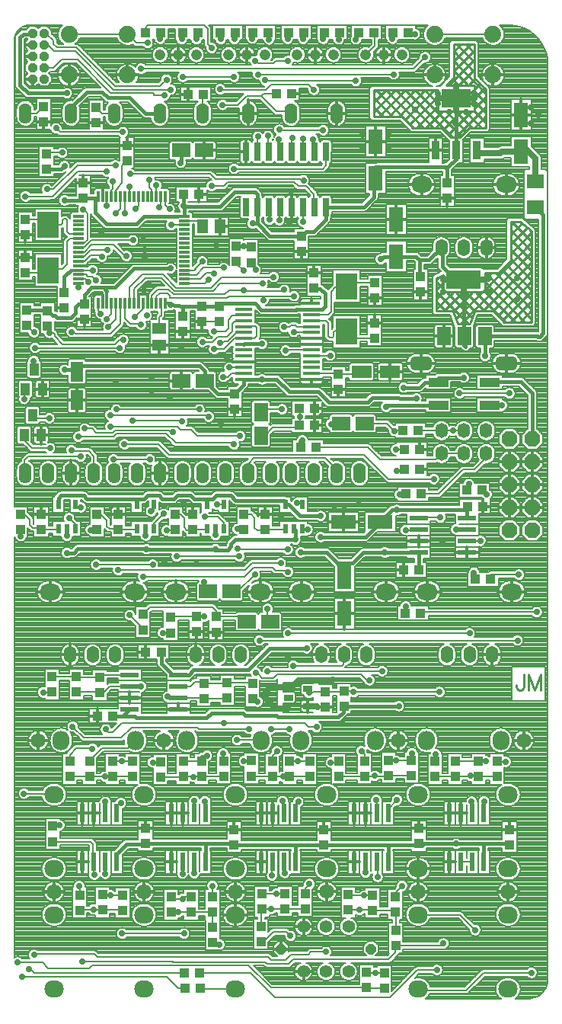
<source format=gtl>
G04 DipTrace 3.3.0.0*
G04 monsooon_01.GTL*
%MOIN*%
G04 #@! TF.FileFunction,Copper,L1,Top*
G04 #@! TF.Part,Single*
%AMOUTLINE0*
4,1,4,
-0.03937,-0.029528,
0.03937,-0.029528,
0.03937,0.029528,
-0.03937,0.029528,
-0.03937,-0.029528,
0*%
%AMOUTLINE1*
4,1,4,
-0.027559,0.043307,
-0.027559,-0.043307,
0.027559,-0.043307,
0.027559,0.043307,
-0.027559,0.043307,
0*%
%AMOUTLINE2*
4,1,4,
0.03937,0.029528,
-0.03937,0.029528,
-0.03937,-0.029528,
0.03937,-0.029528,
0.03937,0.029528,
0*%
%AMOUTLINE3*
4,1,4,
-0.043307,-0.027559,
0.043307,-0.027559,
0.043307,0.027559,
-0.043307,0.027559,
-0.043307,-0.027559,
0*%
%AMOUTLINE4*
4,1,4,
-0.029528,0.03937,
-0.029528,-0.03937,
0.029528,-0.03937,
0.029528,0.03937,
-0.029528,0.03937,
0*%
%AMOUTLINE5*
4,1,4,
-0.013,-0.04,
0.013,-0.04,
0.013,0.04,
-0.013,0.04,
-0.013,-0.04,
0*%
%AMOUTLINE6*
4,1,4,
0.023622,-0.005906,
0.023622,0.005906,
-0.023622,0.005906,
-0.023622,-0.005906,
0.023622,-0.005906,
0*%
%AMOUTLINE7*
4,1,4,
0.005906,0.023622,
-0.005906,0.023622,
-0.005906,-0.023622,
0.005906,-0.023622,
0.005906,0.023622,
0*%
%AMOUTLINE8*
4,1,4,
-0.023622,0.005906,
-0.023622,-0.005906,
0.023622,-0.005906,
0.023622,0.005906,
-0.023622,0.005906,
0*%
%AMOUTLINE9*
4,1,4,
-0.005906,-0.023622,
0.005906,-0.023622,
0.005906,0.023622,
-0.005906,0.023622,
-0.005906,-0.023622,
0*%
%AMOUTLINE10*
4,1,4,
-0.019685,0.01378,
-0.019685,-0.01378,
0.019685,-0.01378,
0.019685,0.01378,
-0.019685,0.01378,
0*%
%AMOUTLINE11*
4,1,4,
0.0295,0.0395,
-0.0295,0.0395,
-0.0295,-0.0395,
0.0295,-0.0395,
0.0295,0.0395,
0*%
%AMOUTLINE12*
4,1,4,
0.075,0.0395,
-0.075,0.0395,
-0.075,-0.0395,
0.075,-0.0395,
0.075,0.0395,
0*%
%AMOUTLINE13*
4,1,4,
0.0375,0.0075,
-0.0375,0.0075,
-0.0375,-0.0075,
0.0375,-0.0075,
0.0375,0.0075,
0*%
%AMOUTLINE14*
4,1,8,
-0.008419,-0.020325,
-0.020325,-0.008419,
-0.020325,0.008419,
-0.008419,0.020325,
0.008419,0.020325,
0.020325,0.008419,
0.020325,-0.008419,
0.008419,-0.020325,
-0.008419,-0.020325,
0*%
%AMOUTLINE15*
4,1,8,
0.014159,0.034184,
0.034184,0.014159,
0.034184,-0.014159,
0.014159,-0.034184,
-0.014159,-0.034184,
-0.034184,-0.014159,
-0.034184,0.014159,
-0.014159,0.034184,
0.014159,0.034184,
0*%
%AMOUTLINE16*
4,1,4,
0.019685,0.027559,
-0.019685,0.027559,
-0.019685,-0.027559,
0.019685,-0.027559,
0.019685,0.027559,
0*%
%AMOUTLINE17*
4,1,4,
-0.035492,0.031496,
-0.035492,-0.031496,
0.035492,-0.031496,
0.035492,0.031496,
-0.035492,0.031496,
0*%
%AMOUTLINE18*
4,1,8,
0.02197,0.0091,
0.0091,0.02197,
-0.0091,0.02197,
-0.02197,0.0091,
-0.02197,-0.0091,
-0.0091,-0.02197,
0.0091,-0.02197,
0.02197,-0.0091,
0.02197,0.0091,
0*%
G04 #@! TA.AperFunction,Conductor*
%ADD13C,0.015*%
%ADD14C,0.011811*%
G04 #@! TA.AperFunction,CopperBalancing*
%ADD15C,0.008*%
G04 #@! TA.AperFunction,Conductor*
%ADD16C,0.007*%
%ADD17C,0.027*%
G04 #@! TA.AperFunction,CopperBalancing*
%ADD19C,0.013*%
%ADD20C,0.01*%
%ADD21C,0.025*%
%ADD27R,0.110236X0.064961*%
%ADD28R,0.064961X0.110236*%
%ADD29R,0.03937X0.043307*%
%ADD30R,0.043307X0.03937*%
%ADD31R,0.051181X0.059055*%
%ADD32R,0.059055X0.051181*%
%ADD35R,0.086614X0.03937*%
%ADD38R,0.037402X0.084646*%
%ADD39R,0.127953X0.084646*%
%ADD40R,0.023622X0.07874*%
%ADD42R,0.07874X0.023622*%
G04 #@! TA.AperFunction,ComponentPad*
%ADD44O,0.085X0.075*%
%ADD45C,0.065*%
%ADD46O,0.075X0.085*%
%ADD47C,0.047559*%
%ADD48R,0.094488X0.11811*%
G04 #@! TA.AperFunction,ComponentPad*
%ADD51O,0.055X0.09*%
%ADD52O,0.054X0.074*%
%ADD53O,0.092388X0.072*%
%ADD54C,0.055433*%
%ADD55C,0.074*%
%ADD57R,0.023622X0.043307*%
G04 #@! TA.AperFunction,ComponentPad*
%ADD59O,0.055512X0.065*%
%ADD60O,0.102362X0.062992*%
G04 #@! TA.AperFunction,ViaPad*
%ADD61C,0.027559*%
%ADD122C,0.010807*%
%ADD126OUTLINE0*%
%ADD127OUTLINE1*%
%ADD128OUTLINE2*%
%ADD129OUTLINE3*%
%ADD130OUTLINE4*%
%ADD131OUTLINE5*%
%ADD132OUTLINE6*%
%ADD133OUTLINE7*%
%ADD134OUTLINE8*%
%ADD135OUTLINE9*%
%ADD136OUTLINE10*%
%ADD137OUTLINE11*%
%ADD138OUTLINE12*%
%ADD139OUTLINE13*%
G04 #@! TA.AperFunction,ComponentPad*
%ADD140OUTLINE14*%
%ADD141OUTLINE15*%
%ADD142OUTLINE16*%
%ADD143OUTLINE17*%
G04 #@! TA.AperFunction,ComponentPad*
%ADD144OUTLINE18*%
%FSLAX26Y26*%
G04*
G70*
G90*
G75*
G01*
G04 Top*
%LPD*%
X469400Y3427157D2*
D13*
X558714D1*
Y3425039D1*
X1995832Y4002953D2*
Y4051988D1*
X2299411D1*
X2312121D1*
X2348386Y4088253D1*
Y4353795D1*
Y4125449D2*
Y4353795D1*
X1419199Y3456699D2*
X1325244D1*
X1312144Y3443600D1*
X1237227D1*
X1235953Y3442325D1*
X1075554Y3457596D2*
D14*
X1088959D1*
D13*
X1098063Y3448492D1*
Y3608585D2*
X939887D1*
X856530Y3525228D1*
X764601D1*
X806198D1*
X819648Y3511778D1*
D14*
Y3457596D1*
X1098063Y3448492D2*
D13*
X1151353Y3442325D1*
X1235953D1*
X1155009Y3882302D2*
X1155846Y3883139D1*
Y3933407D1*
Y3883139D2*
X1159632Y3877680D1*
Y3851356D1*
D14*
Y3837950D1*
X1128510D1*
D13*
X1127226Y3836665D1*
X982465D1*
X949164Y3803365D1*
X818152D1*
X767764Y3853753D1*
Y3917726D1*
X770370Y3915119D1*
Y3914121D1*
D14*
X780278Y3924029D1*
X715598Y3916698D2*
D13*
X767764Y3917726D1*
X715598Y3916698D2*
X705639Y3906739D1*
X633269D1*
Y4057207D2*
X619185Y4043123D1*
X554814D1*
X644199Y4375449D2*
X473731D1*
X437823Y4411358D1*
Y4618824D1*
X454052Y4635054D1*
X491304D1*
X494201Y4637950D1*
X1151353Y3401436D2*
Y3442325D1*
X764601Y3525228D2*
X751785D1*
X721222Y3494665D1*
Y3453176D1*
X694950D1*
X682398Y3440623D1*
Y3414209D1*
X661503Y3393314D1*
X601919D1*
X591419Y3403814D1*
X579940D1*
X558714Y3425039D1*
X1419199Y3456699D2*
X1467199D1*
X1496169Y3427730D1*
X1646810D1*
X1649345Y3430265D1*
X1713804D1*
X1714648Y3431109D1*
X1763193D1*
X1774765Y3442681D1*
Y3499642D1*
X1752857Y3521550D1*
X1726606D1*
X1726110Y3522046D1*
X2308774Y3982413D2*
Y4042625D1*
X2299411Y4051988D1*
X1777944Y3877944D2*
X1944216D1*
X1987413Y3921140D1*
Y3994534D1*
X1995832Y4002953D1*
X1777944Y3877944D2*
Y3822766D1*
X1725752Y3770575D1*
X1690241D1*
X1670711Y3751045D1*
X1532875D1*
X1478063Y3805857D1*
Y3877824D1*
X1477944Y3877944D1*
X1478063Y3805857D2*
X1456894D1*
X1419493Y3707064D2*
X1385819D1*
X1385764Y3707009D1*
X1419493Y3707064D2*
X1446064D1*
X1451125Y3702004D1*
X1477944Y3877944D2*
Y3934214D1*
X1468370Y3943787D1*
X1379686D1*
X1314619Y3878720D1*
X1160265D1*
X1155846Y3883139D1*
X1143959Y4125727D2*
Y4072913D1*
X1142707Y4071661D1*
X862949Y1012900D2*
Y1048231D1*
X905804Y1091087D1*
X984837D1*
X987950Y1094199D1*
X1250449D1*
X1369201D1*
X1375450Y1087950D1*
X1644201D1*
X1769199D1*
X2050450D1*
X2201475D1*
X2205366Y1091841D1*
X2184984D1*
X2347104D1*
X2469199D1*
X2577808D1*
X2581699Y1087950D1*
X2469199Y1012850D2*
Y1091841D1*
X2050450Y1012850D2*
Y1087950D1*
X1644201Y1012900D2*
Y1087950D1*
X1250449Y1012900D2*
Y1094199D1*
X2085163Y3661767D2*
X2170382D1*
X2186867Y3645282D1*
X2228697D1*
X2283274Y3699860D1*
X2383251Y3560413D2*
X2345703D1*
X2287716Y3618400D1*
Y3695417D1*
X2283274Y3699860D1*
X1050450Y4287861D2*
X986644D1*
X918563Y4355942D1*
X823890D1*
X798647Y4381185D1*
X731185D1*
X662068Y4312068D1*
Y4288741D1*
X662959Y4287850D1*
X694199Y3601730D2*
D14*
X661723D1*
D13*
X639345Y3579352D1*
X636936D1*
X632076Y3574492D1*
Y3503667D1*
X694199Y3601730D2*
D15*
X756828D1*
X1419199Y3124022D2*
D13*
X1498839D1*
Y3278606D2*
X1420240D1*
X1419199Y3277566D1*
X635247Y3165467D2*
X681104D1*
X688516Y3158055D1*
X1419199Y3124022D2*
Y3101525D1*
X1378745Y3061071D1*
X1303837D1*
X1246984Y3117924D1*
Y3161014D1*
X1225399Y3182600D1*
X713060D1*
X688516Y3158055D1*
X2383251Y3560413D2*
Y3494106D1*
Y3445470D1*
Y3272601D1*
X2389533Y3266319D1*
Y3307131D1*
X2384251Y3312413D1*
X2186867Y3645282D2*
Y3577998D1*
X2192554Y3572311D1*
X2018458Y3648892D2*
X2031333Y3661767D1*
X2085163D1*
X2382828Y3445470D2*
X2383251D1*
X2383266Y3494106D2*
X2383251D1*
X1498839Y3124022D2*
X1563039D1*
X1617068Y3069993D1*
X1745146D1*
X1792108Y3023031D1*
X1960318D1*
X1981486Y3044199D1*
X2095698D1*
X2099921Y3039976D1*
X2174232D1*
X1699908Y1768659D2*
D16*
X1703646D1*
Y1752310D1*
X1719306D1*
X1722440Y1755444D1*
X1774194D1*
X1775450Y1756699D1*
X1852270D1*
X1856699Y1761129D1*
X1894462D1*
X1899371Y1756219D1*
X2084518Y646619D2*
X2283388D1*
X2292819Y656050D1*
X2259579Y1483244D2*
Y1455682D1*
X2256560Y1452664D1*
X700968Y868274D2*
Y904381D1*
X698152Y907197D1*
X712514Y576848D2*
X1111310D1*
X1108900Y574438D1*
X1512512D1*
X1520328Y566622D1*
X1615765D1*
X1636216Y587073D1*
X2053189D1*
X2081593Y615478D1*
Y643694D1*
X2084518Y646619D1*
X1825450Y2713047D2*
Y2729497D1*
X1775416Y2779531D1*
X1462820D1*
X1441340Y2758051D1*
Y2716438D1*
X1437949Y2713047D1*
X1899371Y1756219D2*
X2275105D1*
X1736731Y1602482D2*
X1702164D1*
X1683503Y1621143D1*
X1331756D1*
X1327924Y1486652D2*
X1330260Y1484316D1*
Y1454786D1*
X1331756Y1621143D2*
X884707D1*
X845315Y1581751D1*
X825556D1*
X814971Y1592336D1*
X694199Y3660785D2*
X719304D1*
X747617Y3689097D1*
X822899D1*
X868525Y2289335D2*
X1424040D1*
X1454677Y2319972D1*
X1580212D1*
X1597451Y964299D2*
Y1009650D1*
X1594201Y1012900D1*
X1498176Y872495D2*
X1560579D1*
X1597379D1*
X1598516Y873631D1*
X1560579Y874232D2*
Y872495D1*
X694199Y3641100D2*
X720396D1*
X746779Y3667484D1*
X802483D1*
X795067Y3660068D1*
X797161D1*
X885810Y699329D2*
X1157440D1*
X1201571Y963424D2*
Y1011778D1*
X1200449Y1012900D1*
X1187950Y858913D2*
X1159034D1*
X1151806Y851685D1*
X1107678D1*
X1100450Y858913D1*
X862949Y1225499D2*
Y1252920D1*
X880527Y1270499D1*
X883626Y1452285D2*
X844579D1*
X844199Y1452664D1*
X883626Y1452285D2*
X931320D1*
X931699Y1452664D1*
X977129Y3457596D2*
Y3432619D1*
X940282Y3395773D1*
X859018Y3457596D2*
Y3385839D1*
X825415Y3352235D1*
X861111Y2992164D2*
X1225027D1*
X1472164Y1840109D2*
X1477938D1*
X1499718Y1818329D1*
X1549405D1*
X1564534Y1833458D1*
X1930848D1*
X1956593Y1807713D1*
X1968134D1*
X2004821Y946652D2*
Y1008479D1*
X2000450Y1012850D1*
X1945845Y865171D2*
X1979489D1*
X1981699Y867381D1*
X1945845Y865171D2*
X1879479D1*
X1875450Y869199D1*
X898388Y3457596D2*
Y3390732D1*
X922463Y3366657D1*
X963955D1*
X968478Y3362135D1*
X978211Y2260762D2*
X1420453D1*
X1460141Y2300449D1*
X1544199D1*
X1556699Y2287949D1*
X1612949D1*
Y2281699D1*
Y2012949D2*
X2406699D1*
X859018Y3924029D2*
Y3951579D1*
X867807Y3960367D1*
Y3964720D1*
X886035Y3982949D1*
Y4060297D1*
X907160Y4081421D1*
X1644201Y1225499D2*
Y1262908D1*
X1657125Y1275832D1*
X1654026Y1453487D2*
X1620006D1*
X1619184Y1452664D1*
X1654026Y1453487D2*
X1705861D1*
X1706684Y1452664D1*
X780278Y3457596D2*
Y3423971D1*
X792573Y3411676D1*
X834348Y2917614D2*
X1128898D1*
X1141806Y2904706D1*
X1187031D1*
X1215744Y2875993D1*
X1403135D1*
X1537193Y1593962D2*
X1619545D1*
X1312144Y3376671D2*
X1237227D1*
X1235953Y3375396D1*
X1699908Y1693856D2*
D17*
X1738579D1*
X1742255Y1690180D1*
D16*
X1775041D1*
X1775450Y1689770D1*
X1610297Y1684798D2*
D17*
X1558467D1*
X1515004Y1728261D1*
Y1757831D1*
X1534375Y1777202D1*
X1628631D1*
X1657996Y1806567D1*
X1805606D1*
X1807798Y1808758D1*
X1016499Y3457596D2*
D16*
Y3491508D1*
X1042164Y3517173D1*
X1088601D1*
X1110462Y3495312D1*
X1333673D1*
X1353470Y3515109D1*
X1417282D1*
Y3511736D1*
X1592356D1*
X1596125Y3515505D1*
Y3352115D2*
X1618026D1*
X1625912Y3360001D1*
X1645185D1*
X1652194Y3352992D1*
X1713303D1*
X1714648Y3354337D1*
X1385764Y3640080D2*
Y3629562D1*
X1416688Y3598638D1*
X1036184Y3457596D2*
Y3486182D1*
X1050450Y3500449D1*
X1085294D1*
X1095915Y3489828D1*
Y3479542D1*
X1344886D1*
X1353293Y3487949D1*
X1502593D1*
X1637949D1*
Y3331699D2*
X1711695D1*
X1714648Y3328747D1*
X1451125Y3635075D2*
Y3621965D1*
X1470285Y3602804D1*
X1505461Y3471743D2*
Y3485081D1*
X1502593Y3487949D1*
X1419199Y3303156D2*
X1465657D1*
X1475450Y3312949D1*
Y3350449D1*
X1469199Y3356699D1*
X1421562D1*
X1419199Y3354337D1*
Y3303156D2*
X1378585D1*
X1331800Y3256370D1*
X1288689D1*
X1263634Y3558690D2*
X1247618Y3542674D1*
X1159632D1*
Y3562360D2*
X1228428D1*
X1255411Y3589342D1*
X1288713D1*
X1287227Y3587857D1*
Y3334821D2*
X1339444D1*
X1350522Y3345900D1*
Y3383398D1*
X1369783Y3402659D1*
X1422059D1*
X1419199Y3405518D1*
Y3328747D2*
Y3327924D1*
X1383348D1*
X1347151Y3291727D1*
X1330407D1*
X1323672Y3284992D1*
X1314131D1*
X1331092Y3611821D2*
X1243072D1*
X1212950Y3581699D1*
X1159978D1*
X1159632Y3582045D1*
Y3601730D2*
X1201730D1*
X1206699Y3606699D1*
X1204639D1*
X1237440Y3639501D1*
Y3287496D2*
X1283243D1*
X1305232Y3309486D1*
X1344004D1*
X1367156Y3332638D1*
Y3368379D1*
X1380478Y3381699D1*
X1417428D1*
X1419199Y3379928D1*
X1075554Y3924029D2*
Y3887307D1*
X1094164Y3868697D1*
X1098860Y4391707D2*
X848152D1*
X680075Y4559785D1*
X588993D1*
X560828Y4587950D1*
X544199D1*
X1055869Y3924029D2*
Y3883484D1*
X1049159Y3876774D1*
X1071244Y4365480D2*
X1023940D1*
Y4377626D1*
X836382D1*
X690220Y4523787D1*
X621932D1*
X584682Y4486538D1*
X545611D1*
X544199Y4487950D1*
X957444Y3924029D2*
Y3882030D1*
X946367Y3870954D1*
X889718Y4205417D2*
X614231D1*
X597699Y4221949D1*
X544199Y4637950D2*
X553083D1*
X585237Y4605795D1*
Y4591710D1*
X601201Y4575748D1*
X684769D1*
X853786Y4406731D1*
X1050033D1*
X1066934Y4423632D1*
X1068812D1*
X1080080Y4434902D1*
X1100228Y3798714D2*
X1159499D1*
X1159632Y3798580D1*
X1677944Y3877944D2*
Y3813424D1*
X1677396Y3812877D1*
X1679959Y3994395D2*
X1683066D1*
Y3985051D1*
X1679884D1*
X1663979Y4000957D1*
X1293905D1*
X1272773Y4022089D1*
X920560D1*
X917724Y3966769D2*
Y3924378D1*
X918073Y3924029D1*
Y3457596D2*
Y3526320D1*
X974610Y3582857D1*
X1065230D1*
X1123021Y3525066D1*
X1275356D1*
X1321651Y3571361D1*
X1549483D1*
X1573407Y3820194D2*
Y3873407D1*
X1577944Y3877944D1*
X2033627Y460024D2*
X1958031D1*
X1956198Y461857D1*
X1536613D1*
X1439550Y558920D1*
X753719D1*
X742358Y547559D1*
X562638D1*
X537336Y572861D1*
X428534D1*
X462559Y3924248D2*
X583100D1*
X692568Y4033716D1*
X819304D1*
Y3883445D2*
X819648D1*
Y3924029D1*
X937758Y3457596D2*
Y3518496D1*
X987222Y3567959D1*
X1058245D1*
X1115562Y3510643D1*
X1285025D1*
X1316474Y3542092D1*
X1501014D1*
X1530825Y3822420D2*
Y3880825D1*
X1527944Y3877944D1*
X1714648Y3251975D2*
X1604332D1*
X1602577Y3250220D1*
X1586358Y2993281D2*
X1506638D1*
X1493968Y2980613D1*
X1419199Y3175203D2*
X1354900D1*
X1522730Y2119806D2*
Y2075648D1*
X1534289Y2064089D1*
X1054058Y1383857D2*
X1151428D1*
X1153306Y1385735D1*
X1199169D1*
X1234556D1*
X1328138D1*
X1330260Y1387857D1*
X1200449Y1225499D2*
Y1277058D1*
X1202350Y1278958D1*
X1199169Y1384965D2*
Y1385735D1*
X762949Y1012900D2*
Y957913D1*
X764146Y956718D1*
X761328Y804602D2*
X798118D1*
X800450Y802270D1*
X886130D1*
X887950Y800450D1*
X582938Y1101705D2*
X747013D1*
X758930Y1089787D1*
Y1016919D1*
X762949Y1012900D1*
X761328Y804602D2*
X704226D1*
X700968Y801345D1*
X694199Y3759210D2*
X654189D1*
X644199Y3769199D1*
Y3819199D1*
X637950Y3825449D1*
X631699D1*
X625450Y3819199D1*
Y3806699D1*
X619199Y3800449D1*
X563321D1*
X562950Y3800077D1*
X462950Y3823627D2*
X539400D1*
X562950Y3800077D1*
X694199Y3739525D2*
X658276D1*
X644199Y3725449D1*
Y3625449D1*
X625450Y3606699D1*
X569199D1*
X562950Y3600450D1*
X462950Y3589769D2*
X552269D1*
X562950Y3600450D1*
X2344199Y1385735D2*
X2411967D1*
X2446487D1*
X2256560D1*
X2419199Y1225449D2*
Y1273442D1*
X2416235Y1276407D1*
X2410260Y1389937D2*
Y1385735D1*
X2411967D1*
X2527268D2*
X2446487D1*
X1159632Y3818265D2*
X1213266D1*
X1239623Y3791908D1*
X1875450Y802270D2*
X1925055D1*
X1979881D1*
X1981699Y800451D1*
X2075447D1*
X2081699Y794199D1*
X1951593Y966412D2*
Y1011707D1*
X1950450Y1012850D1*
X2084518Y713548D2*
Y791381D1*
X2081699Y794199D1*
X1714648Y3149613D2*
X1829538D1*
X1832458Y3146693D1*
X1923709D1*
X1933829Y3156812D1*
X1662293Y2997100D2*
X1664038Y2995354D1*
Y2958726D1*
X1675605Y2856974D2*
X1663184D1*
Y2830947D1*
X1667111Y2827020D1*
X1664038Y2958726D2*
Y2923852D1*
X1662293Y2922106D1*
X1493968Y2878251D2*
X1510017D1*
X1545426Y2913660D1*
X1653846D1*
X1662293Y2922106D1*
X1055869Y3457596D2*
X1056923Y3456542D1*
Y3403861D1*
X1049488Y3396428D1*
Y3347387D1*
X2499457Y2249022D2*
Y2269454D1*
X2623109D1*
X2678130Y527197D2*
X2469076D1*
X2392953Y451073D1*
X2186825D1*
X2181699Y456199D1*
Y781199D2*
X2364567D1*
X2431541Y714226D1*
X2701299Y2105614D2*
X2188134D1*
X2192699Y2101048D1*
X2115197Y2900432D2*
X2079929D1*
X2077852Y2898354D1*
X2084424Y2816664D2*
X2118970D1*
X2120429Y2818123D1*
X2087241Y2724643D2*
X2115122D1*
X2121274Y2730795D1*
X1947016Y2930890D2*
X2045316D1*
X2077852Y2898354D1*
X1209929Y2086962D2*
X1244333D1*
X1244884Y2086411D1*
X1245873Y2235496D2*
Y2211979D1*
X1262079Y2195773D1*
X1209929Y2086962D2*
X1103243D1*
X1098304Y2082024D1*
X1544184Y1385735D2*
X1591190D1*
X1619184D1*
X1706684D1*
X1594201Y1225499D2*
Y1272652D1*
X1587923Y1278930D1*
X1544184Y1385735D2*
X1454245D1*
X1451745Y1388235D1*
X1131798Y1731699D2*
X1239770D1*
X1244199Y1727270D1*
X1344199D1*
X1346415Y1729486D1*
X1098304Y2015094D2*
X1064651D1*
X1086223Y1735492D2*
X1128005D1*
X1131798Y1731699D1*
X1544184Y1452664D2*
Y1476278D1*
X1564551Y1496646D1*
X1131798Y1781699D2*
X1184731D1*
X1203276Y1800245D1*
X1238153D1*
X1244199Y1794199D1*
X1344199D1*
X1346415Y1796415D1*
X1452664D1*
X1456699Y1792379D1*
X1834387Y1385884D2*
X1945129D1*
X1946949Y1387705D1*
X1991953D1*
X2048979D1*
X2052621Y1391346D1*
X2152621D1*
X2000450Y1225449D2*
Y1280579D1*
X1997928Y1283101D1*
X1991953Y1388950D2*
Y1387705D1*
X1297188Y2085346D2*
X1410669D1*
X1431926Y2064089D1*
X1297188Y2085346D2*
Y2110461D1*
X1280757Y2126890D1*
X1009012D1*
X977297Y2095174D1*
X685535Y1755489D2*
X785025D1*
X788357Y1752157D1*
X803277D1*
X832531Y1781412D1*
X918912D1*
X919199Y1781699D1*
X977297Y2028245D2*
Y2034487D1*
X919475Y2092307D1*
X969617Y1780386D2*
X920513D1*
X919199Y1781699D1*
Y1831699D2*
X800970D1*
X788357Y1819087D1*
X688866D1*
X685535Y1822419D1*
X579286D1*
X1946949Y1454634D2*
Y1484171D1*
X1933816Y1497303D1*
X1159440Y527193D2*
X502478D1*
X484797Y544874D1*
X478167D1*
X570176Y2823042D2*
X492547D1*
X454734Y2860856D1*
Y2878665D1*
X456699Y2880631D1*
X1994886Y527319D2*
X1954731D1*
X1956198Y528786D1*
X2033627Y526953D2*
X1994886Y527319D1*
X2381699Y2898924D2*
X2333360D1*
X2283975D1*
X2283699Y2899199D1*
X2347508Y2468258D2*
X2392874D1*
X2395928Y2465205D1*
X2182126Y2900432D2*
X2282467D1*
X2283699Y2899199D1*
X987555Y4641092D2*
Y4630530D1*
X988350Y4629735D1*
Y4661174D1*
X999304Y4672129D1*
X1245991D1*
X1260450Y4657669D1*
Y4590588D1*
X1277392Y4573646D1*
Y3969815D2*
X1331299D1*
X1349114Y3987630D1*
X1639025D1*
X1656840Y3969815D1*
X1690006D1*
X1724814Y3935008D1*
Y3881073D1*
X1727944Y3877944D1*
X1777944Y4119944D2*
Y4059033D1*
X1763856Y4044945D1*
X1376424D1*
Y4447101D2*
X1151463D1*
X1146753Y4612766D2*
Y4635575D1*
X1152270Y4641092D1*
X1727944Y4119944D2*
Y4168718D1*
X1721695Y4174966D1*
X1725451Y4389991D2*
X1702916Y4412527D1*
X1537656D1*
X1514181Y4389052D1*
X1320752D1*
X1316056Y4393748D1*
X1317581Y4611965D2*
Y4638281D1*
X1314770Y4641092D1*
X1677944Y4119944D2*
Y4179845D1*
X1679806Y4177983D1*
X1611552Y4516945D2*
X1558728D1*
X1547530Y4505747D1*
X1480947D1*
X1468997Y4517697D1*
X1455845Y4614657D2*
Y4638416D1*
X1458521Y4641092D1*
X1627944Y4119944D2*
Y4177277D1*
X1631185Y4180518D1*
X1610331Y4612613D2*
Y4636652D1*
X1614770Y4641092D1*
X1771021D2*
Y4618353D1*
X1766026Y4613358D1*
Y4213810D2*
X1576552D1*
X1573992Y4216370D1*
X1573139Y4171982D2*
Y4124748D1*
X1577944Y4119944D1*
X1921021Y4641092D2*
Y4622564D1*
X1909874Y4611417D1*
Y4428921D2*
X1515947D1*
X1512533Y4432336D1*
X1524483Y4189055D2*
Y4123404D1*
X1527944Y4119944D1*
X1477944D2*
Y4183178D1*
X1480793Y4186027D1*
Y4458409D2*
X2075222D1*
X2069640Y4613657D2*
Y4642472D1*
X2071021Y4641092D1*
X2381699Y2798924D2*
X2283983D1*
X2283707Y2799199D1*
X2279902Y2518963D2*
X2187087D1*
X2183329Y2515205D1*
X1734041Y2827020D2*
X1960903D1*
X2014021Y2773902D1*
X2258409D1*
X2283707Y2799199D1*
X2432527Y2249022D2*
Y2271997D1*
X2426488Y2278037D1*
X2454659Y2417176D2*
X2397899D1*
X2395928Y2415205D1*
X2482059Y2619559D2*
X2462346Y2639272D1*
X2695269Y3989506D2*
D17*
Y4090176D1*
X2641539Y4143905D1*
Y4128926D1*
X2633001Y4120388D1*
X2549377D1*
X2541730Y4112741D1*
X2451644D1*
X2438937Y4125449D1*
X2548302Y3009165D2*
D13*
X2497486D1*
X2495248Y3011403D1*
X2127034Y2622655D2*
D16*
X2100732D1*
Y2618630D1*
X2127034Y2464547D2*
X2182672D1*
X2183329Y2465205D1*
X2125770Y2101048D2*
Y2128980D1*
X2127034Y2130244D1*
X1714648Y3405518D2*
X1786769D1*
X1800450Y3419199D1*
Y3506699D1*
X1819199Y3525449D1*
X1862949D1*
X1869199Y3531699D1*
X1992161Y3546589D2*
X1884089D1*
X1869199Y3531699D1*
X1714648Y3379928D2*
X1777222D1*
X1787950Y3369199D1*
Y3312949D1*
X1794199Y3306699D1*
X1806701D1*
X1812950Y3312949D1*
Y3331699D1*
X1819199Y3337949D1*
X1863323D1*
X1869199Y3332072D1*
X1990340Y3304660D2*
X1896611D1*
X1869199Y3332072D1*
X2681699Y2862950D2*
D13*
Y3062949D1*
X2630506Y3114143D1*
X2497988D1*
X2495248Y3111403D1*
X1161369Y459642D2*
D16*
X1132433D1*
X1081327Y510748D1*
X449315D1*
X457861Y3037686D2*
Y3076610D1*
X462950Y3081699D1*
X1494199Y662950D2*
X1505363D1*
X1549722Y707308D1*
X1604547D1*
X1623235Y688621D1*
X1282627Y659845D2*
X1303749D1*
X1312056Y651538D1*
X1389701Y1545474D2*
X1493425D1*
X1494699Y1544199D1*
X744199Y1452664D2*
Y1457735D1*
X798180Y1511715D1*
X912215D1*
X944699Y1544199D1*
X1331503Y2575498D2*
X1300449D1*
X1331503Y2469199D2*
Y2495251D1*
X1304420Y2522334D1*
X1247475D1*
X1237949Y4287850D2*
Y4367745D1*
X1241192Y4370988D1*
X1196415Y2466516D2*
X1254017D1*
X1256699Y2469199D1*
X1119199Y2533445D2*
X1140366D1*
X1157247Y2516565D1*
Y2475663D1*
X1168608Y2464302D1*
X1194201D1*
X1196415Y2466516D1*
X1675252Y2575498D2*
X1653048Y2582930D1*
X1675252Y2469199D2*
X1695131D1*
X1697668Y2466662D1*
X1325450Y4324386D2*
X1392277D1*
X1430879Y4362988D1*
X1495753D1*
X1562336Y4296405D1*
X1616895D1*
X1625450Y4287850D1*
Y4296042D1*
X1561659D1*
X1494590Y4363110D1*
X1505530Y4374050D1*
X1560168D1*
X1025252Y2575498D2*
Y2546915D1*
X1012699D1*
X1007450Y2773755D2*
X848210D1*
X1025252Y2469199D2*
Y2492333D1*
X1068671Y2535751D1*
X850450Y4287861D2*
X798735D1*
X772982Y4313614D1*
X869199Y2466516D2*
X947766D1*
X950449Y2469199D1*
X775450Y2533445D2*
X792701D1*
X819806Y2506340D1*
Y2481343D1*
X830030Y2471119D1*
X864597D1*
X869199Y2466516D1*
X681503Y2575498D2*
Y2564438D1*
X704585D1*
Y2786415D2*
X475360D1*
X459588Y2770643D1*
Y2716419D1*
X462959Y2713047D1*
X681503Y2469199D2*
Y2488940D1*
X653450Y2516993D1*
X462959Y4287850D2*
X511963D1*
X542335Y4318222D1*
X531699Y2466516D2*
X604017D1*
X606699Y2469199D1*
X440164Y2533445D2*
X458668D1*
X482365Y2509749D1*
Y2485888D1*
X493726Y2474527D1*
X523689D1*
X531699Y2466516D1*
X1456699Y1725450D2*
Y1736219D1*
X1479101Y1713819D1*
X1443069Y1594871D2*
X1219967D1*
X1213770Y1601068D1*
X926630D1*
X881184Y1555622D1*
X719022D1*
X669546Y1605098D1*
X1419420Y1453870D2*
X1450451D1*
X1451745Y1455164D1*
X1399705Y2348684D2*
X1124993D1*
X1080080Y2463001D2*
X1115684D1*
X1119199Y2466516D1*
X2565167Y1450685D2*
X2529247D1*
X2527268Y1452664D1*
X1052959Y4613673D2*
Y4641092D1*
X1054484D1*
X2081699Y861129D2*
Y877459D1*
X2111579Y907339D1*
X1211232Y4611950D2*
Y4633125D1*
X1219199Y4641092D1*
X582938Y1168634D2*
X607135D1*
X611230Y1172728D1*
X440164Y2466516D2*
Y2440211D1*
X442425Y2437949D1*
X456538Y1310988D2*
X584161D1*
X587950Y1307199D1*
X1377735Y4612862D2*
Y4637127D1*
X1381699Y4641092D1*
X1512950Y2466516D2*
X1597766D1*
X1600449Y2469199D1*
X1419199Y2533445D2*
X1450539D1*
X1466283Y2517701D1*
Y2474527D1*
X1478781Y2462029D1*
X1508463D1*
X1512950Y2466516D1*
X1799856Y1447470D2*
X1829043D1*
X1834387Y1452814D1*
X1610908Y2379827D2*
X1396136D1*
X1391146Y2384818D1*
Y2469283D2*
X1416432D1*
X1419199Y2466516D1*
X1528866Y4610768D2*
Y4637676D1*
X1525450Y4641092D1*
X1678842Y4612613D2*
Y4638235D1*
X1681699Y4641092D1*
X1226369Y527193D2*
X1447354D1*
X1554270Y420277D1*
X2059858D1*
X2179762Y540181D1*
X2264333D1*
X1833794Y4611417D2*
Y4636936D1*
X1837950Y4641092D1*
X1952959Y4544199D2*
X1953039D1*
X1993119Y4584279D1*
Y4635923D1*
X1987950Y4641092D1*
X2167039Y4634335D2*
X2137950Y4641092D1*
X2395417Y2639272D2*
Y2666010D1*
X2404069D1*
X2479692Y2799199D2*
Y2780589D1*
X2427968Y2728866D1*
X2377723D1*
X2271512Y2622655D1*
X2193963D1*
X1228298Y459642D2*
X1231740Y456199D1*
X1381699D1*
X540308Y1754139D2*
X577936D1*
X579286Y1755489D1*
X1020437Y1448261D2*
X1051533D1*
X1054058Y1450786D1*
X1020437Y2313234D2*
X772130D1*
X748594Y2465090D2*
X774024D1*
X775450Y2466516D1*
X1100450Y791984D2*
X1130428D1*
X1187950D1*
X1281699D1*
X1150548Y961558D2*
Y1012800D1*
X1150449Y1012900D1*
X1282627Y726774D2*
Y791056D1*
X1281699Y791984D1*
X1687886Y806702D2*
X1598516D1*
X1537794D1*
X1499312D1*
X1498176Y805566D1*
X1494199Y729879D2*
Y801589D1*
X1498176Y805566D1*
X1541987Y952731D2*
Y1010686D1*
X1544201Y1012900D1*
X1687886Y873631D2*
Y898445D1*
X1705688Y916247D1*
X1636108Y1871773D2*
X1847299D1*
X1853497Y1877971D1*
Y1915407D1*
X1856699Y1918609D1*
X1281699Y858913D2*
Y908021D1*
X656699Y1452664D2*
Y1481239D1*
X686114Y1510653D1*
X752850D1*
X755955Y1507548D1*
X931699Y1385735D2*
X844199D1*
X810291D1*
X744199D1*
X656699D1*
X812949Y1225499D2*
Y1275072D1*
X812357Y1275663D1*
X2369199Y1012850D2*
X2419199D1*
X2581699Y3062949D2*
X2362949D1*
X2250819Y2687471D2*
X2052104D1*
X1945873Y2793702D1*
X1091534D1*
X1045425Y2839811D1*
X895445D1*
X905136Y3663266D2*
X898109D1*
X848936Y3712440D1*
X752163D1*
X720073Y3680350D1*
X694319D1*
X694199Y3680470D1*
X898388Y3924029D2*
Y3848765D1*
X891685Y3296807D2*
X874178D1*
X854160Y3276789D1*
X625486D1*
X590017Y3312257D1*
Y3321420D1*
X584045Y3327391D1*
X567714D1*
Y2953707D2*
X507639D1*
X494101Y2967245D1*
X567714Y3327391D2*
Y3349110D1*
X558714Y3358110D1*
X694199Y3542674D2*
Y3527102D1*
X694723Y3526579D1*
Y2872790D2*
X848155D1*
X862545Y2887180D1*
X1078710D1*
X1119967Y2845923D1*
X1382345D1*
X1375363Y2838941D1*
X1523244Y1847121D2*
X2024504D1*
X2154993Y1487970D2*
Y1460648D1*
X2152621Y1458276D1*
X2084143D1*
X2052621D1*
X2050450Y1225449D2*
Y1245140D1*
X2089265Y1283955D1*
X2084143Y1455531D2*
Y1458276D1*
X878703Y3924029D2*
Y3868895D1*
X858331Y3848522D1*
X875972Y3261790D2*
X505096D1*
X498899Y3205048D2*
Y3169766D1*
X500352Y3168314D1*
X499932Y3330027D2*
X499601D1*
X469400Y3360228D1*
X554814Y4110052D2*
X560790Y4116029D1*
X624093D1*
X694199Y3719840D2*
X719000D1*
X733648Y3734488D1*
Y3849778D1*
X716122Y3867304D1*
X1844653Y2930890D2*
X1803417D1*
X1799987Y2927459D1*
X1796806Y3227986D2*
X1716249D1*
X1714648Y3226384D1*
X1364441Y2195773D2*
X1393235D1*
X1467022Y2269560D1*
X1329870Y3134793D2*
X1348915D1*
X1363735Y3149613D1*
X1419199D1*
X1250449Y1225499D2*
Y1277501D1*
X1249522Y1278428D1*
X1257038Y1478006D2*
X1232938D1*
Y1454282D1*
X1234556Y1452664D1*
X1153306D1*
X694199Y3562360D2*
X726518D1*
X738404Y3550474D1*
X722716Y2908681D2*
X755375D1*
X772333Y2891722D1*
X845769D1*
X855685Y2901639D1*
X1090915D1*
X1109594Y2882959D1*
Y2896593D1*
X1107192Y2894190D1*
X694199Y3700155D2*
Y3701814D1*
X720020D1*
X750098Y3731892D1*
X933609D1*
X931500Y2942506D2*
X1140283D1*
X1151365Y2931425D1*
Y2940265D1*
X1149825Y2938726D1*
X653699Y4633199D2*
X909699D1*
X1036184Y3924029D2*
Y3972134D1*
X997081Y4595323D2*
X947576D1*
X909699Y4633199D1*
X2253699D2*
X2509699D1*
X1016499Y3924029D2*
Y3952020D1*
X1003483Y3965035D1*
Y3994765D1*
X1004836Y3996117D1*
X969758Y4483231D2*
X2161804D1*
X2212026Y4533453D1*
X1778550Y618571D2*
X1712798D1*
X1702468Y608241D1*
X1624533D1*
X1601059Y584768D1*
X1538147D1*
X1525941Y596974D1*
X776635D1*
X763489Y610119D1*
X504629D1*
X500341Y605832D1*
X557467Y3955728D2*
X586353D1*
X690850Y4060226D1*
X857164D1*
X844409Y3988934D2*
Y3955354D1*
X838447Y3949392D1*
Y3924915D1*
X839333Y3924029D1*
X887950Y867379D2*
X833509D1*
X802270D1*
X800450Y869199D1*
X812033Y960474D2*
Y1011984D1*
X812949Y1012900D1*
X694199Y3582045D2*
X727164D1*
X734129Y3575080D1*
X755369D1*
X772090Y3558358D1*
X878703Y3457596D2*
X878016Y3456908D1*
Y3366316D1*
X834405Y3322706D1*
X681125D1*
X665304Y3338526D1*
Y3331374D1*
X663647Y2813715D2*
X667501Y2809861D1*
X740741D1*
X762959Y2787643D1*
Y2713047D1*
X2469199Y1225449D2*
Y1277299D1*
X2470013Y1278113D1*
X2477695Y1453959D2*
Y1461588D1*
X2455411D1*
X2446487Y1452664D1*
X2344199D1*
X839333Y3457596D2*
Y3410362D1*
X817320Y3388349D1*
X834240Y2967325D2*
X1259165D1*
X1265983Y2960508D1*
X1487949Y1981699D2*
X2617020D1*
X606699Y2575498D2*
D13*
Y2603495D1*
X618651Y2615447D1*
X718034D1*
X733031Y2600449D1*
X951375D1*
X981699D1*
X996697Y2615447D1*
X1047953D1*
X1062950Y2600449D1*
X1112950D1*
X1127947Y2615447D1*
X1185451D1*
X1200449Y2600449D1*
X1256699D1*
X1281699D1*
X1296697Y2615447D1*
X1360886D1*
X1381840Y2594493D1*
X1593320D1*
X1599884Y2587928D1*
Y2576062D1*
X1600449Y2575498D1*
X1256699D2*
Y2600449D1*
X950449Y2575498D2*
Y2600449D1*
X951375D1*
X1131798Y1831699D2*
X1108027D1*
X1058601Y1881126D1*
Y1929798D1*
X1056699Y1931699D1*
X2395928Y2515205D2*
Y2567186D1*
X2397106Y2568365D1*
X1600449Y2575498D2*
X1615681D1*
X1665138Y2526041D1*
X1755046D1*
Y2434223D2*
X1951479D1*
X2069883Y2552627D1*
X2088623D1*
X2381369D1*
X2397106Y2568365D1*
X2069883Y2552627D2*
X2068736D1*
X2016237Y2500129D1*
X2119199Y3087949D2*
X2187949D1*
X2211403Y3111403D1*
X2270445D1*
Y3131699D1*
X2381699D1*
X2475428Y3225428D2*
Y3311236D1*
X2474251Y3312413D1*
X2704161D1*
X2705758Y3310816D1*
X2714024D1*
X2728483Y3325276D1*
Y3844324D1*
X2695269Y3877538D1*
X1131798Y1831699D2*
X1177415D1*
X1198562Y1852846D1*
X1438045D1*
X1532639Y1947441D1*
X1694433D1*
X644101Y2469199D2*
Y2438493D1*
Y2364867D2*
X674211D1*
X692237Y2382893D1*
X993672D1*
X992335Y2381556D1*
X1294101D1*
Y2378451D1*
X1348715D1*
X1362613Y2392348D1*
Y2403739D1*
X1381173Y2422300D1*
X1644298D1*
Y2462751D1*
X1637850Y2469199D1*
X1294101D2*
Y2441993D1*
X987850Y2469199D2*
Y2440242D1*
X989749D1*
X843568Y1650743D2*
X885713D1*
X886978Y1649478D1*
X919199Y1681699D1*
X2185832Y2290148D2*
Y2362702D1*
X2183329Y2365205D1*
X1666894Y2366930D2*
X1780171D1*
X1826831Y2320269D1*
X1895066D1*
X1941271Y2366474D1*
X2036340D1*
X2182060D1*
X2183329Y2365205D1*
X1858502Y2260043D2*
X1826831Y2320269D1*
X2270445Y3011403D2*
X2049875D1*
X2041661Y3003189D1*
X886978Y1649478D2*
X940694D1*
X947029Y1643143D1*
X1255559D1*
X1276932Y1664516D1*
X1413310D1*
X1424674Y1653151D1*
X1561052D1*
X1568285Y1645919D1*
X1832774D1*
X1853438Y1666583D1*
Y1690938D1*
X1856699Y1694199D1*
X2096846D1*
D61*
X1098063Y3448492D3*
Y3608585D3*
X1155009Y3882302D3*
X633269Y3906739D3*
Y4057207D3*
X644199Y4375449D3*
X1456894Y3805857D3*
X1419493Y3707064D3*
D3*
X1142707Y4071661D3*
X2347104Y1091841D3*
X756828Y3601730D3*
X1498839Y3124022D3*
Y3278606D3*
X635247Y3165467D3*
X756828Y3601730D3*
X2018458Y3648892D3*
X2174232Y3039976D3*
X1899371Y1756219D3*
X2292819Y656050D3*
X2259579Y1483244D3*
X698152Y907197D3*
X712514Y576848D3*
X2275105Y1756219D3*
X1736731Y1602482D3*
X1331756Y1621143D3*
X1327924Y1486652D3*
X1703646Y1752310D3*
X1331756Y1621143D3*
X814971Y1592336D3*
X822899Y3689097D3*
X868525Y2289335D3*
X1580212Y2319972D3*
X1597451Y964299D3*
X1560579Y874232D3*
X797161Y3660068D3*
X885810Y699329D3*
X1157440D3*
X1201571Y963424D3*
X1151806Y851685D3*
X880527Y1270499D3*
X883626Y1452285D3*
D3*
X940282Y3395773D3*
X825415Y3352235D3*
X861111Y2992164D3*
X1225027D3*
X1472164Y1840109D3*
X1968134Y1807713D3*
X2004821Y946652D3*
X1945845Y865171D3*
D3*
X968478Y3362135D3*
X978211Y2260762D3*
X1612949Y2281699D3*
Y2012949D3*
X2406699D3*
X1657125Y1275832D3*
X1654026Y1453487D3*
D3*
X792573Y3411676D3*
X834348Y2917614D3*
X1403135Y2875993D3*
X1537193Y1593962D3*
X1619545D3*
X1596125Y3515505D3*
Y3352115D3*
X1416688Y3598638D3*
X1417282Y3515109D3*
X1637949Y3487949D3*
Y3331699D3*
X1470285Y3602804D3*
X1505461Y3471743D3*
X1288689Y3256370D3*
X1263634Y3558690D3*
X1287227Y3587857D3*
Y3334821D3*
X1314131Y3284992D3*
X1331092Y3611821D3*
X1237440Y3639501D3*
Y3287496D3*
X1094164Y3868697D3*
X1098860Y4391707D3*
X1049159Y3876774D3*
X1071244Y4365480D3*
X946367Y3870954D3*
X889718Y4205417D3*
X597699Y4221949D3*
X1080080Y4434902D3*
X1100228Y3798714D3*
X1677396Y3812877D3*
X1679959Y3994395D3*
X920560Y4022089D3*
X917724Y3966769D3*
X1549483Y3571361D3*
X1573407Y3820194D3*
X428534Y572861D3*
X462559Y3924248D3*
X819304Y4033716D3*
Y3883445D3*
X1501014Y3542092D3*
X1530825Y3822420D3*
X1602577Y3250220D3*
X1586358Y2993281D3*
X1354900Y3175203D3*
X1522730Y2119806D3*
X1202350Y1278958D3*
X1199169Y1384965D3*
X764146Y956718D3*
X761328Y804602D3*
D3*
X2416235Y1276407D3*
X2410260Y1389937D3*
X1951593Y966412D3*
X1925055Y802270D3*
X1664038Y2958726D3*
X1675605Y2856974D3*
X2623109Y2269454D3*
X2678130Y527197D3*
X2431541Y714226D3*
X2701299Y2105614D3*
X2077852Y2898354D3*
X2084424Y2816664D3*
X2087241Y2724643D3*
X1244884Y2086411D3*
X1245873Y2235496D3*
X1587923Y1278930D3*
X1591190Y1385735D3*
X1064651Y2015094D3*
X1086223Y1735492D3*
X1564551Y1496646D3*
X1997928Y1283101D3*
X1991953Y1388950D3*
X919475Y2092307D3*
X969617Y1780386D3*
X1933816Y1497303D3*
X478167Y544874D3*
X570176Y2823042D3*
X1994886Y527319D3*
D3*
X2347508Y2468258D3*
X2333360Y2898924D3*
X1277392Y4573646D3*
Y3969815D3*
X1376424Y4044945D3*
Y4447101D3*
X1151463D3*
X1146753Y4612766D3*
X1721695Y4174966D3*
X1725451Y4389991D3*
X1316056Y4393748D3*
X1317581Y4611965D3*
X1679806Y4177983D3*
X1611552Y4516945D3*
X1468997Y4517697D3*
X1455845Y4614657D3*
X1631185Y4180518D3*
X1610331Y4612613D3*
X1766026Y4613358D3*
Y4213810D3*
X1573992Y4216370D3*
X1573139Y4171982D3*
X1909874Y4611417D3*
Y4428921D3*
X1512533Y4432336D3*
X1524483Y4189055D3*
X1480793Y4186027D3*
Y4458409D3*
X2075222D3*
X2069640Y4613657D3*
X2279902Y2518963D3*
X2426488Y2278037D3*
X2454659Y2417176D3*
X2482059Y2619559D3*
X2548302Y3009165D3*
X2100732Y2618630D3*
X2127034Y2464547D3*
Y2130244D3*
X449315Y510748D3*
X457861Y3037686D3*
X1623235Y688621D3*
X1312056Y651538D3*
X1389701Y1545474D3*
X1300449Y2575498D3*
X1247475Y2522334D3*
X1653048Y2582930D3*
X1697668Y2466662D3*
X1325450Y4324386D3*
X1012699Y2546915D3*
X1007450Y2773755D3*
X848210D3*
X1068671Y2535751D3*
X704585Y2564438D3*
Y2786415D3*
X653450Y2516993D3*
X1479101Y1713819D3*
X1443069Y1594871D3*
X669546Y1605098D3*
X1419420Y1453870D3*
X1399705Y2348684D3*
X1124993D3*
X1080080Y2463001D3*
X2565167Y1450685D3*
X1052959Y4613673D3*
X2111579Y907339D3*
X1211232Y4611950D3*
X611230Y1172728D3*
X442425Y2437949D3*
X456538Y1310988D3*
X1377735Y4612862D3*
X1799856Y1447470D3*
X1610908Y2379827D3*
X1391146Y2384818D3*
Y2469283D3*
X1528866Y4610768D3*
X1678842Y4612613D3*
X2264333Y540181D3*
X1833794Y4611417D3*
X2167039Y4634335D3*
X2404069Y2666010D3*
X540308Y1754139D3*
X1020437Y1448261D3*
Y2313234D3*
X772130D3*
X748594Y2465090D3*
X1150548Y961558D3*
X1130428Y791984D3*
X1541987Y952731D3*
X1537794Y806702D3*
X1705688Y916247D3*
X1636108Y1871773D3*
X1281699Y908021D3*
X755955Y1507548D3*
X812357Y1275663D3*
X810291Y1385735D3*
X2581699Y3062949D3*
X2362949D3*
X2250819Y2687471D3*
X895445Y2839811D3*
X905136Y3663266D3*
X898388Y3848765D3*
X891685Y3296807D3*
X567714Y3327391D3*
Y2953707D3*
X694723Y3526579D3*
Y2872790D3*
X1375363Y2838941D3*
X1523244Y1847121D3*
X2024504D3*
X2154993Y1487970D3*
X2089265Y1283955D3*
X2084143Y1455531D3*
X858331Y3848522D3*
X875972Y3261790D3*
X505096D3*
X498899Y3205048D3*
X499932Y3330027D3*
X505096Y3261790D3*
X624093Y4116029D3*
X716122Y3867304D3*
X624093Y4116029D3*
X1799987Y2927459D3*
X1796806Y3227986D3*
X1467022Y2269560D3*
X1329870Y3134793D3*
X1249522Y1278428D3*
X1257038Y1478006D3*
X738404Y3550474D3*
X722716Y2908681D3*
X1107192Y2894190D3*
X933609Y3731892D3*
X931500Y2942506D3*
X1149825Y2938726D3*
X1036184Y3972134D3*
X997081Y4595323D3*
X1004836Y3996117D3*
X969758Y4483231D3*
X2212026Y4533453D3*
X500341Y605832D3*
X557467Y3955728D3*
X857164Y4060226D3*
X844409Y3988934D3*
X1778550Y618571D3*
X812033Y960474D3*
X833509Y867379D3*
X772090Y3558358D3*
X665304Y3331374D3*
X663647Y2813715D3*
X2470013Y1278113D3*
X2477695Y1453959D3*
X817320Y3388349D3*
X834240Y2967325D3*
X1265983Y2960508D3*
X1487949Y1981699D3*
X2617020D3*
X1755046Y2526041D3*
Y2434223D3*
X2119199Y3087949D3*
X2088623Y2552627D3*
X2381699Y3131699D3*
X2475428Y3225428D3*
X1694433Y1947441D3*
X644101Y2438493D3*
Y2364867D3*
X1294101Y2441993D3*
Y2381556D3*
X989749Y2440242D3*
X992335Y2381556D3*
X1666894Y2366930D3*
X1644298Y2422300D3*
X2041661Y3003189D3*
X2036340Y2366474D3*
X2096846Y1694199D3*
X2036340Y2366474D3*
X837121Y2569426D3*
X1155303Y2583625D3*
X1619497Y3803377D3*
X1625329Y3945465D3*
X984444Y3649146D3*
X983277Y3691136D3*
X979777Y3732543D3*
X1072674Y2321381D3*
X1213224Y2318465D3*
X1580014Y2519150D3*
X2287950Y2406699D3*
X1319199Y2925449D3*
X794199Y3769199D3*
X1515004Y1728261D3*
X1610297Y1684798D3*
X1848206Y1620035D3*
X1742255Y1690180D3*
X1611622Y1911982D3*
X1297310Y3710433D3*
X1143369Y3265139D3*
X1093777Y3046108D3*
X993559Y3402550D3*
X858215Y3109131D3*
X1013642Y3125265D3*
Y3056043D3*
X2268984Y4330157D3*
X981926Y3512207D3*
X1001842Y3540453D3*
X2167783Y4304815D3*
X2346345Y4242639D3*
X2318237Y4292398D3*
X2392671Y4292088D3*
X2425798Y4329291D3*
X2424531Y4376825D3*
X2267030Y4375079D3*
X2382828Y3445470D3*
X2383266Y3494106D3*
X2293004Y3566842D3*
X2290374Y3507251D3*
X2487113Y3565089D3*
X2491056Y3508127D3*
X2615497Y3566842D3*
X2614621Y3472636D3*
X1815173Y2552832D3*
X1859251Y2554304D3*
X1922761Y2592963D3*
X2050450Y4194199D3*
Y4131699D3*
X1937950Y4194199D3*
Y4131699D3*
X2675450Y4312949D3*
Y4244199D3*
X2706699Y4281699D3*
X1756699Y2962949D3*
X1775450Y3106699D3*
X1344199Y3219199D3*
X449976Y4666331D2*
D15*
X475610D1*
X512788D2*
X525610D1*
X562788D2*
X616360D1*
X1274492D2*
X1280001D1*
X1416476D2*
X1423751D1*
X1560226D2*
X1580001D1*
X1716476D2*
X1736251D1*
X1872726D2*
X1886251D1*
X2022726D2*
X2036251D1*
X2172726D2*
X2216360D1*
X2547038D2*
X2624392D1*
X438554Y4658462D2*
X467751D1*
X570648D2*
X610548D1*
X1416476D2*
X1423751D1*
X1560226D2*
X1580001D1*
X1716476D2*
X1736251D1*
X1872726D2*
X1886251D1*
X2022726D2*
X2036251D1*
X2177788D2*
X2210548D1*
X2552851D2*
X2646126D1*
X430695Y4650593D2*
X440954D1*
X576898D2*
X606751D1*
X1089257D2*
X1117501D1*
X1416476D2*
X1423751D1*
X1560226D2*
X1580001D1*
X1716476D2*
X1736251D1*
X1872726D2*
X1886251D1*
X2022726D2*
X2036251D1*
X2188257D2*
X2206751D1*
X2556648D2*
X2662063D1*
X424617Y4642724D2*
X432892D1*
X577648D2*
X604501D1*
X1089257D2*
X1117501D1*
X1416476D2*
X1423751D1*
X1560226D2*
X1580001D1*
X1716476D2*
X1736251D1*
X1872726D2*
X1886251D1*
X2022726D2*
X2036251D1*
X2192554D2*
X2204501D1*
X2558898D2*
X2674110D1*
X420679Y4634856D2*
X425017D1*
X579351D2*
X603610D1*
X1089257D2*
X1117501D1*
X1416476D2*
X1423751D1*
X1560226D2*
X1580001D1*
X1716476D2*
X1736251D1*
X1872726D2*
X1886251D1*
X2022726D2*
X2036251D1*
X2193929D2*
X2203610D1*
X2559788D2*
X2684923D1*
X587226Y4626987D2*
X603970D1*
X1089257D2*
X1117501D1*
X1416476D2*
X1423751D1*
X1560226D2*
X1580001D1*
X1716476D2*
X1736251D1*
X1872726D2*
X1886251D1*
X2022726D2*
X2036251D1*
X2192882D2*
X2203970D1*
X2559429D2*
X2694142D1*
X595085Y4619118D2*
X605626D1*
X1089257D2*
X1117501D1*
X1416476D2*
X1423751D1*
X1560226D2*
X1580001D1*
X1716476D2*
X1736251D1*
X1872726D2*
X1884142D1*
X2022726D2*
X2036251D1*
X2189038D2*
X2205626D1*
X2557773D2*
X2701798D1*
X459085Y4611249D2*
X470532D1*
X600882D2*
X608735D1*
X698663D2*
X864735D1*
X1089257D2*
X1117501D1*
X1416476D2*
X1423751D1*
X1560226D2*
X1580001D1*
X1716476D2*
X1736251D1*
X1872726D2*
X1882970D1*
X2022726D2*
X2036251D1*
X2180023D2*
X2208735D1*
X2298663D2*
X2464735D1*
X2554663D2*
X2709454D1*
X458445Y4603381D2*
X462938D1*
X601851D2*
X613610D1*
X693788D2*
X869610D1*
X1022710D2*
X1028173D1*
X1077742D2*
X1121595D1*
X1171913D2*
X1185782D1*
X1236679D2*
X1243829D1*
X1277070D2*
X1292126D1*
X1343023D2*
X1352626D1*
X1402851D2*
X1431501D1*
X1480179D2*
X1503032D1*
X1554695D2*
X1585126D1*
X1635538D2*
X1653626D1*
X1704054D2*
X1741110D1*
X1790945D2*
X1808157D1*
X1859429D2*
X1884235D1*
X1935507D2*
X1976501D1*
X2009742D2*
X2044845D1*
X2094429D2*
X2213610D1*
X2293788D2*
X2322688D1*
X2440710D2*
X2469610D1*
X2549788D2*
X2715392D1*
X604617Y4595512D2*
X621079D1*
X686320D2*
X877079D1*
X1023976D2*
X1033407D1*
X1072507D2*
X1126376D1*
X1167132D2*
X1190157D1*
X1232304D2*
X1243829D1*
X1292445D2*
X1296516D1*
X1338648D2*
X1357438D1*
X1398038D2*
X1437313D1*
X1474382D2*
X1506892D1*
X1550835D2*
X1589813D1*
X1630851D2*
X1658329D1*
X1699367D2*
X1746188D1*
X1785867D2*
X1812298D1*
X1855288D2*
X1888376D1*
X1931367D2*
X1976501D1*
X2009742D2*
X2050079D1*
X2089195D2*
X2221079D1*
X2286320D2*
X2318657D1*
X2444742D2*
X2477079D1*
X2542320D2*
X2720782D1*
X695992Y4587643D2*
X890001D1*
X1022820D2*
X1050251D1*
X1055663D2*
X1138876D1*
X1154632D2*
X1200923D1*
X1221538D2*
X1244110D1*
X1300226D2*
X1307313D1*
X1327851D2*
X1370220D1*
X1385257D2*
X1515970D1*
X1541773D2*
X1601938D1*
X1618726D2*
X1670454D1*
X1687242D2*
X1760767D1*
X1771288D2*
X1822220D1*
X1845367D2*
X1898298D1*
X1921445D2*
X1973313D1*
X2009742D2*
X2066735D1*
X2072539D2*
X2234001D1*
X2273398D2*
X2318579D1*
X2444820D2*
X2490001D1*
X2529398D2*
X2726188D1*
X703913Y4579774D2*
X943860D1*
X1018851D2*
X1046032D1*
X1059898D2*
X1124767D1*
X1138632D2*
X1203501D1*
X1217367D2*
X1248110D1*
X1303570D2*
X1346032D1*
X1359898D2*
X1424767D1*
X1438632D2*
X1503501D1*
X1517367D2*
X1646032D1*
X1659898D2*
X1724767D1*
X1738632D2*
X1803501D1*
X1817367D2*
X1946032D1*
X1959898D2*
X1965438D1*
X2009085D2*
X2024767D1*
X2038632D2*
X2103501D1*
X2117367D2*
X2318579D1*
X2444820D2*
X2730501D1*
X458445Y4571905D2*
X463392D1*
X711788D2*
X984751D1*
X1009413D2*
X1029017D1*
X1076898D2*
X1107751D1*
X1155648D2*
X1186501D1*
X1234382D2*
X1250548D1*
X1304226D2*
X1329017D1*
X1376898D2*
X1407751D1*
X1455648D2*
X1486501D1*
X1534382D2*
X1629017D1*
X1676898D2*
X1707751D1*
X1755648D2*
X1786501D1*
X1834382D2*
X1929017D1*
X2055648D2*
X2086501D1*
X2134382D2*
X2318579D1*
X2444820D2*
X2734126D1*
X458445Y4564037D2*
X471142D1*
X719648D2*
X1022001D1*
X1083913D2*
X1100735D1*
X1162663D2*
X1179485D1*
X1241398D2*
X1252329D1*
X1302460D2*
X1322001D1*
X1383913D2*
X1400735D1*
X1462663D2*
X1479485D1*
X1541398D2*
X1622001D1*
X1683913D2*
X1700735D1*
X1762663D2*
X1779485D1*
X1841398D2*
X1922001D1*
X1996054D2*
X2000735D1*
X2062663D2*
X2079485D1*
X2141398D2*
X2318579D1*
X2444820D2*
X2737735D1*
X458445Y4556168D2*
X465454D1*
X727523D2*
X1018095D1*
X1087820D2*
X1096845D1*
X1166554D2*
X1175579D1*
X1245304D2*
X1257204D1*
X1297570D2*
X1318095D1*
X1387820D2*
X1396845D1*
X1466554D2*
X1475579D1*
X1545304D2*
X1618095D1*
X1687820D2*
X1696845D1*
X1766554D2*
X1775579D1*
X1845304D2*
X1918095D1*
X1988179D2*
X1996845D1*
X2066554D2*
X2075579D1*
X2145304D2*
X2198376D1*
X2225679D2*
X2318579D1*
X2444820D2*
X2741157D1*
X735398Y4548299D2*
X1016298D1*
X1089632D2*
X1095032D1*
X1168367D2*
X1173767D1*
X1247101D2*
X1270360D1*
X1284413D2*
X1316298D1*
X1389632D2*
X1395032D1*
X1468367D2*
X1473767D1*
X1547101D2*
X1616298D1*
X1689632D2*
X1695032D1*
X1768367D2*
X1773767D1*
X1847101D2*
X1916298D1*
X1989632D2*
X1995032D1*
X2068367D2*
X2073767D1*
X2147101D2*
X2189767D1*
X2234288D2*
X2318579D1*
X2444820D2*
X2743251D1*
X743257Y4540430D2*
X1016251D1*
X1089663D2*
X1095001D1*
X1168398D2*
X1173735D1*
X1247148D2*
X1316251D1*
X1389663D2*
X1395001D1*
X1547148D2*
X1599360D1*
X1689663D2*
X1695001D1*
X1768398D2*
X1773735D1*
X1847148D2*
X1916251D1*
X1989663D2*
X1995001D1*
X2068398D2*
X2073735D1*
X2147148D2*
X2186079D1*
X2237976D2*
X2318579D1*
X2444820D2*
X2745360D1*
X751132Y4532562D2*
X1017985D1*
X1087929D2*
X1096720D1*
X1166679D2*
X1175470D1*
X1245413D2*
X1317985D1*
X1387929D2*
X1396720D1*
X1545413D2*
X1555407D1*
X1687929D2*
X1696720D1*
X1766679D2*
X1775470D1*
X1845413D2*
X1917985D1*
X1987929D2*
X1996720D1*
X2066679D2*
X2075470D1*
X2145413D2*
X2185142D1*
X2238913D2*
X2318579D1*
X2444820D2*
X2747470D1*
X758992Y4524693D2*
X1021782D1*
X1084132D2*
X1100517D1*
X1162882D2*
X1179267D1*
X1241617D2*
X1321782D1*
X1384132D2*
X1400517D1*
X1684132D2*
X1700517D1*
X1762882D2*
X1779267D1*
X1841617D2*
X1921782D1*
X1984132D2*
X2000517D1*
X2062882D2*
X2079267D1*
X2141617D2*
X2180095D1*
X2237413D2*
X2318579D1*
X2444820D2*
X2748392D1*
X458445Y4516824D2*
X468360D1*
X766867D2*
X1028626D1*
X1077288D2*
X1107360D1*
X1156038D2*
X1186110D1*
X1234773D2*
X1328626D1*
X1377288D2*
X1407360D1*
X1677288D2*
X1707360D1*
X1756038D2*
X1786110D1*
X1834773D2*
X1928626D1*
X1977288D2*
X2007360D1*
X2056038D2*
X2086110D1*
X2134773D2*
X2172220D1*
X2232945D2*
X2318579D1*
X2444820D2*
X2748392D1*
X458445Y4508955D2*
X468235D1*
X774742D2*
X964548D1*
X974960D2*
X1044345D1*
X1061570D2*
X1123079D1*
X1140320D2*
X1201829D1*
X1219054D2*
X1344345D1*
X1361570D2*
X1423079D1*
X1637195D2*
X1644345D1*
X1661570D2*
X1723079D1*
X1740320D2*
X1801829D1*
X1819054D2*
X1944345D1*
X1961570D2*
X2023079D1*
X2040320D2*
X2101829D1*
X2119054D2*
X2164360D1*
X2221835D2*
X2318579D1*
X2444820D2*
X2748392D1*
X622398Y4501087D2*
X634813D1*
X672585D2*
X689751D1*
X782601D2*
X890813D1*
X928585D2*
X949923D1*
X989601D2*
X1448063D1*
X1633085D2*
X2156485D1*
X2202835D2*
X2234813D1*
X2272585D2*
X2318579D1*
X2444820D2*
X2490813D1*
X2528585D2*
X2748392D1*
X614538Y4493218D2*
X621485D1*
X685913D2*
X697610D1*
X790476D2*
X877485D1*
X2194960D2*
X2221485D1*
X2285913D2*
X2318579D1*
X2444820D2*
X2477485D1*
X2541913D2*
X2748392D1*
X606663Y4485349D2*
X613860D1*
X693538D2*
X705485D1*
X798335D2*
X869860D1*
X2187101D2*
X2213860D1*
X2293538D2*
X2318579D1*
X2444820D2*
X2469860D1*
X2549538D2*
X2748407D1*
X598804Y4477480D2*
X608892D1*
X698507D2*
X713360D1*
X806210D2*
X864892D1*
X2179226D2*
X2208892D1*
X2298507D2*
X2318579D1*
X2444820D2*
X2464892D1*
X2554507D2*
X2748407D1*
X458445Y4469611D2*
X465579D1*
X572835D2*
X605735D1*
X701663D2*
X721220D1*
X814085D2*
X861735D1*
X2170648D2*
X2205735D1*
X2301663D2*
X2318579D1*
X2444820D2*
X2461735D1*
X2557663D2*
X2748407D1*
X458445Y4461743D2*
X471032D1*
X567367D2*
X604017D1*
X703382D2*
X729095D1*
X821945D2*
X860017D1*
X985367D2*
X1129063D1*
X1398835D2*
X1454110D1*
X2101913D2*
X2204017D1*
X2303382D2*
X2318579D1*
X2444820D2*
X2460017D1*
X2559382D2*
X2748407D1*
X458445Y4453874D2*
X463298D1*
X575101D2*
X603595D1*
X703804D2*
X736954D1*
X829820D2*
X859595D1*
X959804D2*
X1061360D1*
X1098804D2*
X1125454D1*
X1402429D2*
X1454298D1*
X2101726D2*
X2203595D1*
X2303804D2*
X2318579D1*
X2444820D2*
X2459595D1*
X2559804D2*
X2748407D1*
X577648Y4446005D2*
X604438D1*
X702960D2*
X744829D1*
X837679D2*
X860438D1*
X958960D2*
X1055657D1*
X1104507D2*
X1124579D1*
X1403304D2*
X1457032D1*
X2098992D2*
X2204438D1*
X2302960D2*
X2315282D1*
X2448117D2*
X2460438D1*
X2558960D2*
X2748407D1*
X577648Y4438136D2*
X606626D1*
X700773D2*
X752704D1*
X845554D2*
X862626D1*
X956773D2*
X1053376D1*
X1106773D2*
X1126157D1*
X1401742D2*
X1463548D1*
X1935085D2*
X2057985D1*
X2092460D2*
X2206626D1*
X2300773D2*
X2307407D1*
X2455992D2*
X2462626D1*
X2556773D2*
X2748407D1*
X577648Y4430268D2*
X610345D1*
X697054D2*
X760563D1*
X853429D2*
X866345D1*
X953054D2*
X1050392D1*
X1106570D2*
X1130720D1*
X1172210D2*
X1355673D1*
X1397163D2*
X1485720D1*
X1936742D2*
X2210345D1*
X2553054D2*
X2748407D1*
X458445Y4422399D2*
X463032D1*
X575367D2*
X616063D1*
X691335D2*
X768438D1*
X1103788D2*
X1142235D1*
X1160695D2*
X1367204D1*
X1385648D2*
X1487595D1*
X1935945D2*
X2216063D1*
X2547335D2*
X2748407D1*
X463476Y4414530D2*
X470657D1*
X567742D2*
X625001D1*
X682398D2*
X776298D1*
X1112320D2*
X1299470D1*
X1332648D2*
X1492657D1*
X1932445D2*
X2225001D1*
X2538398D2*
X2748407D1*
X471351Y4406661D2*
X479360D1*
X509038D2*
X529360D1*
X559038D2*
X644157D1*
X663242D2*
X784173D1*
X1121054D2*
X1292579D1*
X1339538D2*
X1507048D1*
X1746335D2*
X1895454D1*
X1924304D2*
X2244157D1*
X2263242D2*
X2271282D1*
X2487460D2*
X2500157D1*
X2519242D2*
X2748407D1*
X415007Y4398793D2*
X421688D1*
X479210D2*
X631720D1*
X656679D2*
X721282D1*
X1124773D2*
X1139485D1*
X1275960D2*
X1289642D1*
X1750820D2*
X1969470D1*
X2493929D2*
X2748407D1*
X415007Y4390924D2*
X429423D1*
X666023D2*
X712095D1*
X1125742D2*
X1139485D1*
X1275960D2*
X1289313D1*
X1661867D2*
X1698563D1*
X1752335D2*
X1968579D1*
X2494820D2*
X2748407D1*
X415007Y4383055D2*
X437298D1*
X669960D2*
X704220D1*
X1124288D2*
X1139485D1*
X1275960D2*
X1291454D1*
X1661867D2*
X1699485D1*
X1751413D2*
X1968579D1*
X2494820D2*
X2748407D1*
X415007Y4375186D2*
X445157D1*
X671101D2*
X696360D1*
X1119867D2*
X1139485D1*
X1275960D2*
X1296907D1*
X1661867D2*
X1703157D1*
X1747742D2*
X1968579D1*
X2494820D2*
X2748407D1*
X415007Y4367318D2*
X453032D1*
X669804D2*
X688485D1*
X1108945D2*
X1139485D1*
X1275960D2*
X1412032D1*
X1661867D2*
X1711720D1*
X1739179D2*
X1968579D1*
X2494820D2*
X2748407D1*
X415007Y4359449D2*
X461235D1*
X665617D2*
X680626D1*
X738273D2*
X791548D1*
X1097445D2*
X1139485D1*
X1275960D2*
X1404173D1*
X1661867D2*
X1968579D1*
X2494820D2*
X2748407D1*
X415007Y4351580D2*
X509532D1*
X575132D2*
X632845D1*
X655554D2*
X672751D1*
X730413D2*
X799423D1*
X1094132D2*
X1139485D1*
X1275960D2*
X1396298D1*
X1661867D2*
X1968579D1*
X2494820D2*
X2748407D1*
X415007Y4343711D2*
X451485D1*
X474445D2*
X509532D1*
X575132D2*
X651485D1*
X722538D2*
X740173D1*
X1086445D2*
X1139485D1*
X1275960D2*
X1307110D1*
X1343788D2*
X1388423D1*
X1449429D2*
X1490813D1*
X1661867D2*
X1813970D1*
X1836929D2*
X1968579D1*
X2494820D2*
X2587407D1*
X2678601D2*
X2748407D1*
X415007Y4335842D2*
X436548D1*
X489367D2*
X509532D1*
X575132D2*
X636548D1*
X714679D2*
X740173D1*
X805788D2*
X824032D1*
X876867D2*
X909829D1*
X1076867D2*
X1211532D1*
X1264351D2*
X1301204D1*
X1464351D2*
X1498688D1*
X1651867D2*
X1799048D1*
X1851867D2*
X1968579D1*
X2494820D2*
X2587407D1*
X2678601D2*
X2748407D1*
X415007Y4327974D2*
X429392D1*
X496523D2*
X509532D1*
X575132D2*
X629392D1*
X706804D2*
X740173D1*
X805788D2*
X816876D1*
X884023D2*
X917704D1*
X1084023D2*
X1204376D1*
X1271523D2*
X1298798D1*
X1471523D2*
X1506548D1*
X1659023D2*
X1791876D1*
X1859023D2*
X1968579D1*
X2494820D2*
X2587407D1*
X2678601D2*
X2748407D1*
X415007Y4320105D2*
X425173D1*
X500742D2*
X509532D1*
X575132D2*
X625173D1*
X700742D2*
X740173D1*
X805788D2*
X812657D1*
X888242D2*
X925563D1*
X1088242D2*
X1200157D1*
X1275742D2*
X1298907D1*
X1475742D2*
X1514423D1*
X1663242D2*
X1787657D1*
X1863242D2*
X1968579D1*
X2494820D2*
X2587407D1*
X2678601D2*
X2748407D1*
X415007Y4312236D2*
X422938D1*
X502976D2*
X509532D1*
X575132D2*
X622938D1*
X702976D2*
X740173D1*
X805788D2*
X810423D1*
X890476D2*
X933438D1*
X1090476D2*
X1197923D1*
X1277976D2*
X1301548D1*
X1477976D2*
X1522298D1*
X1665476D2*
X1785423D1*
X1865476D2*
X1968579D1*
X2494820D2*
X2587407D1*
X2678601D2*
X2748407D1*
X415007Y4304367D2*
X422345D1*
X575132D2*
X622345D1*
X703585D2*
X740173D1*
X805788D2*
X809829D1*
X891070D2*
X941313D1*
X1091070D2*
X1197329D1*
X1278570D2*
X1307907D1*
X1342992D2*
X1397329D1*
X1478570D2*
X1530157D1*
X1666070D2*
X1784829D1*
X1866070D2*
X1968579D1*
X2494820D2*
X2587407D1*
X2678601D2*
X2748407D1*
X415007Y4296499D2*
X422345D1*
X575132D2*
X622345D1*
X703585D2*
X740173D1*
X891070D2*
X949173D1*
X1091070D2*
X1197329D1*
X1278570D2*
X1397329D1*
X1478570D2*
X1538032D1*
X1666070D2*
X1784829D1*
X1866070D2*
X1968579D1*
X2494820D2*
X2587407D1*
X2678601D2*
X2748407D1*
X415007Y4288630D2*
X422345D1*
X575132D2*
X622345D1*
X703585D2*
X740173D1*
X891070D2*
X957048D1*
X1091070D2*
X1197329D1*
X1278570D2*
X1397329D1*
X1478570D2*
X1545892D1*
X1666070D2*
X1784829D1*
X1866070D2*
X1968579D1*
X2494820D2*
X2587407D1*
X2678601D2*
X2748407D1*
X415007Y4280761D2*
X422345D1*
X575132D2*
X622345D1*
X703585D2*
X740173D1*
X891070D2*
X964907D1*
X1091070D2*
X1197329D1*
X1278570D2*
X1397329D1*
X1478570D2*
X1556767D1*
X1666070D2*
X1784829D1*
X1866070D2*
X1968579D1*
X2494820D2*
X2587407D1*
X2678601D2*
X2748407D1*
X415007Y4272892D2*
X422345D1*
X575132D2*
X622345D1*
X703585D2*
X740173D1*
X891070D2*
X972860D1*
X1091070D2*
X1197329D1*
X1278570D2*
X1397329D1*
X1478570D2*
X1584829D1*
X1666070D2*
X1784829D1*
X1866070D2*
X1968579D1*
X2494820D2*
X2587407D1*
X2678601D2*
X2748407D1*
X415007Y4265024D2*
X422704D1*
X503226D2*
X509532D1*
X575132D2*
X622704D1*
X703226D2*
X740173D1*
X805788D2*
X810188D1*
X890710D2*
X1010188D1*
X1090710D2*
X1197688D1*
X1278210D2*
X1397688D1*
X1478210D2*
X1585188D1*
X1665710D2*
X1785188D1*
X1865710D2*
X1969313D1*
X2494820D2*
X2587407D1*
X2678601D2*
X2748407D1*
X415007Y4257155D2*
X424595D1*
X501335D2*
X509532D1*
X575132D2*
X624595D1*
X701335D2*
X740173D1*
X805788D2*
X812079D1*
X888820D2*
X1012079D1*
X1088820D2*
X1199579D1*
X1276320D2*
X1399579D1*
X1476320D2*
X1587079D1*
X1663820D2*
X1787079D1*
X1863820D2*
X1978313D1*
X2494820D2*
X2587407D1*
X2678601D2*
X2748407D1*
X415007Y4249286D2*
X428360D1*
X497554D2*
X509532D1*
X575132D2*
X628360D1*
X697554D2*
X740173D1*
X805788D2*
X815860D1*
X885038D2*
X1015860D1*
X1085038D2*
X1203360D1*
X1272538D2*
X1403360D1*
X1472538D2*
X1590860D1*
X1660038D2*
X1790860D1*
X1860038D2*
X2108392D1*
X2494820D2*
X2587407D1*
X2678601D2*
X2748407D1*
X415007Y4241417D2*
X434798D1*
X491117D2*
X509532D1*
X575132D2*
X579509D1*
X615882D2*
X634798D1*
X691117D2*
X740173D1*
X805788D2*
X822298D1*
X878601D2*
X1022298D1*
X1078601D2*
X1209782D1*
X1266101D2*
X1409782D1*
X1466101D2*
X1565860D1*
X1582132D2*
X1597298D1*
X1653617D2*
X1797298D1*
X1853617D2*
X2116251D1*
X2494820D2*
X2587407D1*
X2678601D2*
X2748407D1*
X415007Y4233548D2*
X446954D1*
X478960D2*
X509532D1*
X621882D2*
X646954D1*
X678960D2*
X740173D1*
X805788D2*
X834470D1*
X866429D2*
X1034470D1*
X1066429D2*
X1221938D1*
X1253960D2*
X1421938D1*
X1453960D2*
X1553548D1*
X1594445D2*
X1609438D1*
X1641460D2*
X1748157D1*
X1783898D2*
X1809438D1*
X1841460D2*
X2124126D1*
X2494820D2*
X2587407D1*
X2678601D2*
X2748407D1*
X415007Y4225680D2*
X509532D1*
X624335D2*
X740173D1*
X805788D2*
X872470D1*
X906976D2*
X1548813D1*
X1790070D2*
X1950235D1*
X2041429D2*
X2132001D1*
X2494820D2*
X2587407D1*
X2678601D2*
X2748407D1*
X415007Y4217811D2*
X509532D1*
X913492D2*
X1547126D1*
X1792617D2*
X1950235D1*
X2041429D2*
X2139860D1*
X2494742D2*
X2587407D1*
X2678601D2*
X2748407D1*
X415007Y4209942D2*
X573720D1*
X916226D2*
X1469532D1*
X1492038D2*
X1508032D1*
X1540929D2*
X1547892D1*
X1792632D2*
X1950235D1*
X2041429D2*
X2147767D1*
X2490632D2*
X2748407D1*
X415007Y4202073D2*
X579985D1*
X916398D2*
X1459407D1*
X1790132D2*
X1950235D1*
X2041429D2*
X2280595D1*
X2407804D2*
X2748407D1*
X415007Y4194205D2*
X602267D1*
X914085D2*
X1455204D1*
X1550867D2*
X1558657D1*
X1740132D2*
X1748001D1*
X1784054D2*
X1950235D1*
X2041429D2*
X2288470D1*
X2399929D2*
X2748407D1*
X415007Y4186336D2*
X871110D1*
X908320D2*
X1453892D1*
X1745992D2*
X1950235D1*
X2041429D2*
X2296345D1*
X2392054D2*
X2587407D1*
X2678601D2*
X2748407D1*
X415007Y4178467D2*
X874360D1*
X939960D2*
X1455017D1*
X1748367D2*
X1950235D1*
X2041429D2*
X2226017D1*
X2289648D2*
X2304204D1*
X2384195D2*
X2407110D1*
X2470757D2*
X2587407D1*
X2678601D2*
X2748407D1*
X415007Y4170598D2*
X874360D1*
X939960D2*
X1407954D1*
X1447929D2*
X1457954D1*
X1748226D2*
X1757954D1*
X1797929D2*
X1950235D1*
X2041429D2*
X2226017D1*
X2289648D2*
X2312079D1*
X2380210D2*
X2407110D1*
X2470757D2*
X2587407D1*
X2678601D2*
X2748407D1*
X415007Y4162730D2*
X874360D1*
X939960D2*
X1094001D1*
X1296288D2*
X1402142D1*
X1803742D2*
X1950235D1*
X2041429D2*
X2226017D1*
X2289648D2*
X2316563D1*
X2380210D2*
X2407110D1*
X2470757D2*
X2587407D1*
X2678601D2*
X2748407D1*
X415007Y4154861D2*
X874360D1*
X939960D2*
X1091470D1*
X1298804D2*
X1401829D1*
X1804070D2*
X1950235D1*
X2041429D2*
X2226017D1*
X2289648D2*
X2316563D1*
X2380210D2*
X2407110D1*
X2470757D2*
X2587407D1*
X2678601D2*
X2748407D1*
X415007Y4146992D2*
X874360D1*
X939960D2*
X1091470D1*
X1298804D2*
X1401829D1*
X1804070D2*
X1950235D1*
X2041429D2*
X2226017D1*
X2289648D2*
X2316563D1*
X2380210D2*
X2407110D1*
X2470757D2*
X2587407D1*
X2678601D2*
X2748407D1*
X415007Y4139123D2*
X522001D1*
X587617D2*
X611142D1*
X637054D2*
X874360D1*
X939960D2*
X1091470D1*
X1298804D2*
X1401829D1*
X1804070D2*
X1950235D1*
X2041429D2*
X2226017D1*
X2289648D2*
X2316563D1*
X2380210D2*
X2407110D1*
X2470757D2*
X2530813D1*
X2683632D2*
X2748407D1*
X415007Y4131255D2*
X522001D1*
X646085D2*
X874360D1*
X939960D2*
X1091470D1*
X1298804D2*
X1401829D1*
X1804070D2*
X1950235D1*
X2041429D2*
X2226017D1*
X2289648D2*
X2316563D1*
X2380210D2*
X2407110D1*
X2691507D2*
X2748407D1*
X415007Y4123386D2*
X522001D1*
X649929D2*
X874360D1*
X939960D2*
X1091470D1*
X1298804D2*
X1401829D1*
X1804070D2*
X1950235D1*
X2041429D2*
X2226017D1*
X2289648D2*
X2316563D1*
X2380210D2*
X2407110D1*
X2699367D2*
X2748407D1*
X415007Y4115517D2*
X522001D1*
X650992D2*
X874360D1*
X939960D2*
X1091470D1*
X1298804D2*
X1401829D1*
X1804070D2*
X1950235D1*
X2041429D2*
X2226017D1*
X2289648D2*
X2316563D1*
X2380210D2*
X2407110D1*
X2707242D2*
X2748407D1*
X415007Y4107648D2*
X522001D1*
X649617D2*
X874360D1*
X939960D2*
X1091470D1*
X1298804D2*
X1401829D1*
X1804070D2*
X1950235D1*
X2041429D2*
X2226017D1*
X2289648D2*
X2316563D1*
X2380210D2*
X2407110D1*
X2715085D2*
X2748407D1*
X415007Y4099779D2*
X522001D1*
X587617D2*
X602876D1*
X645320D2*
X874360D1*
X939960D2*
X1091470D1*
X1298804D2*
X1401829D1*
X1804070D2*
X1950235D1*
X2041429D2*
X2226017D1*
X2289648D2*
X2316563D1*
X2380210D2*
X2407110D1*
X2720038D2*
X2748407D1*
X415007Y4091911D2*
X522001D1*
X587617D2*
X613313D1*
X634867D2*
X874360D1*
X939960D2*
X1092235D1*
X1298038D2*
X1401829D1*
X1804070D2*
X2226017D1*
X2289648D2*
X2316563D1*
X2380210D2*
X2407110D1*
X2557788D2*
X2587407D1*
X2721835D2*
X2748407D1*
X415007Y4084042D2*
X522001D1*
X587617D2*
X845688D1*
X868632D2*
X874360D1*
X939960D2*
X1101798D1*
X1186132D2*
X1204157D1*
X1288492D2*
X1401829D1*
X1804070D2*
X2226017D1*
X2289648D2*
X2315345D1*
X2380210D2*
X2407110D1*
X2470757D2*
X2587407D1*
X2721882D2*
X2748407D1*
X415007Y4076173D2*
X522001D1*
X587617D2*
X614532D1*
X651992D2*
X835704D1*
X939960D2*
X1116204D1*
X1169210D2*
X1402407D1*
X1803476D2*
X2226017D1*
X2289648D2*
X2307470D1*
X2380210D2*
X2407110D1*
X2470757D2*
X2587407D1*
X2721882D2*
X2748407D1*
X415007Y4068304D2*
X522001D1*
X587617D2*
X608845D1*
X657695D2*
X675751D1*
X939960D2*
X1116032D1*
X1169382D2*
X1363985D1*
X1388867D2*
X1410110D1*
X1445788D2*
X1460110D1*
X1495788D2*
X1510110D1*
X1545788D2*
X1560110D1*
X1595788D2*
X1610110D1*
X1645788D2*
X1660110D1*
X1695788D2*
X1710110D1*
X1745788D2*
X1760110D1*
X1795788D2*
X1950235D1*
X2357273D2*
X2587407D1*
X2721882D2*
X2748407D1*
X415007Y4060436D2*
X522001D1*
X659960D2*
X667892D1*
X939960D2*
X1118345D1*
X1167070D2*
X1354626D1*
X1794570D2*
X1950235D1*
X2349398D2*
X2587407D1*
X2721882D2*
X2748407D1*
X415007Y4052567D2*
X522001D1*
X939960D2*
X1124110D1*
X1161304D2*
X1350657D1*
X1793179D2*
X1950235D1*
X2341523D2*
X2668642D1*
X2721882D2*
X2748407D1*
X415007Y4044698D2*
X522001D1*
X934398D2*
X1349532D1*
X1786788D2*
X1950235D1*
X2333663D2*
X2668642D1*
X2721882D2*
X2748407D1*
X415007Y4036829D2*
X522001D1*
X1279320D2*
X1350813D1*
X1778913D2*
X1950235D1*
X2329398D2*
X2644204D1*
X415007Y4028961D2*
X522001D1*
X1289070D2*
X1354985D1*
X1397851D2*
X1950235D1*
X2041429D2*
X2288157D1*
X2329398D2*
X2642767D1*
X415007Y4021092D2*
X522001D1*
X587617D2*
X628548D1*
X1296945D2*
X1365032D1*
X1387820D2*
X1950235D1*
X2041429D2*
X2169798D1*
X2223523D2*
X2288157D1*
X2329398D2*
X2539876D1*
X2593601D2*
X2642767D1*
X415007Y4013223D2*
X522001D1*
X587617D2*
X620673D1*
X748398D2*
X802345D1*
X1698835D2*
X1950235D1*
X2041429D2*
X2155532D1*
X2237788D2*
X2275970D1*
X2341585D2*
X2525610D1*
X2607867D2*
X2642767D1*
X415007Y4005354D2*
X612813D1*
X748398D2*
X823329D1*
X1030038D2*
X1266329D1*
X1704445D2*
X1950235D1*
X2041429D2*
X2147704D1*
X2245617D2*
X2275970D1*
X2341585D2*
X2517782D1*
X2615695D2*
X2642767D1*
X415007Y3997486D2*
X604938D1*
X748398D2*
X818954D1*
X1043179D2*
X1274204D1*
X1706679D2*
X1950235D1*
X2041429D2*
X2142657D1*
X2250663D2*
X2275970D1*
X2341585D2*
X2512735D1*
X2620742D2*
X2642767D1*
X415007Y3989617D2*
X597063D1*
X671648D2*
X682798D1*
X748398D2*
X817517D1*
X1056367D2*
X1259595D1*
X1706413D2*
X1950235D1*
X2041429D2*
X2139470D1*
X2253851D2*
X2275970D1*
X2341585D2*
X2509548D1*
X2623929D2*
X2642767D1*
X415007Y3981748D2*
X554626D1*
X560314D2*
X589204D1*
X663773D2*
X682798D1*
X748398D2*
X818517D1*
X1061242D2*
X1253376D1*
X1703585D2*
X1950235D1*
X2041429D2*
X2137751D1*
X2255570D2*
X2275970D1*
X2341585D2*
X2507829D1*
X2625648D2*
X2642767D1*
X415007Y3973879D2*
X537907D1*
X577023D2*
X581341D1*
X655898D2*
X682798D1*
X748398D2*
X822282D1*
X1063023D2*
X1250813D1*
X1709117D2*
X1950235D1*
X2041429D2*
X2137376D1*
X2255945D2*
X2275970D1*
X2341585D2*
X2507454D1*
X2626023D2*
X2642767D1*
X415007Y3966010D2*
X532673D1*
X648038D2*
X682798D1*
X748398D2*
X827782D1*
X1062351D2*
X1250767D1*
X1350663D2*
X1637470D1*
X1716992D2*
X1950235D1*
X2041429D2*
X2138282D1*
X2255038D2*
X2275970D1*
X2341585D2*
X2508360D1*
X2625117D2*
X2642767D1*
X415007Y3958142D2*
X530673D1*
X640163D2*
X682798D1*
X748398D2*
X767110D1*
X1088726D2*
X1121079D1*
X1342773D2*
X1365220D1*
X1482835D2*
X1645360D1*
X1724851D2*
X1950235D1*
X2041429D2*
X2140548D1*
X2252773D2*
X2275970D1*
X2341585D2*
X2510626D1*
X2622851D2*
X2642767D1*
X415007Y3950273D2*
X459782D1*
X465321D2*
X531142D1*
X632304D2*
X682798D1*
X748398D2*
X761532D1*
X1094304D2*
X1121079D1*
X1295492D2*
X1357345D1*
X1490710D2*
X1686376D1*
X1732726D2*
X1950235D1*
X2041429D2*
X2144423D1*
X2248898D2*
X2275970D1*
X2341585D2*
X2514501D1*
X2618976D2*
X2642767D1*
X415007Y3942404D2*
X443017D1*
X482101D2*
X534220D1*
X624429D2*
X682798D1*
X748398D2*
X761251D1*
X1094585D2*
X1121079D1*
X1257554D2*
X1349470D1*
X1496788D2*
X1694251D1*
X1739601D2*
X1950235D1*
X2041429D2*
X2150407D1*
X2242913D2*
X2275970D1*
X2341585D2*
X2520485D1*
X2612992D2*
X2642767D1*
X415007Y3934535D2*
X437767D1*
X616554D2*
X682798D1*
X1094585D2*
X1121079D1*
X1257554D2*
X1341610D1*
X1498554D2*
X1702110D1*
X1741429D2*
X1966798D1*
X2008038D2*
X2159954D1*
X2233367D2*
X2275970D1*
X2341585D2*
X2530032D1*
X2603445D2*
X2642767D1*
X415007Y3926667D2*
X435767D1*
X608695D2*
X615610D1*
X650929D2*
X682798D1*
X1094585D2*
X1121079D1*
X1257554D2*
X1333735D1*
X1500445D2*
X1505438D1*
X1550445D2*
X1555438D1*
X1600445D2*
X1605438D1*
X1650445D2*
X1655438D1*
X1700445D2*
X1705438D1*
X1750445D2*
X1755438D1*
X1800445D2*
X1964110D1*
X2008038D2*
X2275970D1*
X2341585D2*
X2642767D1*
X415007Y3918798D2*
X436235D1*
X600820D2*
X609329D1*
X1094585D2*
X1121079D1*
X1257554D2*
X1325860D1*
X1383523D2*
X1401860D1*
X1804038D2*
X1956235D1*
X2007898D2*
X2275970D1*
X2341585D2*
X2642767D1*
X415007Y3910929D2*
X439313D1*
X592429D2*
X606704D1*
X1094585D2*
X1121079D1*
X1257554D2*
X1318001D1*
X1375663D2*
X1401829D1*
X1804070D2*
X1948376D1*
X2005195D2*
X2275970D1*
X2341585D2*
X2642767D1*
X415007Y3903060D2*
X446517D1*
X478601D2*
X606626D1*
X1094585D2*
X1121079D1*
X1257554D2*
X1310126D1*
X1367788D2*
X1401829D1*
X1804070D2*
X1940501D1*
X1998163D2*
X2275970D1*
X2341585D2*
X2642767D1*
X415007Y3895192D2*
X609063D1*
X1093413D2*
X1131517D1*
X1359913D2*
X1401829D1*
X1990288D2*
X2275970D1*
X2341585D2*
X2642767D1*
X415007Y3887323D2*
X615032D1*
X1113242D2*
X1128595D1*
X1352054D2*
X1401829D1*
X1982429D2*
X2039563D1*
X2130757D2*
X2275970D1*
X2341585D2*
X2642767D1*
X415007Y3879454D2*
X692220D1*
X1118742D2*
X1128267D1*
X1344179D2*
X1401829D1*
X1974554D2*
X2039563D1*
X2130757D2*
X2642767D1*
X415007Y3871585D2*
X689579D1*
X1120898D2*
X1130407D1*
X1336320D2*
X1401829D1*
X1966695D2*
X2039563D1*
X2130757D2*
X2642767D1*
X415007Y3863716D2*
X502579D1*
X623320D2*
X689470D1*
X1120585D2*
X1135892D1*
X1328367D2*
X1401829D1*
X1958820D2*
X2039563D1*
X2130757D2*
X2642767D1*
X415007Y3855848D2*
X430142D1*
X495757D2*
X502579D1*
X623320D2*
X666954D1*
X1186882D2*
X1401829D1*
X1804070D2*
X2039563D1*
X2130757D2*
X2642767D1*
X415007Y3847979D2*
X430142D1*
X495757D2*
X502579D1*
X623320D2*
X658173D1*
X1195663D2*
X1401829D1*
X1804070D2*
X2039563D1*
X2130757D2*
X2642767D1*
X415007Y3840110D2*
X430142D1*
X495757D2*
X502579D1*
X644695D2*
X657454D1*
X1196382D2*
X1401829D1*
X1804070D2*
X2039563D1*
X2130757D2*
X2642767D1*
X415007Y3832241D2*
X430142D1*
X750273D2*
X760438D1*
X1353132D2*
X1403220D1*
X1802663D2*
X2039563D1*
X2130757D2*
X2643376D1*
X415007Y3824373D2*
X430142D1*
X750273D2*
X768313D1*
X1353132D2*
X1437704D1*
X1498679D2*
X1504001D1*
X1599976D2*
X1653157D1*
X1798570D2*
X2039563D1*
X2130757D2*
X2569720D1*
X2645335D2*
X2650282D1*
X415007Y3816504D2*
X430142D1*
X750273D2*
X776188D1*
X991132D2*
X1080329D1*
X1353132D2*
X1432267D1*
X1498679D2*
X1504610D1*
X1600038D2*
X1650751D1*
X1797554D2*
X2039563D1*
X2130757D2*
X2568579D1*
X2654320D2*
X2707860D1*
X415007Y3808635D2*
X430142D1*
X750273D2*
X784048D1*
X983257D2*
X1075282D1*
X1353132D2*
X1430142D1*
X1597601D2*
X1650845D1*
X1792648D2*
X2039563D1*
X2130757D2*
X2568579D1*
X2663304D2*
X2707860D1*
X415007Y3800766D2*
X430142D1*
X495757D2*
X502579D1*
X750273D2*
X791923D1*
X975398D2*
X1073407D1*
X1196382D2*
X1200921D1*
X1353132D2*
X1430501D1*
X1546195D2*
X1555173D1*
X1591632D2*
X1653470D1*
X1784773D2*
X2039563D1*
X2130757D2*
X2568579D1*
X2672288D2*
X2707860D1*
X415007Y3792898D2*
X430142D1*
X495757D2*
X502579D1*
X750273D2*
X799782D1*
X967523D2*
X1073985D1*
X1196382D2*
X1200921D1*
X1353132D2*
X1433438D1*
X1519851D2*
X1659798D1*
X1776898D2*
X2039563D1*
X2130757D2*
X2568579D1*
X2681273D2*
X2707860D1*
X415007Y3785029D2*
X430142D1*
X495757D2*
X502579D1*
X623538D2*
X627578D1*
X750273D2*
X809829D1*
X957492D2*
X1077204D1*
X1196367D2*
X1200920D1*
X1353132D2*
X1440360D1*
X1527726D2*
X1675876D1*
X1769038D2*
X2039563D1*
X2130757D2*
X2568579D1*
X2690257D2*
X2707860D1*
X415007Y3777160D2*
X430142D1*
X495757D2*
X502579D1*
X623320D2*
X627584D1*
X750273D2*
X1084704D1*
X1115742D2*
X1122892D1*
X1196382D2*
X1200921D1*
X1353132D2*
X1477923D1*
X1535585D2*
X1637907D1*
X1761163D2*
X2039563D1*
X2130757D2*
X2568579D1*
X2694695D2*
X2707860D1*
X415007Y3769291D2*
X430142D1*
X495757D2*
X502579D1*
X623320D2*
X627584D1*
X750273D2*
X1123454D1*
X1195804D2*
X1200908D1*
X1353132D2*
X1485798D1*
X1753304D2*
X2039563D1*
X2130757D2*
X2568579D1*
X2694820D2*
X2707860D1*
X415007Y3761423D2*
X430142D1*
X495757D2*
X502579D1*
X623320D2*
X629626D1*
X750273D2*
X1122892D1*
X1196382D2*
X1200921D1*
X1353132D2*
X1493673D1*
X1745429D2*
X2039563D1*
X2130757D2*
X2568579D1*
X2694820D2*
X2707860D1*
X415007Y3753554D2*
X430142D1*
X495757D2*
X502579D1*
X623320D2*
X636673D1*
X750273D2*
X918251D1*
X948960D2*
X1122892D1*
X1196382D2*
X1200921D1*
X1353132D2*
X1501532D1*
X1736710D2*
X2568579D1*
X2694820D2*
X2707860D1*
X415007Y3745685D2*
X430142D1*
X495757D2*
X502579D1*
X623320D2*
X641267D1*
X956570D2*
X1122892D1*
X1196367D2*
X1509407D1*
X1703523D2*
X2266267D1*
X2300273D2*
X2364688D1*
X2398710D2*
X2463126D1*
X2497132D2*
X2568579D1*
X2694820D2*
X2707860D1*
X415007Y3737816D2*
X430142D1*
X495757D2*
X502579D1*
X623320D2*
X633392D1*
X959820D2*
X1122892D1*
X1196382D2*
X1352954D1*
X1418570D2*
X1517267D1*
X1703523D2*
X2254829D1*
X2311726D2*
X2353251D1*
X2410148D2*
X2451673D1*
X2508570D2*
X2568579D1*
X2694820D2*
X2707860D1*
X415007Y3729947D2*
X430142D1*
X495757D2*
X502579D1*
X623320D2*
X628244D1*
X960429D2*
X1123454D1*
X1195820D2*
X1352954D1*
X1483929D2*
X1637907D1*
X1703523D2*
X2248673D1*
X2317882D2*
X2347095D1*
X2416304D2*
X2445517D1*
X2514726D2*
X2568579D1*
X2694820D2*
X2707860D1*
X415007Y3722079D2*
X627579D1*
X958585D2*
X1122892D1*
X1196382D2*
X1352954D1*
X1483929D2*
X1637907D1*
X1703523D2*
X2039563D1*
X2130757D2*
X2245095D1*
X2321445D2*
X2343532D1*
X2419867D2*
X2441954D1*
X2518304D2*
X2568579D1*
X2694820D2*
X2707860D1*
X415007Y3714210D2*
X627579D1*
X870335D2*
X913610D1*
X953601D2*
X1122892D1*
X1196382D2*
X1352954D1*
X1483929D2*
X1637907D1*
X1703523D2*
X2039563D1*
X2130757D2*
X2243392D1*
X2323148D2*
X2341813D1*
X2421585D2*
X2440251D1*
X2520007D2*
X2568579D1*
X2694820D2*
X2707860D1*
X415007Y3706341D2*
X627579D1*
X878210D2*
X927485D1*
X939726D2*
X1122892D1*
X1196367D2*
X1352954D1*
X1483929D2*
X1637907D1*
X1703523D2*
X2039563D1*
X2130757D2*
X2243157D1*
X2323398D2*
X2341579D1*
X2421820D2*
X2440001D1*
X2520242D2*
X2568579D1*
X2694820D2*
X2707860D1*
X415007Y3698472D2*
X627579D1*
X886070D2*
X1122892D1*
X1196382D2*
X1352954D1*
X1483929D2*
X1637907D1*
X1703523D2*
X2039563D1*
X2130757D2*
X2243157D1*
X2323398D2*
X2341579D1*
X2421820D2*
X2440001D1*
X2520242D2*
X2568579D1*
X2694820D2*
X2707860D1*
X415007Y3690604D2*
X430142D1*
X495757D2*
X627579D1*
X893945D2*
X1123438D1*
X1195820D2*
X1352954D1*
X1483929D2*
X1637907D1*
X1703523D2*
X2039563D1*
X2130757D2*
X2243157D1*
X2323398D2*
X2341579D1*
X2421820D2*
X2440001D1*
X2520242D2*
X2568579D1*
X2694820D2*
X2707860D1*
X415007Y3682735D2*
X430142D1*
X495757D2*
X627579D1*
X849007D2*
X855470D1*
X923320D2*
X1122892D1*
X1196382D2*
X1352954D1*
X1483929D2*
X1637907D1*
X1703523D2*
X2039563D1*
X2130757D2*
X2237313D1*
X2322742D2*
X2342235D1*
X2421163D2*
X2440657D1*
X2519601D2*
X2568579D1*
X2694820D2*
X2707860D1*
X415007Y3674866D2*
X430142D1*
X495757D2*
X627579D1*
X845570D2*
X863329D1*
X929320D2*
X1122892D1*
X1196382D2*
X1352954D1*
X1483929D2*
X1637907D1*
X1703523D2*
X2015095D1*
X2186117D2*
X2229454D1*
X2320429D2*
X2344548D1*
X2418851D2*
X2442970D1*
X2517273D2*
X2568579D1*
X2694820D2*
X2707860D1*
X415007Y3666997D2*
X430142D1*
X495757D2*
X502579D1*
X623320D2*
X627584D1*
X837585D2*
X871204D1*
X931773D2*
X1122892D1*
X1196367D2*
X1352954D1*
X1483929D2*
X1637907D1*
X1703523D2*
X1998860D1*
X2193976D2*
X2221579D1*
X2316070D2*
X2348907D1*
X2414492D2*
X2447329D1*
X2512913D2*
X2568579D1*
X2694820D2*
X2707860D1*
X415007Y3659129D2*
X430142D1*
X495757D2*
X502579D1*
X623320D2*
X627584D1*
X824038D2*
X878563D1*
X931710D2*
X1122892D1*
X1196382D2*
X1219438D1*
X1255445D2*
X1352954D1*
X1483929D2*
X1637907D1*
X1703523D2*
X1993657D1*
X2308601D2*
X2356376D1*
X2407023D2*
X2454798D1*
X2505460D2*
X2568579D1*
X2694820D2*
X2707860D1*
X415007Y3651260D2*
X430142D1*
X495757D2*
X502579D1*
X623320D2*
X627584D1*
X753726D2*
X771798D1*
X822523D2*
X881157D1*
X929117D2*
X1123438D1*
X1195835D2*
X1213345D1*
X1261538D2*
X1352954D1*
X1483929D2*
X1637907D1*
X1703523D2*
X1991673D1*
X2308335D2*
X2373407D1*
X2389992D2*
X2471829D1*
X2488413D2*
X2568579D1*
X2694820D2*
X2707860D1*
X415007Y3643391D2*
X430142D1*
X495757D2*
X502579D1*
X623320D2*
X627584D1*
X745867D2*
X776282D1*
X818038D2*
X887423D1*
X922851D2*
X1122892D1*
X1196382D2*
X1210829D1*
X1264054D2*
X1352954D1*
X1483929D2*
X1992142D1*
X2255632D2*
X2267095D1*
X2308335D2*
X2562673D1*
X2694820D2*
X2707860D1*
X415007Y3635522D2*
X430142D1*
X495757D2*
X502579D1*
X623320D2*
X627584D1*
X737992D2*
X787485D1*
X806835D2*
X1122892D1*
X1196382D2*
X1210282D1*
X1264038D2*
X1319360D1*
X1342820D2*
X1352954D1*
X1483929D2*
X1995235D1*
X2130757D2*
X2166251D1*
X2247773D2*
X2267095D1*
X2308335D2*
X2554798D1*
X2694820D2*
X2707860D1*
X415007Y3627653D2*
X430142D1*
X495757D2*
X502579D1*
X730945D2*
X753001D1*
X760648D2*
X933673D1*
X1116679D2*
X1122892D1*
X1196367D2*
X1202423D1*
X1261492D2*
X1309548D1*
X1483929D2*
X2002485D1*
X2034429D2*
X2039563D1*
X2130757D2*
X2166251D1*
X2238554D2*
X2267095D1*
X2308335D2*
X2546923D1*
X2694820D2*
X2707860D1*
X415007Y3619785D2*
X430142D1*
X495757D2*
X502579D1*
X730945D2*
X737188D1*
X776476D2*
X922251D1*
X1490898D2*
X1693298D1*
X1758913D2*
X2039563D1*
X2130757D2*
X2166251D1*
X2207492D2*
X2267095D1*
X2315163D2*
X2539063D1*
X2694820D2*
X2707860D1*
X415007Y3611916D2*
X430142D1*
X495757D2*
X502579D1*
X781663D2*
X914392D1*
X1495538D2*
X1693298D1*
X1758913D2*
X2039563D1*
X2130757D2*
X2166251D1*
X2207492D2*
X2268188D1*
X2461835D2*
X2531188D1*
X2694820D2*
X2707860D1*
X415007Y3604047D2*
X430142D1*
X783632D2*
X906517D1*
X1497148D2*
X1693298D1*
X1758913D2*
X2039563D1*
X2130757D2*
X2159751D1*
X2225367D2*
X2273235D1*
X2694820D2*
X2707860D1*
X415007Y3596178D2*
X430142D1*
X783132D2*
X898657D1*
X1496335D2*
X1540610D1*
X1558367D2*
X1693298D1*
X1758913D2*
X1808829D1*
X1929570D2*
X2039563D1*
X2130757D2*
X2159751D1*
X2225367D2*
X2281110D1*
X2694820D2*
X2707860D1*
X415007Y3588310D2*
X430142D1*
X780007D2*
X890782D1*
X1115304D2*
X1122892D1*
X1492788D2*
X1528829D1*
X1570132D2*
X1693298D1*
X1758913D2*
X1808829D1*
X1929570D2*
X2159751D1*
X2225367D2*
X2266563D1*
X2694820D2*
X2707860D1*
X415007Y3580441D2*
X430142D1*
X786804D2*
X882907D1*
X1090820D2*
X1122892D1*
X1574757D2*
X1693298D1*
X1758913D2*
X1808829D1*
X1929570D2*
X1959360D1*
X2024960D2*
X2159751D1*
X2225367D2*
X2250829D1*
X2694820D2*
X2707860D1*
X415007Y3572572D2*
X430142D1*
X495757D2*
X502579D1*
X794773D2*
X875048D1*
X1098695D2*
X1123423D1*
X1576351D2*
X1693298D1*
X1758913D2*
X1808829D1*
X1929570D2*
X1959360D1*
X2024960D2*
X2159751D1*
X2225367D2*
X2244048D1*
X2694820D2*
X2707860D1*
X415007Y3564703D2*
X430142D1*
X495757D2*
X502579D1*
X798210D2*
X867173D1*
X1106554D2*
X1122892D1*
X1575523D2*
X1693298D1*
X1758913D2*
X1808829D1*
X1929570D2*
X1959360D1*
X2024960D2*
X2159751D1*
X2225367D2*
X2243579D1*
X2694820D2*
X2707860D1*
X415007Y3556835D2*
X430142D1*
X495757D2*
X502579D1*
X798945D2*
X859313D1*
X1114429D2*
X1122892D1*
X1571960D2*
X1693298D1*
X1758913D2*
X1808829D1*
X2024960D2*
X2159751D1*
X2225367D2*
X2243579D1*
X2694820D2*
X2707860D1*
X415007Y3548966D2*
X502579D1*
X797242D2*
X851438D1*
X991398D2*
X1054063D1*
X1526992D2*
X1535282D1*
X1563679D2*
X1693298D1*
X1758913D2*
X1808829D1*
X2024960D2*
X2159751D1*
X2225367D2*
X2243579D1*
X2694820D2*
X2707860D1*
X415007Y3541097D2*
X502579D1*
X983538D2*
X1061938D1*
X1527898D2*
X1590204D1*
X1602054D2*
X1693298D1*
X1758913D2*
X1808829D1*
X2024960D2*
X2159751D1*
X2225367D2*
X2243579D1*
X2694820D2*
X2707860D1*
X415007Y3533228D2*
X502579D1*
X975663D2*
X1069798D1*
X1526367D2*
X1576173D1*
X1616085D2*
X1693298D1*
X1770007D2*
X1803813D1*
X2024960D2*
X2159751D1*
X2225367D2*
X2243579D1*
X2694820D2*
X2707860D1*
X415007Y3525360D2*
X599267D1*
X967788D2*
X1027173D1*
X1621085D2*
X1693298D1*
X1777882D2*
X1795938D1*
X1929570D2*
X1959360D1*
X2024960D2*
X2159751D1*
X2225367D2*
X2243579D1*
X2694820D2*
X2707860D1*
X415007Y3517491D2*
X599267D1*
X959929D2*
X1019313D1*
X1622945D2*
X1693298D1*
X1929570D2*
X1959360D1*
X2024960D2*
X2159751D1*
X2225367D2*
X2243579D1*
X2694820D2*
X2707860D1*
X415007Y3509622D2*
X599267D1*
X954382D2*
X1011438D1*
X1653288D2*
X1693298D1*
X1929570D2*
X1959360D1*
X2024960D2*
X2159751D1*
X2225367D2*
X2243579D1*
X2694820D2*
X2707860D1*
X415007Y3501753D2*
X599267D1*
X757132D2*
X800626D1*
X954382D2*
X1003642D1*
X1660898D2*
X1693298D1*
X1929570D2*
X1959360D1*
X2024960D2*
X2159751D1*
X2225367D2*
X2243579D1*
X2694820D2*
X2707860D1*
X415007Y3493884D2*
X599267D1*
X749273D2*
X800626D1*
X954382D2*
X1000063D1*
X1664163D2*
X1693298D1*
X1929570D2*
X1959360D1*
X2024960D2*
X2159751D1*
X2225367D2*
X2243579D1*
X2694820D2*
X2707860D1*
X415007Y3486016D2*
X599267D1*
X754023D2*
X762220D1*
X1664773D2*
X1754142D1*
X1929570D2*
X1959360D1*
X2024960D2*
X2159751D1*
X2225367D2*
X2243579D1*
X2694820D2*
X2707860D1*
X415007Y3478147D2*
X599267D1*
X754023D2*
X761251D1*
X1662945D2*
X1754142D1*
X1929570D2*
X1959360D1*
X2024960D2*
X2159751D1*
X2225367D2*
X2243579D1*
X2694820D2*
X2707860D1*
X415007Y3470278D2*
X599267D1*
X754023D2*
X761251D1*
X1532320D2*
X1617938D1*
X1657960D2*
X1665626D1*
X1929570D2*
X1959360D1*
X2024960D2*
X2243579D1*
X2694820D2*
X2707860D1*
X415007Y3462409D2*
X599267D1*
X754023D2*
X761251D1*
X1530632D2*
X1631767D1*
X1644132D2*
X1664032D1*
X1929570D2*
X1959360D1*
X2024960D2*
X2243579D1*
X2694820D2*
X2707860D1*
X415007Y3454541D2*
X436595D1*
X502210D2*
X525907D1*
X591523D2*
X599267D1*
X754023D2*
X761251D1*
X1525882D2*
X1664032D1*
X1817070D2*
X1959360D1*
X2024960D2*
X2243579D1*
X2694820D2*
X2707860D1*
X415007Y3446672D2*
X436595D1*
X591523D2*
X599267D1*
X754023D2*
X761251D1*
X1817070D2*
X1959360D1*
X2024960D2*
X2243579D1*
X2694820D2*
X2707860D1*
X415007Y3438803D2*
X436595D1*
X591523D2*
X599267D1*
X754023D2*
X761251D1*
X1817070D2*
X2243579D1*
X2694820D2*
X2707860D1*
X415007Y3430934D2*
X436595D1*
X591523D2*
X599267D1*
X754023D2*
X761626D1*
X1817070D2*
X2243579D1*
X2694820D2*
X2707860D1*
X415007Y3423066D2*
X436595D1*
X754023D2*
X763688D1*
X1104757D2*
X1118548D1*
X1817070D2*
X2243579D1*
X2694820D2*
X2707860D1*
X415007Y3415197D2*
X436595D1*
X754023D2*
X765907D1*
X1017195D2*
X1040298D1*
X1073538D2*
X1118548D1*
X1184163D2*
X1203142D1*
X1469632D2*
X1479876D1*
X1816554D2*
X2244251D1*
X2694820D2*
X2707860D1*
X415007Y3407328D2*
X436595D1*
X502210D2*
X525907D1*
X754023D2*
X766032D1*
X1020023D2*
X1037220D1*
X1073538D2*
X1118548D1*
X1184163D2*
X1203142D1*
X1469820D2*
X1664032D1*
X1811757D2*
X2252610D1*
X2694820D2*
X2707860D1*
X415007Y3399459D2*
X436595D1*
X502210D2*
X525907D1*
X754023D2*
X768704D1*
X1020273D2*
X1033157D1*
X1072913D2*
X1118548D1*
X1184163D2*
X1203142D1*
X1469820D2*
X1664032D1*
X1803882D2*
X1808829D1*
X1929570D2*
X1957532D1*
X2023148D2*
X2324485D1*
X2438913D2*
X2508220D1*
X2694820D2*
X2707860D1*
X415007Y3391590D2*
X436595D1*
X502210D2*
X525907D1*
X754023D2*
X775110D1*
X1018038D2*
X1032860D1*
X1067820D2*
X1118548D1*
X1184163D2*
X1203142D1*
X1469101D2*
X1664751D1*
X1795070D2*
X1808829D1*
X1929570D2*
X1957532D1*
X2023148D2*
X2327110D1*
X2436288D2*
X2516079D1*
X2694820D2*
X2707860D1*
X415007Y3383722D2*
X436595D1*
X502210D2*
X525907D1*
X680742D2*
X688423D1*
X754023D2*
X790829D1*
X1092132D2*
X1118548D1*
X1184163D2*
X1203142D1*
X1469820D2*
X1664032D1*
X1796601D2*
X1808829D1*
X1929570D2*
X1957532D1*
X2023148D2*
X2329735D1*
X2433663D2*
X2523954D1*
X2694820D2*
X2707860D1*
X415007Y3375853D2*
X436595D1*
X502210D2*
X525907D1*
X671679D2*
X688423D1*
X754023D2*
X793610D1*
X991476D2*
X1006845D1*
X1092132D2*
X1118548D1*
X1184163D2*
X1203142D1*
X1469820D2*
X1584470D1*
X1607773D2*
X1664032D1*
X1803101D2*
X1808829D1*
X1929570D2*
X1957532D1*
X2023148D2*
X2332360D1*
X2431038D2*
X2531829D1*
X2694820D2*
X2707860D1*
X415007Y3367984D2*
X436595D1*
X502210D2*
X525907D1*
X591523D2*
X688423D1*
X754023D2*
X800204D1*
X994710D2*
X1006845D1*
X1092132D2*
X1118548D1*
X1184163D2*
X1203142D1*
X1481085D2*
X1574610D1*
X1804570D2*
X1808834D1*
X1929570D2*
X1957532D1*
X2023148D2*
X2334985D1*
X2428413D2*
X2539688D1*
X2694757D2*
X2707860D1*
X415007Y3360115D2*
X436595D1*
X502210D2*
X525907D1*
X591523D2*
X688423D1*
X754023D2*
X799735D1*
X893367D2*
X905829D1*
X995304D2*
X1006845D1*
X1092132D2*
X1118548D1*
X1184163D2*
X1203142D1*
X1488773D2*
X1570485D1*
X1765273D2*
X1771329D1*
X1804570D2*
X1808834D1*
X1929570D2*
X1957532D1*
X2023148D2*
X2254751D1*
X2425788D2*
X2434751D1*
X2513742D2*
X2547579D1*
X2690820D2*
X2707860D1*
X415007Y3352247D2*
X436595D1*
X514429D2*
X525907D1*
X591523D2*
X648829D1*
X681773D2*
X798517D1*
X887117D2*
X915142D1*
X993429D2*
X1006845D1*
X1092132D2*
X1118548D1*
X1184163D2*
X1203142D1*
X1491960D2*
X1569220D1*
X1765273D2*
X1771329D1*
X1804570D2*
X1808834D1*
X1929570D2*
X1957532D1*
X2023148D2*
X2251642D1*
X2426867D2*
X2431642D1*
X2516867D2*
X2707860D1*
X415007Y3344378D2*
X436595D1*
X591523D2*
X641876D1*
X688726D2*
X799720D1*
X879257D2*
X948548D1*
X988398D2*
X1006845D1*
X1092132D2*
X1118548D1*
X1184163D2*
X1203142D1*
X1492070D2*
X1570392D1*
X1765023D2*
X1771329D1*
X1929570D2*
X1957532D1*
X2023148D2*
X2251626D1*
X2336867D2*
X2341626D1*
X2426867D2*
X2431626D1*
X2516867D2*
X2707860D1*
X415007Y3336509D2*
X436595D1*
X598101D2*
X638923D1*
X871382D2*
X962735D1*
X974226D2*
X1006845D1*
X1092132D2*
X1118548D1*
X1184163D2*
X1260376D1*
X1492070D2*
X1574407D1*
X1765273D2*
X1771329D1*
X1929570D2*
X1957532D1*
X2023148D2*
X2251626D1*
X2336867D2*
X2341626D1*
X2426867D2*
X2431626D1*
X2516867D2*
X2707860D1*
X415007Y3328640D2*
X436595D1*
X604898D2*
X638548D1*
X863507D2*
X1006845D1*
X1092132D2*
X1118548D1*
X1184163D2*
X1261063D1*
X1492070D2*
X1583923D1*
X1765273D2*
X1771329D1*
X1929570D2*
X1957532D1*
X2023148D2*
X2251626D1*
X2336867D2*
X2341626D1*
X2426867D2*
X2431626D1*
X415007Y3320772D2*
X474735D1*
X525132D2*
X541673D1*
X606632D2*
X640657D1*
X855648D2*
X880548D1*
X902820D2*
X1006845D1*
X1092132D2*
X1118548D1*
X1184163D2*
X1264438D1*
X1492070D2*
X1613454D1*
X1765257D2*
X1771329D1*
X1929570D2*
X1957532D1*
X2023148D2*
X2251626D1*
X2336867D2*
X2341626D1*
X2426867D2*
X2431626D1*
X415007Y3312903D2*
X479438D1*
X520429D2*
X545204D1*
X612538D2*
X646063D1*
X847773D2*
X870345D1*
X913023D2*
X1006845D1*
X1092132D2*
X1118548D1*
X1184163D2*
X1230673D1*
X1244210D2*
X1272251D1*
X1492070D2*
X1619048D1*
X1656851D2*
X1664235D1*
X1765054D2*
X1771329D1*
X2023148D2*
X2251626D1*
X2336867D2*
X2341626D1*
X2426867D2*
X2431626D1*
X415007Y3305034D2*
X491610D1*
X508242D2*
X553454D1*
X620413D2*
X859235D1*
X917257D2*
X1006845D1*
X1092132D2*
X1118548D1*
X1184163D2*
X1217313D1*
X1257570D2*
X1277610D1*
X1489945D2*
X1664032D1*
X1765273D2*
X1773454D1*
X2023148D2*
X2251626D1*
X2336867D2*
X2341626D1*
X2426867D2*
X2431626D1*
X2737070D2*
X2748407D1*
X415007Y3297165D2*
X581938D1*
X628288D2*
X851360D1*
X918585D2*
X1006845D1*
X1092132D2*
X1212392D1*
X1517992D2*
X1664032D1*
X1765273D2*
X1780563D1*
X2023148D2*
X2251626D1*
X2336867D2*
X2341626D1*
X2426867D2*
X2431626D1*
X2729195D2*
X2748407D1*
X415007Y3289297D2*
X589798D1*
X917476D2*
X1006845D1*
X1092132D2*
X1210595D1*
X1523445D2*
X1664782D1*
X1764523D2*
X1808829D1*
X2023148D2*
X2251626D1*
X2336867D2*
X2341626D1*
X2426867D2*
X2431626D1*
X2516867D2*
X2748407D1*
X415007Y3281428D2*
X487110D1*
X523085D2*
X597673D1*
X913570D2*
X1006845D1*
X1092132D2*
X1211251D1*
X1525585D2*
X1664032D1*
X1765273D2*
X1808829D1*
X1929570D2*
X1957532D1*
X2023148D2*
X2251626D1*
X2336867D2*
X2341626D1*
X2426867D2*
X2431626D1*
X2516867D2*
X2748407D1*
X415007Y3273559D2*
X481001D1*
X904351D2*
X1006845D1*
X1092132D2*
X1214579D1*
X1525242D2*
X1590095D1*
X1615054D2*
X1664032D1*
X1765273D2*
X1808829D1*
X1929570D2*
X1957532D1*
X2023148D2*
X2251626D1*
X2336867D2*
X2341626D1*
X2426867D2*
X2431626D1*
X2516867D2*
X2748407D1*
X415007Y3265690D2*
X478485D1*
X902585D2*
X1006845D1*
X1092132D2*
X1222298D1*
X1252585D2*
X1263517D1*
X1364288D2*
X1369386D1*
X1522320D2*
X1580751D1*
X1764460D2*
X1808829D1*
X1929570D2*
X2253970D1*
X2334538D2*
X2343970D1*
X2424538D2*
X2433970D1*
X2514538D2*
X2748407D1*
X415007Y3257821D2*
X478501D1*
X902570D2*
X1006845D1*
X1092132D2*
X1261829D1*
X1356429D2*
X1368579D1*
X1469820D2*
X1482251D1*
X1515429D2*
X1576813D1*
X1765273D2*
X2369204D1*
X2408242D2*
X2454813D1*
X2496054D2*
X2748407D1*
X415007Y3249953D2*
X481032D1*
X900038D2*
X1006845D1*
X1092132D2*
X1262595D1*
X1348554D2*
X1368579D1*
X1469820D2*
X1575673D1*
X1765273D2*
X1781907D1*
X1811695D2*
X2377548D1*
X2401507D2*
X2454813D1*
X2496054D2*
X2748407D1*
X415007Y3242084D2*
X487188D1*
X523007D2*
X858063D1*
X893882D2*
X1006845D1*
X1092132D2*
X1266048D1*
X1339398D2*
X1368813D1*
X1469585D2*
X1576985D1*
X1819570D2*
X2454532D1*
X2496320D2*
X2748407D1*
X415007Y3234215D2*
X1274095D1*
X1303288D2*
X1368579D1*
X1469820D2*
X1581157D1*
X1623992D2*
X1664032D1*
X1822945D2*
X2156360D1*
X2233023D2*
X2450048D1*
X2500804D2*
X2530376D1*
X2607038D2*
X2748407D1*
X415007Y3226346D2*
X483017D1*
X514788D2*
X1368579D1*
X1469820D2*
X1591235D1*
X1613929D2*
X1664032D1*
X1823648D2*
X2144438D1*
X2244945D2*
X2448548D1*
X2502304D2*
X2518454D1*
X2618960D2*
X2748407D1*
X415007Y3218478D2*
X475720D1*
X522085D2*
X1368579D1*
X1469820D2*
X1664032D1*
X1821913D2*
X2137735D1*
X2251648D2*
X2449470D1*
X2501382D2*
X2511751D1*
X2625663D2*
X2748407D1*
X415007Y3210609D2*
X472595D1*
X525195D2*
X652017D1*
X725023D2*
X1368798D1*
X1469601D2*
X1664251D1*
X1765054D2*
X1776532D1*
X1817085D2*
X2133579D1*
X2255804D2*
X2453142D1*
X2497710D2*
X2507595D1*
X2629820D2*
X2748407D1*
X415007Y3202740D2*
X469642D1*
X531070D2*
X647907D1*
X729117D2*
X1368579D1*
X1469820D2*
X1664032D1*
X1765273D2*
X1789376D1*
X1804226D2*
X2131235D1*
X2258148D2*
X2461720D1*
X2489132D2*
X2505251D1*
X2632163D2*
X2748407D1*
X415007Y3194871D2*
X467548D1*
X533163D2*
X647829D1*
X1241960D2*
X1336938D1*
X1469820D2*
X1664032D1*
X1765273D2*
X1883282D1*
X1984382D2*
X2009267D1*
X2110367D2*
X2130392D1*
X2258992D2*
X2504407D1*
X2633007D2*
X2748407D1*
X415007Y3187003D2*
X467548D1*
X533163D2*
X619704D1*
X1249820D2*
X1330813D1*
X1469038D2*
X1664798D1*
X1764492D2*
X1877688D1*
X1989976D2*
X2003673D1*
X2115960D2*
X2130985D1*
X2258398D2*
X2505001D1*
X2632413D2*
X2748407D1*
X415007Y3179134D2*
X467548D1*
X533163D2*
X612204D1*
X1257695D2*
X1328298D1*
X1469820D2*
X1664032D1*
X1765273D2*
X1799657D1*
X1865257D2*
X1877407D1*
X1990257D2*
X2003392D1*
X2116242D2*
X2133063D1*
X2256320D2*
X2507079D1*
X2630335D2*
X2748407D1*
X415007Y3171265D2*
X467548D1*
X533163D2*
X609001D1*
X1264742D2*
X1328298D1*
X1469820D2*
X1664032D1*
X1765273D2*
X1799657D1*
X1865257D2*
X1877407D1*
X1990257D2*
X2003392D1*
X2116242D2*
X2136876D1*
X2252507D2*
X2510892D1*
X2626523D2*
X2748407D1*
X415007Y3163396D2*
X467548D1*
X533163D2*
X608423D1*
X1267460D2*
X1330829D1*
X1469038D2*
X1664798D1*
X1865257D2*
X1877407D1*
X1990257D2*
X2003392D1*
X2116242D2*
X2143048D1*
X2246335D2*
X2517063D1*
X2620351D2*
X2748407D1*
X415007Y3155527D2*
X467548D1*
X533163D2*
X610313D1*
X729195D2*
X1095142D1*
X1296460D2*
X1313220D1*
X1469820D2*
X1664032D1*
X1990257D2*
X2003392D1*
X2116242D2*
X2153610D1*
X2235773D2*
X2370251D1*
X2393148D2*
X2527626D1*
X2609788D2*
X2748407D1*
X415007Y3147659D2*
X467548D1*
X533163D2*
X615360D1*
X729195D2*
X1092126D1*
X1299476D2*
X1306360D1*
X1469820D2*
X1486970D1*
X1510710D2*
X1664032D1*
X1990257D2*
X2003392D1*
X2116242D2*
X2257892D1*
X2403148D2*
X2748407D1*
X415007Y3139790D2*
X467579D1*
X533117D2*
X629767D1*
X640726D2*
X647829D1*
X729195D2*
X1092126D1*
X1575851D2*
X1664251D1*
X1990257D2*
X2003392D1*
X2116242D2*
X2214017D1*
X2407320D2*
X2438813D1*
X2551679D2*
X2748407D1*
X415007Y3131921D2*
X471282D1*
X529429D2*
X647829D1*
X729195D2*
X1092126D1*
X1583976D2*
X1664032D1*
X1765257D2*
X1799657D1*
X1990257D2*
X2003392D1*
X2116242D2*
X2214017D1*
X2408601D2*
X2438813D1*
X2640070D2*
X2748407D1*
X415007Y3124052D2*
X647829D1*
X729195D2*
X1092126D1*
X1299476D2*
X1305297D1*
X1361351D2*
X1368579D1*
X1591835D2*
X1664032D1*
X1765273D2*
X1799657D1*
X1865257D2*
X1878548D1*
X1989101D2*
X2004532D1*
X2115085D2*
X2195220D1*
X2407460D2*
X2438813D1*
X2649429D2*
X2748407D1*
X415007Y3116184D2*
X432282D1*
X493632D2*
X507079D1*
X568429D2*
X647829D1*
X729195D2*
X1092126D1*
X1299476D2*
X1310767D1*
X1348976D2*
X1368579D1*
X1599710D2*
X1664032D1*
X1765257D2*
X1799657D1*
X1865257D2*
X2187360D1*
X2403492D2*
X2438813D1*
X2657288D2*
X2748407D1*
X415007Y3108315D2*
X430142D1*
X495757D2*
X504954D1*
X570554D2*
X649657D1*
X727382D2*
X1092126D1*
X1299476D2*
X1371704D1*
X1607570D2*
X1667157D1*
X1762132D2*
X1799657D1*
X1865257D2*
X2102079D1*
X2136320D2*
X2179485D1*
X2326867D2*
X2369313D1*
X2394085D2*
X2438813D1*
X2665163D2*
X2748407D1*
X415007Y3100446D2*
X430142D1*
X495757D2*
X504954D1*
X570554D2*
X1092126D1*
X1299476D2*
X1389298D1*
X1439788D2*
X1486845D1*
X1510835D2*
X1557782D1*
X1615445D2*
X1799657D1*
X1865257D2*
X2095485D1*
X2326867D2*
X2438813D1*
X2673038D2*
X2748407D1*
X415007Y3092577D2*
X430142D1*
X495757D2*
X504954D1*
X570554D2*
X1092126D1*
X1301163D2*
X1345938D1*
X1437679D2*
X1565657D1*
X1623320D2*
X1799657D1*
X1865257D2*
X2092720D1*
X2326867D2*
X2438813D1*
X2551679D2*
X2623235D1*
X2680898D2*
X2748407D1*
X415007Y3084709D2*
X430142D1*
X495757D2*
X504954D1*
X570554D2*
X652110D1*
X724913D2*
X1092704D1*
X1309023D2*
X1345938D1*
X1431210D2*
X1573517D1*
X1759226D2*
X1799657D1*
X1865257D2*
X2092501D1*
X2326867D2*
X2347735D1*
X2378163D2*
X2438813D1*
X2551679D2*
X2566485D1*
X2596913D2*
X2631110D1*
X2688773D2*
X2748407D1*
X415007Y3076840D2*
X430142D1*
X495757D2*
X504954D1*
X570554D2*
X647923D1*
X729101D2*
X1100188D1*
X1189070D2*
X1202548D1*
X1423351D2*
X1581392D1*
X1767132D2*
X1799657D1*
X1865257D2*
X2094782D1*
X2205663D2*
X2340048D1*
X2604601D2*
X2638985D1*
X2696632D2*
X2748407D1*
X415007Y3068971D2*
X430142D1*
X495757D2*
X504954D1*
X570554D2*
X647829D1*
X729195D2*
X1267110D1*
X1415476D2*
X1589267D1*
X1774992D2*
X1799657D1*
X1865257D2*
X2100485D1*
X2194460D2*
X2336751D1*
X2607898D2*
X2646845D1*
X2701382D2*
X2748407D1*
X415007Y3061102D2*
X430142D1*
X495757D2*
X504954D1*
X570554D2*
X647829D1*
X729195D2*
X1274970D1*
X1411554D2*
X1597126D1*
X1782867D2*
X1799657D1*
X1865257D2*
X1970329D1*
X2106851D2*
X2158110D1*
X2190351D2*
X2336110D1*
X2608538D2*
X2654720D1*
X2702320D2*
X2748407D1*
X415007Y3053234D2*
X430173D1*
X495726D2*
X504985D1*
X570523D2*
X647829D1*
X729195D2*
X1282845D1*
X1411554D2*
X1605688D1*
X1790742D2*
X1799657D1*
X1865257D2*
X1961688D1*
X2197507D2*
X2337923D1*
X2606726D2*
X2661079D1*
X2702320D2*
X2748407D1*
X415007Y3045365D2*
X432110D1*
X492085D2*
X508626D1*
X566882D2*
X647829D1*
X729195D2*
X1290954D1*
X1411554D2*
X1740938D1*
X1798601D2*
X1953813D1*
X2200570D2*
X2342860D1*
X2383038D2*
X2561610D1*
X2601788D2*
X2661079D1*
X2702320D2*
X2748407D1*
X415007Y3037496D2*
X430970D1*
X484757D2*
X647829D1*
X729195D2*
X1345938D1*
X1411554D2*
X1748813D1*
X2201007D2*
X2214017D1*
X2326867D2*
X2356376D1*
X2369523D2*
X2438813D1*
X2551679D2*
X2575126D1*
X2588273D2*
X2661079D1*
X2702320D2*
X2748407D1*
X415007Y3029627D2*
X432235D1*
X483492D2*
X647829D1*
X729195D2*
X1345938D1*
X1411554D2*
X1455970D1*
X1531960D2*
X1756688D1*
X2326867D2*
X2438813D1*
X2565304D2*
X2661079D1*
X2702320D2*
X2748407D1*
X415007Y3021758D2*
X436392D1*
X479335D2*
X647829D1*
X729195D2*
X1345938D1*
X1411554D2*
X1451454D1*
X1536492D2*
X1627517D1*
X1987882D2*
X2022517D1*
X2326867D2*
X2438813D1*
X2571960D2*
X2661079D1*
X2702320D2*
X2748407D1*
X415007Y3013890D2*
X446345D1*
X469382D2*
X647829D1*
X729195D2*
X845845D1*
X876382D2*
X1209767D1*
X1240288D2*
X1345938D1*
X1411554D2*
X1451313D1*
X1536617D2*
X1569548D1*
X1603179D2*
X1627517D1*
X1763992D2*
X1772423D1*
X1980007D2*
X2017063D1*
X2326867D2*
X2438813D1*
X2574773D2*
X2661079D1*
X2702320D2*
X2748407D1*
X415007Y3006021D2*
X468517D1*
X519679D2*
X647829D1*
X729195D2*
X838188D1*
X1247945D2*
X1345938D1*
X1411554D2*
X1451313D1*
X1609945D2*
X1627517D1*
X1763992D2*
X1781142D1*
X1971288D2*
X2014923D1*
X2326867D2*
X2438813D1*
X2575007D2*
X2661079D1*
X2702320D2*
X2748407D1*
X415007Y2998152D2*
X461767D1*
X526445D2*
X647829D1*
X729195D2*
X834907D1*
X1251226D2*
X1345938D1*
X1411554D2*
X1451313D1*
X1612804D2*
X1627517D1*
X1763992D2*
X2015251D1*
X2326867D2*
X2438813D1*
X2572757D2*
X2661079D1*
X2702320D2*
X2748407D1*
X415007Y2990283D2*
X461298D1*
X526913D2*
X647829D1*
X729195D2*
X821032D1*
X1251867D2*
X1345938D1*
X1411554D2*
X1451313D1*
X1613085D2*
X1627517D1*
X1763992D2*
X2018173D1*
X2065148D2*
X2214017D1*
X2326867D2*
X2438813D1*
X2567117D2*
X2661079D1*
X2702320D2*
X2748407D1*
X415007Y2982415D2*
X461298D1*
X526913D2*
X649595D1*
X727429D2*
X812142D1*
X1280976D2*
X1345938D1*
X1411554D2*
X1451313D1*
X1610882D2*
X1627517D1*
X1763992D2*
X2025063D1*
X2058257D2*
X2214017D1*
X2326867D2*
X2438813D1*
X2551679D2*
X2661079D1*
X2702320D2*
X2748407D1*
X415007Y2974546D2*
X461298D1*
X526913D2*
X551204D1*
X584226D2*
X808360D1*
X1288788D2*
X1345938D1*
X1411554D2*
X1451313D1*
X1536617D2*
X1567392D1*
X1605335D2*
X1627517D1*
X1763992D2*
X2661079D1*
X2702320D2*
X2748407D1*
X415007Y2966677D2*
X461298D1*
X591163D2*
X807345D1*
X1292148D2*
X1345938D1*
X1411554D2*
X1451313D1*
X1536617D2*
X1627517D1*
X1763992D2*
X1793876D1*
X1997804D2*
X2661079D1*
X2702320D2*
X2748407D1*
X415007Y2958808D2*
X461298D1*
X594117D2*
X808767D1*
X1292820D2*
X1451313D1*
X1536617D2*
X1637142D1*
X1690945D2*
X1792157D1*
X1999507D2*
X2661079D1*
X2702320D2*
X2748407D1*
X415007Y2950940D2*
X461298D1*
X594460D2*
X813126D1*
X1173695D2*
X1240907D1*
X1291070D2*
X1451313D1*
X1536617D2*
X1627517D1*
X1763992D2*
X1787798D1*
X1999507D2*
X2661079D1*
X2702320D2*
X2748407D1*
X415007Y2943071D2*
X461298D1*
X592351D2*
X823798D1*
X1176367D2*
X1245767D1*
X1286210D2*
X1451313D1*
X1536617D2*
X1627517D1*
X1763992D2*
X1778267D1*
X2056210D2*
X2274235D1*
X2293163D2*
X2373579D1*
X2389820D2*
X2470220D1*
X2489163D2*
X2661079D1*
X2702320D2*
X2748407D1*
X415007Y2935202D2*
X462142D1*
X526054D2*
X548517D1*
X586913D2*
X814267D1*
X1176492D2*
X1258798D1*
X1273163D2*
X1452907D1*
X1535038D2*
X1627517D1*
X1763992D2*
X1774267D1*
X2064179D2*
X2257813D1*
X2309585D2*
X2356173D1*
X2407226D2*
X2453813D1*
X2505570D2*
X2661079D1*
X2702320D2*
X2748407D1*
X415007Y2927333D2*
X703657D1*
X741773D2*
X809329D1*
X1174101D2*
X1456063D1*
X1531882D2*
X1536663D1*
X1763992D2*
X1773095D1*
X2072038D2*
X2080423D1*
X2216898D2*
X2250360D1*
X2317038D2*
X2348563D1*
X2414835D2*
X2446345D1*
X2513038D2*
X2661079D1*
X2702320D2*
X2748407D1*
X415007Y2919465D2*
X431251D1*
X482148D2*
X506048D1*
X556960D2*
X698142D1*
X767757D2*
X807517D1*
X1193523D2*
X1451454D1*
X1763992D2*
X1774345D1*
X2216898D2*
X2245954D1*
X2419335D2*
X2441938D1*
X2517445D2*
X2661079D1*
X2702320D2*
X2748407D1*
X415007Y2911596D2*
X424376D1*
X489023D2*
X499173D1*
X563835D2*
X695985D1*
X775632D2*
X808157D1*
X1203320D2*
X1451313D1*
X1763992D2*
X1778454D1*
X1999507D2*
X2041438D1*
X2421788D2*
X2439548D1*
X2519835D2*
X2661079D1*
X2702320D2*
X2748407D1*
X415007Y2903727D2*
X423892D1*
X489507D2*
X498704D1*
X564304D2*
X696298D1*
X1211179D2*
X1451313D1*
X1763992D2*
X1788329D1*
X1999507D2*
X2049313D1*
X2422570D2*
X2438813D1*
X2520570D2*
X2555907D1*
X2607492D2*
X2655907D1*
X2707492D2*
X2748407D1*
X415007Y2895858D2*
X423892D1*
X489507D2*
X498704D1*
X564304D2*
X681720D1*
X1219054D2*
X1385407D1*
X1420867D2*
X1451313D1*
X1550804D2*
X1627517D1*
X1763992D2*
X1793454D1*
X1998210D2*
X2051079D1*
X2422570D2*
X2438813D1*
X2520570D2*
X2548048D1*
X2615351D2*
X2648048D1*
X2715351D2*
X2748407D1*
X415007Y2887989D2*
X423892D1*
X489507D2*
X498704D1*
X564304D2*
X672704D1*
X1427117D2*
X1451313D1*
X1542929D2*
X2053095D1*
X2422101D2*
X2439345D1*
X2520038D2*
X2540173D1*
X2623226D2*
X2640173D1*
X2723226D2*
X2748407D1*
X415007Y2880121D2*
X423892D1*
X489507D2*
X498704D1*
X564304D2*
X668876D1*
X1429710D2*
X1451313D1*
X1536617D2*
X1662751D1*
X1688460D2*
X2058376D1*
X2216898D2*
X2245470D1*
X2420023D2*
X2441470D1*
X2517913D2*
X2534767D1*
X2628632D2*
X2634767D1*
X2728632D2*
X2748407D1*
X415007Y2872252D2*
X423892D1*
X489507D2*
X498704D1*
X564304D2*
X667829D1*
X1429773D2*
X1451313D1*
X1536617D2*
X1653642D1*
X1697570D2*
X2080423D1*
X2216898D2*
X2249532D1*
X2317867D2*
X2347360D1*
X2416038D2*
X2445532D1*
X2513851D2*
X2534392D1*
X2629007D2*
X2634392D1*
X2729007D2*
X2748407D1*
X415007Y2864383D2*
X423892D1*
X489507D2*
X498704D1*
X564304D2*
X669220D1*
X862913D2*
X885845D1*
X905038D2*
X1078329D1*
X1427304D2*
X1451313D1*
X1536617D2*
X1648407D1*
X1701429D2*
X2256407D1*
X2310992D2*
X2354095D1*
X2409304D2*
X2452407D1*
X2506976D2*
X2534392D1*
X2629007D2*
X2634392D1*
X2729007D2*
X2748407D1*
X415007Y2856514D2*
X423892D1*
X489507D2*
X498704D1*
X564304D2*
X673517D1*
X715929D2*
X874595D1*
X916304D2*
X1086204D1*
X1421304D2*
X1451313D1*
X1536617D2*
X1632345D1*
X1768820D2*
X2270001D1*
X2297398D2*
X2367204D1*
X2396195D2*
X2465985D1*
X2493398D2*
X2534392D1*
X2629007D2*
X2634392D1*
X2729007D2*
X2748407D1*
X415007Y2848646D2*
X424720D1*
X490117D2*
X499517D1*
X576038D2*
X684017D1*
X705429D2*
X870079D1*
X1059757D2*
X1094063D1*
X1400398D2*
X1451313D1*
X1536617D2*
X1632345D1*
X1768820D2*
X2085657D1*
X2222132D2*
X2534392D1*
X2629007D2*
X2634392D1*
X2729007D2*
X2748407D1*
X415007Y2840777D2*
X435438D1*
X497992D2*
X510235D1*
X590117D2*
X868563D1*
X1067632D2*
X1101938D1*
X1402195D2*
X1451313D1*
X1536617D2*
X1632345D1*
X1969507D2*
X2073642D1*
X2222132D2*
X2267110D1*
X2300304D2*
X2365767D1*
X2397632D2*
X2463095D1*
X2496288D2*
X2537360D1*
X2626038D2*
X2637360D1*
X2726038D2*
X2748407D1*
X415007Y2832908D2*
X459501D1*
X595132D2*
X645157D1*
X682132D2*
X869470D1*
X1075507D2*
X1110173D1*
X1401554D2*
X1452860D1*
X1535070D2*
X1632345D1*
X1978195D2*
X2063188D1*
X2222132D2*
X2255204D1*
X2312210D2*
X2353501D1*
X2409898D2*
X2451188D1*
X2508195D2*
X2545173D1*
X2618226D2*
X2645173D1*
X2718226D2*
X2748407D1*
X415007Y2825039D2*
X467376D1*
X596992D2*
X639329D1*
X746007D2*
X873126D1*
X1083367D2*
X1352470D1*
X1398257D2*
X1632345D1*
X1986054D2*
X2058907D1*
X2222132D2*
X2248829D1*
X2318585D2*
X2347001D1*
X2416398D2*
X2444813D1*
X2514570D2*
X2553048D1*
X2610351D2*
X2653048D1*
X2710351D2*
X2748407D1*
X415007Y2817171D2*
X475251D1*
X596413D2*
X636970D1*
X756601D2*
X881657D1*
X909226D2*
X1044892D1*
X1091242D2*
X1360173D1*
X1390554D2*
X1632345D1*
X1993929D2*
X2057532D1*
X2222132D2*
X2245079D1*
X2322335D2*
X2343173D1*
X2420226D2*
X2441063D1*
X2518320D2*
X2562579D1*
X2600820D2*
X2662579D1*
X2700820D2*
X2748407D1*
X415007Y2809302D2*
X483907D1*
X593163D2*
X637126D1*
X764476D2*
X1052767D1*
X2001788D2*
X2058579D1*
X2222132D2*
X2243188D1*
X2422179D2*
X2439173D1*
X2520210D2*
X2564813D1*
X2598585D2*
X2664813D1*
X2698585D2*
X2748407D1*
X415007Y2801433D2*
X469595D1*
X772335D2*
X1060626D1*
X2009663D2*
X2062423D1*
X2222132D2*
X2242829D1*
X2422570D2*
X2438813D1*
X2520570D2*
X2553610D1*
X2609788D2*
X2653610D1*
X2709788D2*
X2748407D1*
X415007Y2793564D2*
X459329D1*
X778429D2*
X830423D1*
X866007D2*
X989657D1*
X1025242D2*
X1068501D1*
X2017538D2*
X2071470D1*
X2222132D2*
X2242845D1*
X2422570D2*
X2438829D1*
X2520554D2*
X2545751D1*
X2617648D2*
X2645751D1*
X2717648D2*
X2748407D1*
X415007Y2785695D2*
X451470D1*
X731476D2*
X741735D1*
X779585D2*
X824204D1*
X1031460D2*
X1076360D1*
X2421663D2*
X2439782D1*
X2519601D2*
X2537876D1*
X2625523D2*
X2637876D1*
X2725523D2*
X2748407D1*
X415007Y2777827D2*
X444688D1*
X730038D2*
X746345D1*
X779585D2*
X821626D1*
X1034023D2*
X1437938D1*
X1800288D2*
X1938579D1*
X2320976D2*
X2344313D1*
X2419085D2*
X2442423D1*
X2516960D2*
X2534423D1*
X2628976D2*
X2634423D1*
X2728976D2*
X2748407D1*
X415007Y2769958D2*
X442970D1*
X482070D2*
X556470D1*
X569460D2*
X656470D1*
X669460D2*
X683532D1*
X725648D2*
X746345D1*
X779585D2*
X821595D1*
X1034070D2*
X1043876D1*
X1057023D2*
X1143876D1*
X1157023D2*
X1231454D1*
X1244445D2*
X1331454D1*
X1344445D2*
X1430079D1*
X1808163D2*
X1818954D1*
X1831945D2*
X1918954D1*
X1931945D2*
X1946438D1*
X2316226D2*
X2348970D1*
X2414429D2*
X2445892D1*
X2512210D2*
X2534392D1*
X2629007D2*
X2634392D1*
X2729007D2*
X2748407D1*
X415007Y2762089D2*
X437860D1*
X488070D2*
X537860D1*
X588070D2*
X637860D1*
X688070D2*
X694329D1*
X714851D2*
X737860D1*
X788070D2*
X824063D1*
X1075570D2*
X1125329D1*
X1175570D2*
X1212845D1*
X1263054D2*
X1312845D1*
X1363054D2*
X1412845D1*
X1468554D2*
X1512845D1*
X1563054D2*
X1600345D1*
X1650554D2*
X1700345D1*
X1750554D2*
X1769688D1*
X1850554D2*
X1900345D1*
X2308148D2*
X2356892D1*
X2406507D2*
X2438017D1*
X2504117D2*
X2534392D1*
X2629007D2*
X2634392D1*
X2729007D2*
X2748407D1*
X415007Y2754220D2*
X430142D1*
X495773D2*
X530142D1*
X595773D2*
X630142D1*
X695773D2*
X730142D1*
X795773D2*
X817626D1*
X883273D2*
X917626D1*
X983273D2*
X989354D1*
X1083273D2*
X1117626D1*
X1183273D2*
X1205126D1*
X1270773D2*
X1305126D1*
X1370773D2*
X1405126D1*
X1470773D2*
X1505126D1*
X1570773D2*
X1592626D1*
X1658273D2*
X1692626D1*
X1758273D2*
X1777548D1*
X1858273D2*
X1892626D1*
X2222976D2*
X2377845D1*
X2385568D2*
X2430157D1*
X2476492D2*
X2534392D1*
X2629007D2*
X2634392D1*
X2729007D2*
X2748407D1*
X415007Y2746352D2*
X425610D1*
X500304D2*
X525610D1*
X600304D2*
X625610D1*
X700304D2*
X725610D1*
X800304D2*
X813095D1*
X887804D2*
X913095D1*
X987804D2*
X1013095D1*
X1087804D2*
X1113095D1*
X1187804D2*
X1200595D1*
X1275304D2*
X1300595D1*
X1375304D2*
X1400595D1*
X1475304D2*
X1500595D1*
X1575304D2*
X1588095D1*
X1662804D2*
X1688095D1*
X1762804D2*
X1785423D1*
X1862804D2*
X1888095D1*
X1962804D2*
X1970048D1*
X2222976D2*
X2422282D1*
X2468632D2*
X2534642D1*
X2628757D2*
X2634642D1*
X2728757D2*
X2748407D1*
X415007Y2738483D2*
X423142D1*
X502773D2*
X523142D1*
X602773D2*
X623142D1*
X702773D2*
X723142D1*
X802773D2*
X810626D1*
X890273D2*
X910626D1*
X990273D2*
X1010626D1*
X1090273D2*
X1110626D1*
X1190273D2*
X1198126D1*
X1277773D2*
X1298126D1*
X1377773D2*
X1398126D1*
X1477773D2*
X1498126D1*
X1577773D2*
X1585626D1*
X1665273D2*
X1685626D1*
X1765273D2*
X1785626D1*
X1865273D2*
X1885626D1*
X1965273D2*
X1977923D1*
X2222976D2*
X2364173D1*
X2460757D2*
X2539595D1*
X2623804D2*
X2639595D1*
X2723804D2*
X2748407D1*
X415007Y2730614D2*
X422345D1*
X503585D2*
X522345D1*
X603585D2*
X622345D1*
X703585D2*
X722345D1*
X803585D2*
X809829D1*
X891070D2*
X909829D1*
X991070D2*
X1009829D1*
X1091070D2*
X1109829D1*
X1191070D2*
X1197322D1*
X1278570D2*
X1297329D1*
X1378570D2*
X1397329D1*
X1478570D2*
X1497329D1*
X1578570D2*
X1584829D1*
X1666070D2*
X1684829D1*
X1766070D2*
X1784829D1*
X1866070D2*
X1884829D1*
X1966070D2*
X1985782D1*
X2222976D2*
X2356298D1*
X2452882D2*
X2547470D1*
X2615929D2*
X2647470D1*
X2715929D2*
X2748407D1*
X415007Y2722745D2*
X422345D1*
X503585D2*
X522345D1*
X603585D2*
X622345D1*
X703585D2*
X722345D1*
X803585D2*
X809829D1*
X891070D2*
X909829D1*
X991070D2*
X1009829D1*
X1091070D2*
X1109829D1*
X1191070D2*
X1197322D1*
X1278570D2*
X1297329D1*
X1378570D2*
X1397329D1*
X1478570D2*
X1497329D1*
X1578570D2*
X1584829D1*
X1666070D2*
X1684829D1*
X1766070D2*
X1784829D1*
X1866070D2*
X1884829D1*
X1966070D2*
X1993657D1*
X2222976D2*
X2348423D1*
X2445023D2*
X2555345D1*
X2608054D2*
X2655345D1*
X2708054D2*
X2748407D1*
X415007Y2714877D2*
X422345D1*
X503585D2*
X522345D1*
X603585D2*
X622345D1*
X703585D2*
X722345D1*
X803585D2*
X809829D1*
X891070D2*
X909829D1*
X991070D2*
X1009829D1*
X1091070D2*
X1109829D1*
X1191070D2*
X1197322D1*
X1278570D2*
X1297329D1*
X1378570D2*
X1397329D1*
X1478570D2*
X1497329D1*
X1578570D2*
X1584829D1*
X1666070D2*
X1684829D1*
X1766070D2*
X1784829D1*
X1866070D2*
X1884829D1*
X1966070D2*
X2001532D1*
X2222976D2*
X2340563D1*
X2436148D2*
X2748407D1*
X415007Y2707008D2*
X422345D1*
X503585D2*
X522345D1*
X603585D2*
X622345D1*
X703585D2*
X722345D1*
X803585D2*
X809829D1*
X891070D2*
X909829D1*
X991070D2*
X1009829D1*
X1091070D2*
X1109829D1*
X1191070D2*
X1197322D1*
X1278570D2*
X1297329D1*
X1378570D2*
X1397329D1*
X1478570D2*
X1497329D1*
X1578570D2*
X1584829D1*
X1666070D2*
X1684829D1*
X1766070D2*
X1784829D1*
X1866070D2*
X1884829D1*
X1966070D2*
X2009392D1*
X2222976D2*
X2232720D1*
X2268929D2*
X2332688D1*
X2379038D2*
X2559376D1*
X2604023D2*
X2659376D1*
X2704023D2*
X2748407D1*
X415007Y2699139D2*
X422345D1*
X503585D2*
X522345D1*
X603585D2*
X622345D1*
X703585D2*
X722345D1*
X803585D2*
X809829D1*
X891070D2*
X909829D1*
X991070D2*
X1009829D1*
X1091070D2*
X1109829D1*
X1191070D2*
X1197322D1*
X1278570D2*
X1297329D1*
X1378570D2*
X1397329D1*
X1478570D2*
X1497329D1*
X1578570D2*
X1584829D1*
X1666070D2*
X1684829D1*
X1766070D2*
X1784829D1*
X1866070D2*
X1884829D1*
X1966070D2*
X2017267D1*
X2274960D2*
X2324829D1*
X2371163D2*
X2551329D1*
X2612070D2*
X2651329D1*
X2712070D2*
X2748407D1*
X415007Y2691270D2*
X422563D1*
X503351D2*
X522563D1*
X603351D2*
X622563D1*
X703351D2*
X722563D1*
X803351D2*
X810063D1*
X890835D2*
X910063D1*
X990835D2*
X1010063D1*
X1090835D2*
X1110063D1*
X1190835D2*
X1197563D1*
X1278335D2*
X1297563D1*
X1378335D2*
X1397563D1*
X1478335D2*
X1497563D1*
X1578335D2*
X1585063D1*
X1665835D2*
X1685063D1*
X1765835D2*
X1785063D1*
X1865835D2*
X1885063D1*
X1965835D2*
X2025126D1*
X2277445D2*
X2316954D1*
X2363304D2*
X2396704D1*
X2411429D2*
X2543454D1*
X2619945D2*
X2643454D1*
X2719945D2*
X2748407D1*
X415007Y2683402D2*
X424235D1*
X501679D2*
X524235D1*
X601679D2*
X624235D1*
X701679D2*
X724235D1*
X801679D2*
X811735D1*
X889163D2*
X911735D1*
X989163D2*
X1011735D1*
X1089163D2*
X1111735D1*
X1189163D2*
X1199220D1*
X1276663D2*
X1299220D1*
X1376663D2*
X1399220D1*
X1476663D2*
X1499220D1*
X1576663D2*
X1586735D1*
X1664179D2*
X1686735D1*
X1764179D2*
X1786735D1*
X1864179D2*
X1886735D1*
X1964179D2*
X2033001D1*
X2277398D2*
X2309079D1*
X2355429D2*
X2383813D1*
X2424335D2*
X2536126D1*
X2627273D2*
X2636126D1*
X2727273D2*
X2748407D1*
X415007Y2675533D2*
X427735D1*
X498179D2*
X527735D1*
X598179D2*
X627735D1*
X698179D2*
X727735D1*
X798179D2*
X815235D1*
X885663D2*
X915235D1*
X985663D2*
X1015235D1*
X1085663D2*
X1115235D1*
X1185663D2*
X1202720D1*
X1273179D2*
X1302720D1*
X1373179D2*
X1402720D1*
X1473179D2*
X1502720D1*
X1573179D2*
X1590220D1*
X1660679D2*
X1690220D1*
X1760679D2*
X1790220D1*
X1860679D2*
X1890220D1*
X1960679D2*
X2040923D1*
X2274835D2*
X2301220D1*
X2347570D2*
X2378970D1*
X2429163D2*
X2534392D1*
X2629007D2*
X2634392D1*
X2729007D2*
X2748407D1*
X415007Y2667664D2*
X433735D1*
X492195D2*
X533735D1*
X592195D2*
X633735D1*
X692195D2*
X733735D1*
X792195D2*
X821235D1*
X879663D2*
X921235D1*
X979663D2*
X1021235D1*
X1079663D2*
X1121235D1*
X1179663D2*
X1208720D1*
X1267179D2*
X1308720D1*
X1367179D2*
X1408720D1*
X1467179D2*
X1508720D1*
X1567179D2*
X1596220D1*
X1654679D2*
X1696220D1*
X1754679D2*
X1796220D1*
X1854679D2*
X1896220D1*
X1954679D2*
X2233017D1*
X2268617D2*
X2293345D1*
X2339695D2*
X2360642D1*
X2497117D2*
X2534392D1*
X2629007D2*
X2634392D1*
X2729007D2*
X2748407D1*
X415007Y2659795D2*
X444626D1*
X481288D2*
X544626D1*
X581288D2*
X644626D1*
X681288D2*
X744626D1*
X781288D2*
X832142D1*
X868757D2*
X932142D1*
X968757D2*
X1032142D1*
X1068757D2*
X1132142D1*
X1168757D2*
X1219610D1*
X1256288D2*
X1319610D1*
X1356288D2*
X1419610D1*
X1456288D2*
X1519610D1*
X1556288D2*
X1607110D1*
X1643788D2*
X1707110D1*
X1743788D2*
X1807110D1*
X1843788D2*
X1907110D1*
X1943788D2*
X2285485D1*
X2331820D2*
X2360642D1*
X2497117D2*
X2534392D1*
X2629007D2*
X2634392D1*
X2729007D2*
X2748407D1*
X415007Y2651926D2*
X2092267D1*
X2228742D2*
X2277610D1*
X2323960D2*
X2360642D1*
X2497117D2*
X2534392D1*
X2629007D2*
X2634392D1*
X2729007D2*
X2748407D1*
X415007Y2644058D2*
X2092267D1*
X2228742D2*
X2269735D1*
X2316085D2*
X2360642D1*
X2497117D2*
X2535345D1*
X2628054D2*
X2635345D1*
X2728054D2*
X2748407D1*
X415007Y2636189D2*
X2080626D1*
X2308226D2*
X2360642D1*
X2502976D2*
X2541892D1*
X2621507D2*
X2641892D1*
X2721507D2*
X2748407D1*
X415007Y2628320D2*
X602688D1*
X733992D2*
X980735D1*
X1063913D2*
X1111985D1*
X1201413D2*
X1280735D1*
X1376835D2*
X2075704D1*
X2300351D2*
X2360642D1*
X2507445D2*
X2549767D1*
X2613632D2*
X2649767D1*
X2713632D2*
X2748407D1*
X415007Y2620451D2*
X594829D1*
X741867D2*
X972876D1*
X1071773D2*
X1104126D1*
X1209273D2*
X1272876D1*
X1384710D2*
X2073892D1*
X2292476D2*
X2360642D1*
X2508945D2*
X2557626D1*
X2605773D2*
X2657626D1*
X2705773D2*
X2748407D1*
X415007Y2612583D2*
X588282D1*
X1602226D2*
X2074548D1*
X2284617D2*
X2360642D1*
X2508007D2*
X2748407D1*
X415007Y2604714D2*
X581767D1*
X1625382D2*
X1637876D1*
X1700179D2*
X2077845D1*
X2228742D2*
X2459798D1*
X2504320D2*
X2556892D1*
X2606507D2*
X2656892D1*
X2706507D2*
X2748407D1*
X415007Y2596845D2*
X581767D1*
X1625382D2*
X1630173D1*
X1700179D2*
X2085563D1*
X2228742D2*
X2362329D1*
X2498804D2*
X2549032D1*
X2614367D2*
X2649032D1*
X2714367D2*
X2748407D1*
X415007Y2588976D2*
X581767D1*
X631632D2*
X656579D1*
X1130304D2*
X1183095D1*
X1700179D2*
X2362329D1*
X2498804D2*
X2541157D1*
X2622242D2*
X2641157D1*
X2722242D2*
X2748407D1*
X415007Y2581108D2*
X581767D1*
X631632D2*
X656579D1*
X986820D2*
X1000313D1*
X1050179D2*
X1057829D1*
X1118070D2*
X1195313D1*
X1356429D2*
X1366392D1*
X1700179D2*
X2362329D1*
X2498804D2*
X2535063D1*
X2628335D2*
X2635063D1*
X2728335D2*
X2748407D1*
X415007Y2573239D2*
X581767D1*
X631632D2*
X656579D1*
X729960D2*
X925517D1*
X975382D2*
X1000313D1*
X1050179D2*
X1231767D1*
X1356429D2*
X1575517D1*
X1700179D2*
X2071813D1*
X2105429D2*
X2362329D1*
X2498804D2*
X2534392D1*
X2629007D2*
X2634392D1*
X2729007D2*
X2748407D1*
X472976Y2565370D2*
X498892D1*
X564507D2*
X581767D1*
X631632D2*
X656579D1*
X731460D2*
X742642D1*
X808257D2*
X836392D1*
X902007D2*
X925517D1*
X975382D2*
X993438D1*
X1050179D2*
X1086392D1*
X1152007D2*
X1163610D1*
X1356429D2*
X1386392D1*
X1452007D2*
X1480142D1*
X1545757D2*
X1575517D1*
X1700179D2*
X2052642D1*
X2498804D2*
X2534392D1*
X2629007D2*
X2634392D1*
X2729007D2*
X2748407D1*
X472976Y2557501D2*
X498892D1*
X564507D2*
X581767D1*
X631632D2*
X656579D1*
X730538D2*
X742642D1*
X808257D2*
X836392D1*
X902007D2*
X925517D1*
X975382D2*
X988048D1*
X1152007D2*
X1163610D1*
X1356429D2*
X1386392D1*
X1452007D2*
X1480142D1*
X1545757D2*
X1575517D1*
X1700179D2*
X2044782D1*
X2498804D2*
X2534392D1*
X2629007D2*
X2634392D1*
X2729007D2*
X2748407D1*
X472976Y2549632D2*
X498892D1*
X564507D2*
X581767D1*
X631632D2*
X656579D1*
X726882D2*
X742642D1*
X808257D2*
X836392D1*
X902007D2*
X925517D1*
X975382D2*
X985938D1*
X1152007D2*
X1163610D1*
X1281632D2*
X1296157D1*
X1356429D2*
X1386392D1*
X1452007D2*
X1480142D1*
X1545757D2*
X1575517D1*
X1700179D2*
X1743079D1*
X1767007D2*
X2036907D1*
X2498804D2*
X2534392D1*
X2629007D2*
X2634392D1*
X2729007D2*
X2748407D1*
X473523Y2541764D2*
X498892D1*
X564507D2*
X581767D1*
X631632D2*
X644423D1*
X718304D2*
X742642D1*
X808257D2*
X836392D1*
X902007D2*
X925517D1*
X975382D2*
X986313D1*
X1155226D2*
X1163610D1*
X1281632D2*
X1306579D1*
X1356429D2*
X1386392D1*
X1465398D2*
X1480142D1*
X1545757D2*
X1575517D1*
X1776679D2*
X1786579D1*
X1923054D2*
X1948001D1*
X2498804D2*
X2536595D1*
X2626804D2*
X2636595D1*
X2726804D2*
X2748407D1*
X481398Y2533895D2*
X498892D1*
X564507D2*
X632767D1*
X674132D2*
X742642D1*
X815429D2*
X836392D1*
X902007D2*
X989282D1*
X1036117D2*
X1041845D1*
X1316023D2*
X1386392D1*
X1473257D2*
X1480142D1*
X1545757D2*
X1628454D1*
X1780742D2*
X1786579D1*
X1923054D2*
X1948001D1*
X2448413D2*
X2544188D1*
X2619210D2*
X2644188D1*
X2719210D2*
X2748407D1*
X489257Y2526026D2*
X498892D1*
X564507D2*
X628157D1*
X678742D2*
X742642D1*
X823288D2*
X836392D1*
X902007D2*
X996251D1*
X1029148D2*
X1035767D1*
X1323898D2*
X1386392D1*
X1545757D2*
X1636329D1*
X1781945D2*
X1786579D1*
X1923054D2*
X1948001D1*
X2084476D2*
X2130845D1*
X2305820D2*
X2343438D1*
X2448413D2*
X2552063D1*
X2611335D2*
X2652063D1*
X2711335D2*
X2748407D1*
X564507Y2518157D2*
X626579D1*
X680320D2*
X742642D1*
X831163D2*
X836405D1*
X902007D2*
X1027907D1*
X1331773D2*
X1386392D1*
X1545757D2*
X1644188D1*
X1780726D2*
X1786579D1*
X1923054D2*
X1948001D1*
X2084476D2*
X2130845D1*
X2306788D2*
X2343438D1*
X2448413D2*
X2560470D1*
X2602929D2*
X2660470D1*
X2702929D2*
X2748407D1*
X564507Y2510289D2*
X627423D1*
X683320D2*
X742642D1*
X902007D2*
X1020032D1*
X1075195D2*
X1086392D1*
X1339632D2*
X1386392D1*
X1545757D2*
X1652313D1*
X1776648D2*
X1786579D1*
X1923054D2*
X1948001D1*
X2084476D2*
X2130845D1*
X2305320D2*
X2343438D1*
X2448413D2*
X2748407D1*
X564507Y2502420D2*
X581767D1*
X706429D2*
X742642D1*
X902007D2*
X925517D1*
X1058507D2*
X1086392D1*
X1356429D2*
X1386392D1*
X1545757D2*
X1575517D1*
X1700179D2*
X1743142D1*
X1766945D2*
X1786579D1*
X1923054D2*
X1948001D1*
X2084476D2*
X2130845D1*
X2235820D2*
X2258907D1*
X2300882D2*
X2343438D1*
X2448413D2*
X2554610D1*
X2608788D2*
X2654610D1*
X2708788D2*
X2748407D1*
X564507Y2494551D2*
X581767D1*
X706429D2*
X742642D1*
X902007D2*
X925517D1*
X1050648D2*
X1086392D1*
X1356429D2*
X1383813D1*
X1545757D2*
X1575517D1*
X1700179D2*
X1786579D1*
X1923054D2*
X1948001D1*
X2084476D2*
X2130845D1*
X2235820D2*
X2269876D1*
X2289929D2*
X2343438D1*
X2448413D2*
X2546735D1*
X2616663D2*
X2646735D1*
X2716663D2*
X2748407D1*
X564507Y2486682D2*
X581767D1*
X706429D2*
X733126D1*
X902007D2*
X925517D1*
X1050179D2*
X1068313D1*
X1356429D2*
X1370892D1*
X1545757D2*
X1575517D1*
X1715210D2*
X1786579D1*
X1923054D2*
X1948001D1*
X2084476D2*
X2112407D1*
X2235820D2*
X2328220D1*
X2448413D2*
X2538860D1*
X2624538D2*
X2638860D1*
X2724538D2*
X2748407D1*
X706429Y2478814D2*
X725595D1*
X1050179D2*
X1058517D1*
X1356429D2*
X1366048D1*
X1721570D2*
X1786579D1*
X1923054D2*
X1948001D1*
X2084476D2*
X2104376D1*
X2235820D2*
X2322845D1*
X2448413D2*
X2534517D1*
X2628882D2*
X2634517D1*
X2728882D2*
X2748407D1*
X706429Y2470945D2*
X722360D1*
X1050179D2*
X1054423D1*
X1356429D2*
X1364298D1*
X1724210D2*
X1786579D1*
X1923054D2*
X1948001D1*
X2084476D2*
X2100938D1*
X2235820D2*
X2320751D1*
X2448413D2*
X2534392D1*
X2629007D2*
X2634392D1*
X2729007D2*
X2748407D1*
X472976Y2463076D2*
X482017D1*
X706429D2*
X721767D1*
X808257D2*
X814907D1*
X1356429D2*
X1365001D1*
X1724320D2*
X1786579D1*
X1923054D2*
X1948001D1*
X2084476D2*
X2100173D1*
X2235820D2*
X2321126D1*
X2448413D2*
X2534392D1*
X2629007D2*
X2634392D1*
X2729007D2*
X2748407D1*
X472976Y2455207D2*
X498892D1*
X706429D2*
X723642D1*
X808257D2*
X836392D1*
X1050179D2*
X1054376D1*
X1356429D2*
X1368360D1*
X1721913D2*
X1738720D1*
X1771367D2*
X1943626D1*
X2001288D2*
X2101860D1*
X2235820D2*
X2324110D1*
X2448413D2*
X2534392D1*
X2629007D2*
X2634392D1*
X2729007D2*
X2748407D1*
X472976Y2447339D2*
X498892D1*
X564507D2*
X581767D1*
X706429D2*
X728657D1*
X808257D2*
X836392D1*
X902007D2*
X925517D1*
X1050179D2*
X1058407D1*
X1152007D2*
X1163610D1*
X1356429D2*
X1376220D1*
X1716007D2*
X1731688D1*
X1993429D2*
X2106610D1*
X2235820D2*
X2331095D1*
X2448413D2*
X2534485D1*
X2628913D2*
X2634485D1*
X2728913D2*
X2748407D1*
X472976Y2439470D2*
X498892D1*
X564507D2*
X581767D1*
X706429D2*
X742642D1*
X808257D2*
X836392D1*
X902007D2*
X925517D1*
X1050179D2*
X1067985D1*
X1152007D2*
X1163610D1*
X1356429D2*
X1370470D1*
X1700179D2*
X1728673D1*
X1985554D2*
X2119001D1*
X2135070D2*
X2440282D1*
X2469023D2*
X2538610D1*
X2624788D2*
X2638610D1*
X2724788D2*
X2748407D1*
X468538Y2431601D2*
X618126D1*
X670070D2*
X964329D1*
X1015179D2*
X1269360D1*
X1318835D2*
X1361642D1*
X1669476D2*
X1728282D1*
X1977679D2*
X2130845D1*
X2235820D2*
X2343438D1*
X2477210D2*
X2546485D1*
X2616913D2*
X2646485D1*
X2716913D2*
X2748407D1*
X415007Y2423732D2*
X419729D1*
X465117D2*
X621782D1*
X666429D2*
X968735D1*
X1010757D2*
X1274657D1*
X1313554D2*
X1353782D1*
X1671163D2*
X1730345D1*
X1969820D2*
X2130845D1*
X2235820D2*
X2343438D1*
X2480726D2*
X2554345D1*
X2609054D2*
X2654345D1*
X2709054D2*
X2748407D1*
X415007Y2415863D2*
X427720D1*
X457132D2*
X630298D1*
X657898D2*
X979626D1*
X999867D2*
X1346126D1*
X1670398D2*
X1735688D1*
X1959742D2*
X2130845D1*
X2235820D2*
X2343438D1*
X2481523D2*
X2748407D1*
X415007Y2407995D2*
X1342454D1*
X1666929D2*
X2130845D1*
X2235820D2*
X2343438D1*
X2479898D2*
X2748407D1*
X415007Y2400126D2*
X681642D1*
X1313242D2*
X1341563D1*
X1658867D2*
X2130845D1*
X2235820D2*
X2343438D1*
X2475226D2*
X2748407D1*
X415007Y2392257D2*
X672767D1*
X1634663D2*
X1659798D1*
X1673992D2*
X2031485D1*
X2041195D2*
X2130845D1*
X2235820D2*
X2343438D1*
X2463226D2*
X2748407D1*
X415007Y2384388D2*
X625970D1*
X1637413D2*
X1646688D1*
X1790351D2*
X1931985D1*
X2235820D2*
X2343438D1*
X2448413D2*
X2748407D1*
X415007Y2376520D2*
X619954D1*
X1637601D2*
X1641813D1*
X1799413D2*
X1922485D1*
X2235820D2*
X2343438D1*
X2448413D2*
X2748407D1*
X415007Y2368651D2*
X617470D1*
X1635288D2*
X1640059D1*
X1807273D2*
X1914610D1*
X2235820D2*
X2343438D1*
X2448413D2*
X2748407D1*
X415007Y2360782D2*
X617517D1*
X698960D2*
X975735D1*
X1008929D2*
X1101063D1*
X1423632D2*
X1592267D1*
X1629554D2*
X1640735D1*
X1815148D2*
X1906751D1*
X2235820D2*
X2343438D1*
X2448413D2*
X2748407D1*
X415007Y2352913D2*
X620095D1*
X691085D2*
X1098438D1*
X1426257D2*
X1644079D1*
X1823023D2*
X1898876D1*
X2235820D2*
X2343438D1*
X2448413D2*
X2748407D1*
X415007Y2345045D2*
X626329D1*
X661882D2*
X1098345D1*
X1426351D2*
X1572157D1*
X1588257D2*
X1651876D1*
X1681913D2*
X1773220D1*
X1830882D2*
X1891017D1*
X1948679D2*
X2020642D1*
X2052038D2*
X2130845D1*
X2235820D2*
X2343438D1*
X2448413D2*
X2748407D1*
X415007Y2337176D2*
X760938D1*
X783320D2*
X1009251D1*
X1031632D2*
X1100767D1*
X1423929D2*
X1559782D1*
X1600632D2*
X1781095D1*
X1940804D2*
X2165204D1*
X2206445D2*
X2748407D1*
X415007Y2329307D2*
X750767D1*
X793492D2*
X999079D1*
X1041804D2*
X1106704D1*
X1143273D2*
X1381423D1*
X1417992D2*
X1440845D1*
X1605382D2*
X1788970D1*
X1932929D2*
X2165204D1*
X2206445D2*
X2748407D1*
X415007Y2321438D2*
X746548D1*
X1046007D2*
X1432970D1*
X1607070D2*
X1796829D1*
X1925070D2*
X2084126D1*
X2220601D2*
X2748407D1*
X415007Y2313569D2*
X745235D1*
X1047335D2*
X1425095D1*
X1606320D2*
X1804704D1*
X1917195D2*
X2084126D1*
X2220601D2*
X2748407D1*
X415007Y2305701D2*
X746345D1*
X1046226D2*
X1417235D1*
X1624007D2*
X1811298D1*
X1909304D2*
X2084126D1*
X2220601D2*
X2748407D1*
X415007Y2297832D2*
X750267D1*
X1634273D2*
X1812907D1*
X1904101D2*
X2084126D1*
X2220601D2*
X2408673D1*
X2444304D2*
X2748407D1*
X415007Y2289963D2*
X759517D1*
X784742D2*
X841626D1*
X1638507D2*
X1812907D1*
X1904101D2*
X2084126D1*
X2220601D2*
X2402470D1*
X2450507D2*
X2606173D1*
X2640054D2*
X2748407D1*
X415007Y2282094D2*
X842657D1*
X1490710D2*
X1539376D1*
X1639851D2*
X1812907D1*
X1904101D2*
X2084126D1*
X2220601D2*
X2399907D1*
X2453070D2*
X2489142D1*
X2646742D2*
X2748407D1*
X415007Y2274226D2*
X846438D1*
X1493507D2*
X1548032D1*
X1638757D2*
X1812907D1*
X1904101D2*
X2084126D1*
X2220601D2*
X2397751D1*
X2649570D2*
X2748407D1*
X415007Y2266357D2*
X855345D1*
X881695D2*
X951923D1*
X1493726D2*
X1591032D1*
X1634867D2*
X1812907D1*
X1904101D2*
X2084126D1*
X2220601D2*
X2397751D1*
X2649820D2*
X2748407D1*
X415007Y2258488D2*
X951407D1*
X1491460D2*
X1600220D1*
X1625679D2*
X1812907D1*
X1904101D2*
X2084126D1*
X2220601D2*
X2397751D1*
X2647585D2*
X2748407D1*
X415007Y2250619D2*
X953360D1*
X1485773D2*
X1812907D1*
X1904101D2*
X2397751D1*
X2534226D2*
X2604235D1*
X2641976D2*
X2748407D1*
X415007Y2242751D2*
X958517D1*
X997898D2*
X1220001D1*
X1463382D2*
X1812907D1*
X1904101D2*
X2397751D1*
X2534226D2*
X2748407D1*
X415007Y2234882D2*
X534595D1*
X608726D2*
X904673D1*
X982382D2*
X1084595D1*
X1158726D2*
X1214157D1*
X1528804D2*
X1634595D1*
X1708726D2*
X1812907D1*
X1904101D2*
X2004673D1*
X2078804D2*
X2184595D1*
X2258726D2*
X2397751D1*
X2534226D2*
X2554673D1*
X2628804D2*
X2748407D1*
X415007Y2227013D2*
X525204D1*
X618117D2*
X895282D1*
X988195D2*
X1075204D1*
X1168117D2*
X1209704D1*
X1538195D2*
X1625204D1*
X1718117D2*
X1812907D1*
X1904101D2*
X1995282D1*
X2088195D2*
X2175204D1*
X2268117D2*
X2397751D1*
X2534226D2*
X2545282D1*
X2638195D2*
X2748407D1*
X415007Y2219144D2*
X519282D1*
X624038D2*
X889360D1*
X994117D2*
X1069282D1*
X1174038D2*
X1209595D1*
X1544117D2*
X1619282D1*
X1724038D2*
X1812907D1*
X1904101D2*
X1989360D1*
X2094117D2*
X2169282D1*
X2274038D2*
X2397751D1*
X2534226D2*
X2539360D1*
X2644117D2*
X2748407D1*
X415007Y2211276D2*
X515470D1*
X627851D2*
X885548D1*
X997929D2*
X1065470D1*
X1177851D2*
X1209595D1*
X1547929D2*
X1615470D1*
X1727851D2*
X1812907D1*
X1904101D2*
X1985548D1*
X2097929D2*
X2165470D1*
X2277851D2*
X2535548D1*
X2647929D2*
X2748407D1*
X415007Y2203407D2*
X513235D1*
X630085D2*
X883313D1*
X1000163D2*
X1063235D1*
X1180085D2*
X1209595D1*
X1424038D2*
X1433313D1*
X1550163D2*
X1613235D1*
X1730085D2*
X1812907D1*
X1904101D2*
X1983313D1*
X2100163D2*
X2163235D1*
X2280085D2*
X2533313D1*
X2650163D2*
X2748407D1*
X415007Y2195538D2*
X512360D1*
X630960D2*
X882438D1*
X1001038D2*
X1062360D1*
X1180960D2*
X1209595D1*
X1416929D2*
X1432438D1*
X1551038D2*
X1612360D1*
X1730960D2*
X1812907D1*
X1904101D2*
X1982438D1*
X2101038D2*
X2162360D1*
X2280960D2*
X2532438D1*
X2651038D2*
X2748407D1*
X415007Y2187669D2*
X512782D1*
X630538D2*
X882860D1*
X1000617D2*
X1062782D1*
X1180538D2*
X1209595D1*
X1416929D2*
X1432860D1*
X1550617D2*
X1612782D1*
X1730538D2*
X1982860D1*
X2100617D2*
X2162782D1*
X2280538D2*
X2532860D1*
X2650617D2*
X2748407D1*
X415007Y2179800D2*
X514548D1*
X628773D2*
X884626D1*
X998851D2*
X1064548D1*
X1178773D2*
X1209595D1*
X1416929D2*
X1434626D1*
X1548851D2*
X1614548D1*
X1728773D2*
X1984626D1*
X2098851D2*
X2164548D1*
X2278773D2*
X2534626D1*
X2648851D2*
X2748407D1*
X415007Y2171932D2*
X517782D1*
X625538D2*
X887860D1*
X995617D2*
X1067782D1*
X1175538D2*
X1209595D1*
X1416929D2*
X1437860D1*
X1545617D2*
X1617782D1*
X1725538D2*
X1987860D1*
X2095617D2*
X2167782D1*
X2275538D2*
X2537860D1*
X2645617D2*
X2748407D1*
X415007Y2164063D2*
X522892D1*
X620429D2*
X892970D1*
X990507D2*
X1072892D1*
X1170429D2*
X1209782D1*
X1416742D2*
X1442970D1*
X1540507D2*
X1622892D1*
X1720429D2*
X1812907D1*
X1904101D2*
X1992970D1*
X2090507D2*
X2172892D1*
X2270429D2*
X2542970D1*
X2640507D2*
X2748407D1*
X415007Y2156194D2*
X530829D1*
X612492D2*
X900907D1*
X982570D2*
X1080829D1*
X1162492D2*
X1214782D1*
X1309367D2*
X1317142D1*
X1411742D2*
X1450907D1*
X1532570D2*
X1630829D1*
X1712492D2*
X1812907D1*
X1904101D2*
X2000907D1*
X2082570D2*
X2123438D1*
X2130615D2*
X2180829D1*
X2262492D2*
X2550907D1*
X2632570D2*
X2748407D1*
X415007Y2148325D2*
X545485D1*
X597835D2*
X915563D1*
X967913D2*
X1095485D1*
X1147835D2*
X1465563D1*
X1517913D2*
X1645485D1*
X1697835D2*
X1812907D1*
X1904101D2*
X2015563D1*
X2067913D2*
X2107407D1*
X2146648D2*
X2195485D1*
X2247835D2*
X2565563D1*
X2617913D2*
X2748407D1*
X415007Y2140457D2*
X1000079D1*
X1289695D2*
X1505970D1*
X1539492D2*
X1812907D1*
X1904101D2*
X2102220D1*
X2151851D2*
X2748407D1*
X415007Y2132588D2*
X991532D1*
X1298226D2*
X1499173D1*
X1546288D2*
X1812907D1*
X1904101D2*
X2091001D1*
X2227476D2*
X2748407D1*
X415007Y2124719D2*
X944485D1*
X1306101D2*
X1496298D1*
X1549163D2*
X1812907D1*
X1904101D2*
X2091001D1*
X2227476D2*
X2682720D1*
X2719882D2*
X2748407D1*
X415007Y2116850D2*
X909798D1*
X929148D2*
X944485D1*
X1329992D2*
X1496001D1*
X1549460D2*
X1812907D1*
X1904101D2*
X2091001D1*
X2725663D2*
X2748407D1*
X415007Y2108982D2*
X898595D1*
X940351D2*
X944503D1*
X1014273D2*
X1065501D1*
X1329992D2*
X1498173D1*
X1547273D2*
X1812907D1*
X1904101D2*
X2091001D1*
X2727976D2*
X2748407D1*
X415007Y2101113D2*
X894110D1*
X1010101D2*
X1065501D1*
X1584242D2*
X1812907D1*
X1904101D2*
X2091001D1*
X2727804D2*
X2748407D1*
X415007Y2093244D2*
X892595D1*
X1010101D2*
X1065501D1*
X1586773D2*
X1812907D1*
X1904101D2*
X2091001D1*
X2725085D2*
X2748407D1*
X415007Y2085375D2*
X893517D1*
X1010101D2*
X1065501D1*
X1586773D2*
X1812907D1*
X1904101D2*
X2091001D1*
X2227476D2*
X2684017D1*
X2718585D2*
X2748407D1*
X415007Y2077506D2*
X897173D1*
X1010101D2*
X1065501D1*
X1586773D2*
X1812907D1*
X1904101D2*
X2091001D1*
X2227476D2*
X2748407D1*
X415007Y2069638D2*
X905735D1*
X1010101D2*
X1065501D1*
X1131117D2*
X1177126D1*
X1586773D2*
X1812907D1*
X1904101D2*
X2091001D1*
X2227476D2*
X2748407D1*
X415007Y2061769D2*
X926845D1*
X1010101D2*
X1065501D1*
X1131117D2*
X1177126D1*
X1254288D2*
X1264376D1*
X1329992D2*
X1379438D1*
X1586773D2*
X1812907D1*
X1904101D2*
X2748407D1*
X415007Y2053900D2*
X934704D1*
X1010101D2*
X1065501D1*
X1131117D2*
X1177126D1*
X1242742D2*
X1264376D1*
X1329992D2*
X1379438D1*
X1586773D2*
X1812907D1*
X1904101D2*
X2748407D1*
X415007Y2046031D2*
X942579D1*
X1010101D2*
X1065501D1*
X1131117D2*
X1177126D1*
X1242742D2*
X1264376D1*
X1329992D2*
X1379438D1*
X1586773D2*
X1812907D1*
X1904101D2*
X2748407D1*
X415007Y2038163D2*
X944485D1*
X1010101D2*
X1051642D1*
X1131117D2*
X1177126D1*
X1242742D2*
X1264376D1*
X1329992D2*
X1379438D1*
X1586773D2*
X1605407D1*
X1620492D2*
X1812907D1*
X1904101D2*
X2399157D1*
X2414242D2*
X2748407D1*
X415007Y2030294D2*
X944485D1*
X1010101D2*
X1042642D1*
X1131117D2*
X1177126D1*
X1242742D2*
X1264376D1*
X1329992D2*
X1380204D1*
X1586023D2*
X1592642D1*
X1633257D2*
X2386392D1*
X2427007D2*
X2748407D1*
X415007Y2022425D2*
X944485D1*
X1010101D2*
X1038798D1*
X1131117D2*
X1177126D1*
X1242742D2*
X1264376D1*
X1329992D2*
X1389642D1*
X1474210D2*
X1492001D1*
X1576585D2*
X1587829D1*
X2431820D2*
X2748407D1*
X415007Y2014556D2*
X944485D1*
X1010101D2*
X1037751D1*
X1131117D2*
X1177126D1*
X1242742D2*
X1264376D1*
X1329992D2*
X1586095D1*
X2433554D2*
X2748407D1*
X415007Y2006688D2*
X944485D1*
X1010101D2*
X1039142D1*
X1131117D2*
X1177126D1*
X1242742D2*
X1264376D1*
X1329992D2*
X1479610D1*
X1496288D2*
X1586813D1*
X2432835D2*
X2608688D1*
X2625351D2*
X2748407D1*
X415007Y1998819D2*
X944485D1*
X1010101D2*
X1043454D1*
X1131117D2*
X1177126D1*
X1242742D2*
X1264376D1*
X1329992D2*
X1467454D1*
X1508445D2*
X1590204D1*
X2429445D2*
X2596517D1*
X2637523D2*
X2748407D1*
X415007Y1990950D2*
X1053938D1*
X1131117D2*
X1177126D1*
X1242742D2*
X1264376D1*
X1329992D2*
X1462751D1*
X2642226D2*
X2748407D1*
X415007Y1983081D2*
X1065501D1*
X1131117D2*
X1461079D1*
X2643882D2*
X2748407D1*
X415007Y1975213D2*
X1461876D1*
X2643101D2*
X2748407D1*
X415007Y1967344D2*
X650720D1*
X665835D2*
X749142D1*
X764257D2*
X847563D1*
X862679D2*
X1200720D1*
X1215835D2*
X1299142D1*
X1314257D2*
X1397563D1*
X1412679D2*
X1465360D1*
X2639617D2*
X2748407D1*
X415007Y1959475D2*
X633110D1*
X683429D2*
X731548D1*
X781851D2*
X829970D1*
X880288D2*
X955001D1*
X1091476D2*
X1183110D1*
X1233429D2*
X1281548D1*
X1331851D2*
X1379970D1*
X1430288D2*
X1473470D1*
X1502429D2*
X1515845D1*
X1718398D2*
X1733110D1*
X1783429D2*
X1831548D1*
X1881851D2*
X1929970D1*
X1980288D2*
X2283110D1*
X2333429D2*
X2381548D1*
X2431851D2*
X2479970D1*
X2530288D2*
X2602532D1*
X2631507D2*
X2748407D1*
X415007Y1951606D2*
X625579D1*
X690960D2*
X724001D1*
X789398D2*
X822438D1*
X887820D2*
X955001D1*
X1091476D2*
X1175579D1*
X1240960D2*
X1274001D1*
X1339398D2*
X1372438D1*
X1437820D2*
X1507970D1*
X1720992D2*
X1725579D1*
X1790960D2*
X1824001D1*
X1889398D2*
X1922438D1*
X1987820D2*
X2275579D1*
X2340960D2*
X2374001D1*
X2439398D2*
X2472438D1*
X2537820D2*
X2748407D1*
X415007Y1943737D2*
X621188D1*
X695367D2*
X719610D1*
X793788D2*
X818032D1*
X892210D2*
X955001D1*
X1091476D2*
X1171188D1*
X1245367D2*
X1269610D1*
X1343788D2*
X1368032D1*
X1442210D2*
X1500110D1*
X1795367D2*
X1819610D1*
X1893788D2*
X1918032D1*
X1992210D2*
X2271188D1*
X2345367D2*
X2369610D1*
X2443788D2*
X2468032D1*
X2542210D2*
X2748407D1*
X415007Y1935869D2*
X618829D1*
X697726D2*
X717251D1*
X796148D2*
X815673D1*
X894570D2*
X955001D1*
X1091476D2*
X1168829D1*
X1247726D2*
X1267251D1*
X1346148D2*
X1365673D1*
X1444570D2*
X1492235D1*
X1797726D2*
X1817251D1*
X1896148D2*
X1915673D1*
X1994570D2*
X2268829D1*
X2347726D2*
X2367251D1*
X2446148D2*
X2465673D1*
X2544570D2*
X2748407D1*
X415007Y1928000D2*
X618157D1*
X698398D2*
X716579D1*
X796820D2*
X815001D1*
X895242D2*
X955001D1*
X1091476D2*
X1168157D1*
X1248398D2*
X1266579D1*
X1346820D2*
X1365001D1*
X1445242D2*
X1484376D1*
X1712648D2*
X1718157D1*
X1798398D2*
X1816579D1*
X1896820D2*
X1915001D1*
X1995242D2*
X2268157D1*
X2348398D2*
X2366579D1*
X2446820D2*
X2465001D1*
X2545242D2*
X2748407D1*
X415007Y1920131D2*
X618157D1*
X698398D2*
X716579D1*
X796820D2*
X815001D1*
X895242D2*
X955001D1*
X1091476D2*
X1168157D1*
X1248398D2*
X1266579D1*
X1346820D2*
X1365001D1*
X1445242D2*
X1476501D1*
X1534163D2*
X1718157D1*
X1798398D2*
X1816579D1*
X1896820D2*
X1915001D1*
X1995242D2*
X2268157D1*
X2348398D2*
X2366579D1*
X2446820D2*
X2465001D1*
X2545242D2*
X2748407D1*
X415007Y1912262D2*
X618157D1*
X698398D2*
X716579D1*
X796820D2*
X815001D1*
X895242D2*
X955001D1*
X1091476D2*
X1168157D1*
X1248398D2*
X1266579D1*
X1346820D2*
X1365001D1*
X1445242D2*
X1468626D1*
X1526288D2*
X1718157D1*
X1798398D2*
X1816579D1*
X1896820D2*
X1915001D1*
X1995242D2*
X2268157D1*
X2348398D2*
X2366579D1*
X2446820D2*
X2465001D1*
X2545242D2*
X2748407D1*
X415007Y1904394D2*
X618376D1*
X698163D2*
X716813D1*
X796585D2*
X815235D1*
X895023D2*
X955001D1*
X1091476D2*
X1168376D1*
X1248163D2*
X1266813D1*
X1346585D2*
X1365235D1*
X1445023D2*
X1460767D1*
X1518429D2*
X1718376D1*
X1798163D2*
X1816813D1*
X1896585D2*
X1915235D1*
X1995023D2*
X2268376D1*
X2348163D2*
X2366813D1*
X2446585D2*
X2465235D1*
X2545023D2*
X2748407D1*
X415007Y1896525D2*
X620063D1*
X696492D2*
X718485D1*
X794913D2*
X816907D1*
X893335D2*
X1037985D1*
X1079226D2*
X1170063D1*
X1246492D2*
X1268485D1*
X1344913D2*
X1366907D1*
X1443335D2*
X1452892D1*
X1510554D2*
X1627032D1*
X1645179D2*
X1720063D1*
X1796492D2*
X1818485D1*
X1894913D2*
X1916907D1*
X1993335D2*
X2270063D1*
X2346492D2*
X2368485D1*
X2444913D2*
X2466907D1*
X2543335D2*
X2748407D1*
X415007Y1888656D2*
X623595D1*
X692960D2*
X722017D1*
X791382D2*
X820438D1*
X889804D2*
X1037985D1*
X1079898D2*
X1173595D1*
X1242960D2*
X1272017D1*
X1341382D2*
X1370438D1*
X1439804D2*
X1445020D1*
X1502679D2*
X1615407D1*
X1656804D2*
X1723595D1*
X1792960D2*
X1822017D1*
X1891382D2*
X1920438D1*
X1989804D2*
X2273595D1*
X2342960D2*
X2372017D1*
X2441382D2*
X2470438D1*
X2539804D2*
X2748407D1*
X415007Y1880787D2*
X629688D1*
X686867D2*
X728110D1*
X785288D2*
X826532D1*
X883710D2*
X1037985D1*
X1087773D2*
X1179688D1*
X1236867D2*
X1278110D1*
X1335288D2*
X1376532D1*
X1494820D2*
X1610813D1*
X1885288D2*
X1926532D1*
X1983710D2*
X2279688D1*
X2336867D2*
X2378110D1*
X2435288D2*
X2476532D1*
X2533710D2*
X2748407D1*
X415007Y1872919D2*
X640970D1*
X675570D2*
X739392D1*
X774007D2*
X837829D1*
X872429D2*
X1039767D1*
X1095632D2*
X1190970D1*
X1225570D2*
X1289392D1*
X1324007D2*
X1387829D1*
X1422429D2*
X1429282D1*
X1486945D2*
X1518485D1*
X1528007D2*
X1609235D1*
X1874007D2*
X1937829D1*
X1972429D2*
X2019751D1*
X2029257D2*
X2290970D1*
X2325570D2*
X2389392D1*
X2424007D2*
X2487829D1*
X2522429D2*
X2748407D1*
X415007Y1865050D2*
X1045845D1*
X1103507D2*
X1181938D1*
X1480648D2*
X1503470D1*
X1543007D2*
X1610095D1*
X1863742D2*
X2004735D1*
X2044273D2*
X2592298D1*
X2738007D2*
X2748407D1*
X415007Y1857181D2*
X1053720D1*
X1111382D2*
X1174063D1*
X1492710D2*
X1498360D1*
X2049382D2*
X2592298D1*
X2738007D2*
X2748407D1*
X415007Y1849312D2*
X546485D1*
X612085D2*
X652735D1*
X718335D2*
X755548D1*
X821163D2*
X866704D1*
X971695D2*
X1061579D1*
X2051304D2*
X2592298D1*
X2738007D2*
X2748407D1*
X415007Y1841444D2*
X546485D1*
X612085D2*
X652735D1*
X718335D2*
X755548D1*
X971695D2*
X1069454D1*
X2050773D2*
X2592298D1*
X2738007D2*
X2748407D1*
X415007Y1833575D2*
X546485D1*
X971695D2*
X1077329D1*
X2047617D2*
X2592298D1*
X2738007D2*
X2748407D1*
X415007Y1825706D2*
X546485D1*
X971695D2*
X1079313D1*
X1200257D2*
X1211392D1*
X1277007D2*
X1313610D1*
X1379226D2*
X1423892D1*
X1987835D2*
X2008782D1*
X2040226D2*
X2592298D1*
X2738007D2*
X2748407D1*
X415007Y1817837D2*
X546485D1*
X971695D2*
X1079313D1*
X1192382D2*
X1211392D1*
X1277007D2*
X1313610D1*
X1379226D2*
X1423892D1*
X1992992D2*
X2592298D1*
X2738007D2*
X2748407D1*
X415007Y1809968D2*
X546485D1*
X821163D2*
X866704D1*
X971695D2*
X1079313D1*
X1184288D2*
X1189829D1*
X1748429D2*
X1931157D1*
X1994929D2*
X2592298D1*
X2738007D2*
X2748407D1*
X415007Y1802100D2*
X546485D1*
X612085D2*
X652735D1*
X821163D2*
X866704D1*
X984898D2*
X1079313D1*
X1489507D2*
X1564735D1*
X1748476D2*
X1939032D1*
X1994429D2*
X2592298D1*
X2738007D2*
X2748407D1*
X415007Y1794231D2*
X546485D1*
X612085D2*
X652735D1*
X992538D2*
X1079313D1*
X1489507D2*
X1564735D1*
X1592335D2*
X1675860D1*
X1748476D2*
X1823892D1*
X1889507D2*
X1944985D1*
X1991288D2*
X2592298D1*
X2738007D2*
X2748407D1*
X415007Y1786362D2*
X546485D1*
X612085D2*
X652735D1*
X995820D2*
X1079313D1*
X1489507D2*
X1564735D1*
X1592335D2*
X1667751D1*
X1808257D2*
X1823892D1*
X1889507D2*
X1952329D1*
X1983945D2*
X2592298D1*
X2738007D2*
X2748407D1*
X415007Y1778493D2*
X530126D1*
X612085D2*
X652735D1*
X996445D2*
X1079313D1*
X1379226D2*
X1423892D1*
X1489507D2*
X1564735D1*
X1592335D2*
X1667110D1*
X1808257D2*
X1823892D1*
X1913773D2*
X2260704D1*
X2289507D2*
X2592298D1*
X2738007D2*
X2748407D1*
X415007Y1770625D2*
X519282D1*
X612085D2*
X652735D1*
X994617D2*
X1079313D1*
X1379226D2*
X1423892D1*
X1489507D2*
X1564735D1*
X1592335D2*
X1667110D1*
X2297663D2*
X2592298D1*
X2738007D2*
X2748407D1*
X415007Y1762756D2*
X514876D1*
X612085D2*
X652735D1*
X837054D2*
X866704D1*
X989663D2*
X1079313D1*
X1379226D2*
X1423892D1*
X1489507D2*
X1564735D1*
X1592335D2*
X1667110D1*
X2301179D2*
X2592298D1*
X2738007D2*
X2748407D1*
X415007Y1754887D2*
X513423D1*
X612085D2*
X652735D1*
X829179D2*
X866704D1*
X975992D2*
X1067954D1*
X1379226D2*
X1423892D1*
X1489507D2*
X1564735D1*
X1641179D2*
X1667110D1*
X2301976D2*
X2592298D1*
X2738007D2*
X2748407D1*
X415007Y1747018D2*
X514392D1*
X612085D2*
X652735D1*
X821304D2*
X866704D1*
X971695D2*
X1062001D1*
X1379226D2*
X1423892D1*
X1489507D2*
X1564735D1*
X1645945D2*
X1669938D1*
X2300335D2*
X2592298D1*
X2738007D2*
X2748407D1*
X415007Y1739150D2*
X518142D1*
X612085D2*
X652735D1*
X718335D2*
X755548D1*
X821163D2*
X866704D1*
X971695D2*
X1059579D1*
X1379226D2*
X1423892D1*
X1489507D2*
X1564735D1*
X1646101D2*
X1680313D1*
X1808257D2*
X1823892D1*
X1919913D2*
X2254563D1*
X2295648D2*
X2592298D1*
X2738007D2*
X2748407D1*
X415007Y1731281D2*
X526907D1*
X612085D2*
X652735D1*
X718335D2*
X755548D1*
X821163D2*
X866704D1*
X971695D2*
X1059673D1*
X1379226D2*
X1423892D1*
X1499304D2*
X1564735D1*
X1646101D2*
X1687392D1*
X1808257D2*
X1823892D1*
X1907867D2*
X2266610D1*
X2283601D2*
X2592298D1*
X2738007D2*
X2748407D1*
X415007Y1723412D2*
X546485D1*
X612085D2*
X652735D1*
X718335D2*
X755548D1*
X821163D2*
X866704D1*
X971695D2*
X1062282D1*
X1379226D2*
X1423892D1*
X1504179D2*
X1564735D1*
X1646101D2*
X1720876D1*
X1808257D2*
X1823892D1*
X1889507D2*
X2592298D1*
X2738007D2*
X2748407D1*
X415007Y1715543D2*
X866704D1*
X971695D2*
X1068595D1*
X1184288D2*
X1211392D1*
X1379226D2*
X1423892D1*
X1505945D2*
X1564735D1*
X1645945D2*
X1669970D1*
X1808257D2*
X1823892D1*
X1889507D2*
X2081032D1*
X2112663D2*
X2748407D1*
X415007Y1707674D2*
X866704D1*
X971695D2*
X1079313D1*
X1184288D2*
X1211392D1*
X1277007D2*
X1313610D1*
X1379226D2*
X1423892D1*
X1505273D2*
X1564735D1*
X1641242D2*
X1667110D1*
X1808257D2*
X1823892D1*
X2119992D2*
X2748407D1*
X415007Y1699806D2*
X866704D1*
X971695D2*
X1079313D1*
X1184288D2*
X1211392D1*
X1277007D2*
X1313610D1*
X1379226D2*
X1423892D1*
X1501913D2*
X1564735D1*
X1592335D2*
X1667110D1*
X1808257D2*
X1823892D1*
X2123132D2*
X2748407D1*
X415007Y1691937D2*
X866704D1*
X971695D2*
X1079313D1*
X1184288D2*
X1423892D1*
X1494132D2*
X1564735D1*
X1592335D2*
X1667110D1*
X1808257D2*
X1823892D1*
X2123648D2*
X2748407D1*
X415007Y1684068D2*
X866704D1*
X971695D2*
X1079313D1*
X1184288D2*
X1272892D1*
X1417351D2*
X1564735D1*
X1592335D2*
X1667110D1*
X1808257D2*
X1823892D1*
X2121695D2*
X2748407D1*
X415007Y1676199D2*
X741860D1*
X971695D2*
X1079313D1*
X1184288D2*
X1259782D1*
X1430460D2*
X1564735D1*
X1592335D2*
X1667735D1*
X1808257D2*
X1823892D1*
X2116538D2*
X2748407D1*
X415007Y1668331D2*
X741860D1*
X971695D2*
X1079313D1*
X1184288D2*
X1251923D1*
X1592335D2*
X1675704D1*
X1808257D2*
X1823892D1*
X1889507D2*
X2092579D1*
X2101117D2*
X2748407D1*
X415007Y1660462D2*
X741860D1*
X1889507D2*
X2748407D1*
X415007Y1652593D2*
X741860D1*
X1868273D2*
X2748407D1*
X415007Y1644724D2*
X741860D1*
X1860413D2*
X2748407D1*
X415007Y1636856D2*
X741860D1*
X1852538D2*
X2748407D1*
X415007Y1628987D2*
X658235D1*
X680867D2*
X741860D1*
X1843882D2*
X2748407D1*
X415007Y1621118D2*
X648142D1*
X690945D2*
X741860D1*
X1755804D2*
X2748407D1*
X415007Y1613249D2*
X643954D1*
X695132D2*
X798563D1*
X831382D2*
X853642D1*
X1761304D2*
X2748407D1*
X415007Y1605381D2*
X642642D1*
X696445D2*
X791563D1*
X838382D2*
X845767D1*
X1763476D2*
X2748407D1*
X415007Y1597512D2*
X606735D1*
X632663D2*
X643767D1*
X700304D2*
X788595D1*
X1763148D2*
X1980735D1*
X2006663D2*
X2205735D1*
X2231663D2*
X2530735D1*
X2556663D2*
X2748407D1*
X415007Y1589643D2*
X589813D1*
X708179D2*
X788204D1*
X1760257D2*
X1963813D1*
X2023585D2*
X2188813D1*
X2248585D2*
X2513813D1*
X2573585D2*
X2748407D1*
X415007Y1581774D2*
X494470D1*
X544929D2*
X581204D1*
X716038D2*
X790298D1*
X983195D2*
X1044470D1*
X1094929D2*
X1131204D1*
X1707195D2*
X1720048D1*
X1753413D2*
X1955204D1*
X2032195D2*
X2068470D1*
X2118929D2*
X2180204D1*
X2257195D2*
X2505204D1*
X2582195D2*
X2618470D1*
X2668929D2*
X2748407D1*
X415007Y1573905D2*
X485345D1*
X554054D2*
X575642D1*
X663757D2*
X677563D1*
X723913D2*
X795688D1*
X988757D2*
X1035345D1*
X1104054D2*
X1125642D1*
X1213757D2*
X1426720D1*
X1554695D2*
X1602048D1*
X1712757D2*
X1949642D1*
X2037757D2*
X2059345D1*
X2128054D2*
X2174642D1*
X2262757D2*
X2499642D1*
X2587757D2*
X2609345D1*
X2678054D2*
X2748407D1*
X415007Y1566037D2*
X479767D1*
X559632D2*
X572017D1*
X667382D2*
X685438D1*
X992382D2*
X1029767D1*
X1109632D2*
X1122017D1*
X1217382D2*
X1372829D1*
X1406570D2*
X1447017D1*
X1542382D2*
X1621017D1*
X1716382D2*
X1946017D1*
X2041382D2*
X2053767D1*
X2133632D2*
X2171017D1*
X2266382D2*
X2496017D1*
X2591382D2*
X2603767D1*
X2683632D2*
X2748407D1*
X415007Y1558168D2*
X476313D1*
X563085D2*
X569892D1*
X669507D2*
X693298D1*
X994507D2*
X1026313D1*
X1113085D2*
X1119892D1*
X1219507D2*
X1366095D1*
X1544507D2*
X1618892D1*
X1718507D2*
X1943892D1*
X2043507D2*
X2050313D1*
X2137085D2*
X2168892D1*
X2268507D2*
X2493892D1*
X2593507D2*
X2600313D1*
X2687085D2*
X2748407D1*
X415007Y1550299D2*
X474501D1*
X564898D2*
X569101D1*
X670304D2*
X701173D1*
X995304D2*
X1024501D1*
X1114898D2*
X1119095D1*
X1220304D2*
X1363251D1*
X1545304D2*
X1618095D1*
X1719304D2*
X1943095D1*
X2044304D2*
X2048497D1*
X2138898D2*
X2168095D1*
X2269304D2*
X2493095D1*
X2594304D2*
X2598501D1*
X2688898D2*
X2748407D1*
X415007Y1542430D2*
X474110D1*
X670320D2*
X709485D1*
X995320D2*
X1024110D1*
X1220320D2*
X1362985D1*
X1545320D2*
X1618079D1*
X1719320D2*
X1943079D1*
X2139288D2*
X2168079D1*
X2269320D2*
X2493079D1*
X2689288D2*
X2748407D1*
X415007Y1534562D2*
X475126D1*
X564273D2*
X569307D1*
X670101D2*
X894298D1*
X995101D2*
X1025126D1*
X1114273D2*
X1119298D1*
X1220101D2*
X1365188D1*
X1545101D2*
X1618298D1*
X1719101D2*
X1943298D1*
X2044101D2*
X2049116D1*
X2138273D2*
X2168298D1*
X2269101D2*
X2493298D1*
X2594101D2*
X2599126D1*
X2688273D2*
X2748407D1*
X415007Y1526693D2*
X477642D1*
X561757D2*
X570673D1*
X668726D2*
X737423D1*
X774492D2*
X792282D1*
X993726D2*
X1027642D1*
X1111757D2*
X1120673D1*
X1218726D2*
X1370782D1*
X1408617D2*
X1445673D1*
X1543726D2*
X1619673D1*
X1717726D2*
X1944673D1*
X2042726D2*
X2051642D1*
X2135757D2*
X2169673D1*
X2267726D2*
X2494673D1*
X2592726D2*
X2601642D1*
X2685757D2*
X2748407D1*
X415007Y1518824D2*
X481954D1*
X557445D2*
X573438D1*
X665960D2*
X671110D1*
X990960D2*
X1031954D1*
X1107445D2*
X1123438D1*
X1215960D2*
X1448438D1*
X1540960D2*
X1549985D1*
X1579117D2*
X1622438D1*
X1714960D2*
X1918251D1*
X2039960D2*
X2055954D1*
X2131445D2*
X2172438D1*
X2264960D2*
X2497438D1*
X2589960D2*
X2605954D1*
X2681445D2*
X2748407D1*
X415007Y1510955D2*
X488845D1*
X550554D2*
X577860D1*
X986538D2*
X1038845D1*
X1100554D2*
X1127860D1*
X1211538D2*
X1317610D1*
X1338242D2*
X1452860D1*
X1536538D2*
X1541923D1*
X1587179D2*
X1626860D1*
X1710538D2*
X1910767D1*
X2035538D2*
X2062845D1*
X2124554D2*
X2141829D1*
X2168163D2*
X2176860D1*
X2260538D2*
X2501860D1*
X2585538D2*
X2612845D1*
X2674554D2*
X2748407D1*
X415007Y1503087D2*
X501048D1*
X538351D2*
X584579D1*
X979820D2*
X1051048D1*
X1088351D2*
X1134579D1*
X1204820D2*
X1249017D1*
X1265054D2*
X1306845D1*
X1348992D2*
X1459579D1*
X1529820D2*
X1538454D1*
X1590648D2*
X1633579D1*
X1703820D2*
X1907563D1*
X2028820D2*
X2075048D1*
X2112351D2*
X2132923D1*
X2177070D2*
X2183579D1*
X2277335D2*
X2508579D1*
X2578820D2*
X2625048D1*
X2662351D2*
X2748407D1*
X415007Y1495218D2*
X595501D1*
X804851D2*
X920501D1*
X968898D2*
X1145501D1*
X1193898D2*
X1236610D1*
X1277460D2*
X1302470D1*
X1353382D2*
X1470501D1*
X1518898D2*
X1537688D1*
X1591413D2*
X1644501D1*
X1692898D2*
X1907001D1*
X1960632D2*
X1969501D1*
X2017898D2*
X2129126D1*
X2180867D2*
X2194501D1*
X2283570D2*
X2519501D1*
X2567898D2*
X2748407D1*
X415007Y1487349D2*
X641313D1*
X796992D2*
X1219376D1*
X1282210D2*
X1297454D1*
X1363070D2*
X1418938D1*
X1484554D2*
X1532079D1*
X1589742D2*
X1908892D1*
X1979757D2*
X2019813D1*
X2085429D2*
X2119813D1*
X2185429D2*
X2233001D1*
X2286148D2*
X2748407D1*
X415007Y1479480D2*
X623892D1*
X789117D2*
X811392D1*
X877007D2*
X898892D1*
X964507D2*
X1021251D1*
X1086867D2*
X1120501D1*
X1186117D2*
X1201751D1*
X1283898D2*
X1297454D1*
X1363070D2*
X1413595D1*
X1484554D2*
X1511376D1*
X1657179D2*
X1673876D1*
X1739492D2*
X1801579D1*
X1867195D2*
X1913954D1*
X1979757D2*
X2019813D1*
X2095320D2*
X2119813D1*
X2185429D2*
X2223751D1*
X2289367D2*
X2311392D1*
X2377007D2*
X2413688D1*
X2483960D2*
X2494470D1*
X2560070D2*
X2748407D1*
X415007Y1471611D2*
X623892D1*
X781242D2*
X811392D1*
X964507D2*
X1007970D1*
X1086867D2*
X1120501D1*
X1186117D2*
X1201751D1*
X1283148D2*
X1297454D1*
X1363070D2*
X1399485D1*
X1484554D2*
X1511376D1*
X1576992D2*
X1586376D1*
X1739492D2*
X1789142D1*
X1867195D2*
X1914142D1*
X1979757D2*
X2019813D1*
X2185429D2*
X2223751D1*
X2289367D2*
X2311392D1*
X2377007D2*
X2413688D1*
X2581570D2*
X2748407D1*
X415007Y1463743D2*
X623892D1*
X777007D2*
X811392D1*
X964507D2*
X998626D1*
X1086867D2*
X1120501D1*
X1279695D2*
X1297454D1*
X1363070D2*
X1394454D1*
X1484554D2*
X1511376D1*
X1576992D2*
X1586376D1*
X1739492D2*
X1778657D1*
X1867195D2*
X1914142D1*
X1979757D2*
X2019813D1*
X2185429D2*
X2223751D1*
X2289367D2*
X2311392D1*
X2588570D2*
X2748407D1*
X415007Y1455874D2*
X623892D1*
X777007D2*
X811392D1*
X964507D2*
X994673D1*
X1086867D2*
X1120501D1*
X1271663D2*
X1297454D1*
X1363070D2*
X1392595D1*
X1484554D2*
X1511376D1*
X1576992D2*
X1586376D1*
X1739492D2*
X1774345D1*
X1867195D2*
X1914142D1*
X1979757D2*
X2019813D1*
X2185429D2*
X2223751D1*
X2289367D2*
X2311392D1*
X2591538D2*
X2748407D1*
X415007Y1448005D2*
X623892D1*
X777007D2*
X811392D1*
X964507D2*
X993532D1*
X1086867D2*
X1120501D1*
X1267367D2*
X1297454D1*
X1363070D2*
X1393188D1*
X1484554D2*
X1511376D1*
X1576992D2*
X1586376D1*
X1739492D2*
X1772954D1*
X1867195D2*
X1914142D1*
X1979757D2*
X2019813D1*
X2185429D2*
X2223751D1*
X2289367D2*
X2311392D1*
X2591929D2*
X2748407D1*
X415007Y1440136D2*
X623892D1*
X777007D2*
X811392D1*
X964507D2*
X994829D1*
X1086867D2*
X1120501D1*
X1267367D2*
X1297454D1*
X1363070D2*
X1396423D1*
X1484554D2*
X1511376D1*
X1576992D2*
X1586376D1*
X1739492D2*
X1774001D1*
X1867195D2*
X1914142D1*
X1979757D2*
X2019813D1*
X2185429D2*
X2223751D1*
X2289367D2*
X2311392D1*
X2589835D2*
X2748407D1*
X415007Y1432268D2*
X623892D1*
X777007D2*
X811392D1*
X964507D2*
X999017D1*
X1086867D2*
X1120501D1*
X1267367D2*
X1297454D1*
X1363070D2*
X1403970D1*
X1484554D2*
X1511376D1*
X1576992D2*
X1586376D1*
X1739492D2*
X1777845D1*
X1867195D2*
X1914142D1*
X1979757D2*
X2019813D1*
X2185429D2*
X2223751D1*
X2289367D2*
X2311392D1*
X2584460D2*
X2748407D1*
X415007Y1424399D2*
X623892D1*
X777007D2*
X811392D1*
X964507D2*
X1009063D1*
X1086867D2*
X1120501D1*
X1267367D2*
X1297454D1*
X1363070D2*
X1418938D1*
X1484554D2*
X1511376D1*
X1576992D2*
X1586376D1*
X1739492D2*
X1786845D1*
X1867195D2*
X1914142D1*
X1979757D2*
X2019813D1*
X2185429D2*
X2223751D1*
X2289367D2*
X2311392D1*
X2560070D2*
X2748407D1*
X415007Y1416530D2*
X623892D1*
X777007D2*
X811392D1*
X964507D2*
X1021251D1*
X1086867D2*
X1120501D1*
X1267367D2*
X1297454D1*
X1363070D2*
X1418938D1*
X1484554D2*
X1511376D1*
X1576992D2*
X1586376D1*
X1739492D2*
X1801579D1*
X1867195D2*
X1914142D1*
X1979757D2*
X2019813D1*
X2185429D2*
X2223751D1*
X2289367D2*
X2311392D1*
X2560070D2*
X2748407D1*
X415007Y1408661D2*
X623892D1*
X777007D2*
X797017D1*
X964507D2*
X1021251D1*
X1086867D2*
X1120501D1*
X1267367D2*
X1297454D1*
X1363070D2*
X1418938D1*
X1484554D2*
X1511376D1*
X1739492D2*
X1801579D1*
X1867195D2*
X1914142D1*
X2009867D2*
X2019813D1*
X2185429D2*
X2223751D1*
X2289367D2*
X2311392D1*
X2560070D2*
X2748407D1*
X415007Y1400793D2*
X623892D1*
X964507D2*
X1021251D1*
X1086867D2*
X1120501D1*
X1363070D2*
X1418938D1*
X1739492D2*
X1801579D1*
X2185429D2*
X2223751D1*
X2560070D2*
X2748407D1*
X415007Y1392924D2*
X623892D1*
X964507D2*
X1021251D1*
X1363070D2*
X1418938D1*
X1739492D2*
X1801579D1*
X2185429D2*
X2223751D1*
X2560070D2*
X2748407D1*
X415007Y1385055D2*
X623892D1*
X964507D2*
X1021251D1*
X1363070D2*
X1418938D1*
X1739492D2*
X1801579D1*
X2185429D2*
X2223751D1*
X2560070D2*
X2748407D1*
X415007Y1377186D2*
X623892D1*
X964507D2*
X1021251D1*
X1363070D2*
X1418938D1*
X1739492D2*
X1801579D1*
X2185429D2*
X2223751D1*
X2560070D2*
X2748407D1*
X415007Y1369318D2*
X623892D1*
X689507D2*
X711392D1*
X777007D2*
X789204D1*
X877007D2*
X898892D1*
X964507D2*
X1021251D1*
X1267367D2*
X1297454D1*
X1363070D2*
X1418938D1*
X1484554D2*
X1511376D1*
X1651992D2*
X1673876D1*
X1739492D2*
X1801579D1*
X1867195D2*
X1914142D1*
X2009945D2*
X2019813D1*
X2085429D2*
X2119813D1*
X2185429D2*
X2223751D1*
X2289367D2*
X2311392D1*
X2377007D2*
X2393454D1*
X2479288D2*
X2494470D1*
X2560070D2*
X2748407D1*
X415007Y1361449D2*
X623892D1*
X689507D2*
X711392D1*
X777007D2*
X799938D1*
X877007D2*
X898892D1*
X964507D2*
X1021251D1*
X1086867D2*
X1120501D1*
X1267367D2*
X1297454D1*
X1363070D2*
X1418938D1*
X1484554D2*
X1511376D1*
X1651992D2*
X1673876D1*
X1739492D2*
X1801579D1*
X1867195D2*
X1914142D1*
X1979757D2*
X2019813D1*
X2085429D2*
X2119813D1*
X2185429D2*
X2223751D1*
X2289367D2*
X2311392D1*
X2377007D2*
X2413688D1*
X2479288D2*
X2494470D1*
X2560070D2*
X2748407D1*
X415007Y1353580D2*
X563954D1*
X611945D2*
X623892D1*
X689507D2*
X711392D1*
X777007D2*
X811392D1*
X877007D2*
X898892D1*
X1005695D2*
X1021251D1*
X1086867D2*
X1120501D1*
X1186117D2*
X1201751D1*
X1267367D2*
X1357704D1*
X1405695D2*
X1511376D1*
X1576992D2*
X1586376D1*
X1651992D2*
X1673876D1*
X1739492D2*
X1757704D1*
X1867195D2*
X2157704D1*
X2205695D2*
X2223751D1*
X2289367D2*
X2311392D1*
X2377007D2*
X2413688D1*
X2479288D2*
X2494470D1*
X2599445D2*
X2748407D1*
X415007Y1345711D2*
X550548D1*
X625351D2*
X944298D1*
X1019101D2*
X1344298D1*
X1419101D2*
X1744298D1*
X1819101D2*
X2144298D1*
X2219101D2*
X2538048D1*
X2612851D2*
X2748407D1*
X415007Y1337842D2*
X542876D1*
X633038D2*
X936610D1*
X1026788D2*
X1336610D1*
X1426788D2*
X1736610D1*
X1826788D2*
X2136610D1*
X2226788D2*
X2530376D1*
X2620538D2*
X2748407D1*
X415007Y1329974D2*
X437829D1*
X475242D2*
X537845D1*
X638054D2*
X931595D1*
X1031804D2*
X1331595D1*
X1431804D2*
X1731595D1*
X1831804D2*
X2131595D1*
X2231804D2*
X2525345D1*
X2625554D2*
X2748407D1*
X415007Y1322105D2*
X432126D1*
X641288D2*
X928360D1*
X1035038D2*
X1328360D1*
X1435038D2*
X1728360D1*
X1835038D2*
X2128360D1*
X2235038D2*
X2522110D1*
X2628788D2*
X2748407D1*
X415007Y1314236D2*
X429845D1*
X643070D2*
X926579D1*
X1036820D2*
X1326579D1*
X1436820D2*
X1726579D1*
X1836820D2*
X2126579D1*
X2236820D2*
X2520329D1*
X2630570D2*
X2748407D1*
X415007Y1306367D2*
X430048D1*
X643570D2*
X926079D1*
X1037320D2*
X1326079D1*
X1437320D2*
X1726079D1*
X1837320D2*
X1985298D1*
X2010554D2*
X2075095D1*
X2103445D2*
X2126079D1*
X2237320D2*
X2519845D1*
X2631070D2*
X2748407D1*
X415007Y1298499D2*
X432813D1*
X642804D2*
X798923D1*
X825788D2*
X926845D1*
X1036554D2*
X1184251D1*
X1220445D2*
X1232032D1*
X1267007D2*
X1326845D1*
X1436554D2*
X1569845D1*
X1605992D2*
X1643392D1*
X1670867D2*
X1726845D1*
X1836554D2*
X1976048D1*
X2019804D2*
X2066798D1*
X2111742D2*
X2126845D1*
X2236554D2*
X2401532D1*
X2430929D2*
X2452923D1*
X2487117D2*
X2520595D1*
X2630304D2*
X2748407D1*
X415007Y1290630D2*
X439407D1*
X473663D2*
X535173D1*
X640742D2*
X790173D1*
X834538D2*
X863110D1*
X897945D2*
X928923D1*
X1034476D2*
X1178204D1*
X1273398D2*
X1328923D1*
X1434476D2*
X1563798D1*
X1612054D2*
X1634829D1*
X1679429D2*
X1728923D1*
X1834476D2*
X1972142D1*
X2023710D2*
X2063235D1*
X2115304D2*
X2128923D1*
X2234476D2*
X2393548D1*
X2438913D2*
X2446313D1*
X2493710D2*
X2522673D1*
X2628242D2*
X2748407D1*
X415007Y1282761D2*
X538735D1*
X637163D2*
X786438D1*
X838273D2*
X856688D1*
X904367D2*
X932485D1*
X1030913D2*
X1175735D1*
X1276054D2*
X1332485D1*
X1430913D2*
X1561298D1*
X1614538D2*
X1631157D1*
X1683085D2*
X1732485D1*
X1830913D2*
X1971032D1*
X2024820D2*
X2062392D1*
X2116132D2*
X2132485D1*
X2230913D2*
X2390126D1*
X2496492D2*
X2526235D1*
X2624663D2*
X2748407D1*
X415007Y1274892D2*
X544220D1*
X631679D2*
X688017D1*
X907054D2*
X937970D1*
X1025429D2*
X1075517D1*
X1276179D2*
X1337970D1*
X1425429D2*
X1469267D1*
X1684007D2*
X1737970D1*
X1825429D2*
X1875517D1*
X2114538D2*
X2137970D1*
X2225429D2*
X2294267D1*
X2496710D2*
X2531720D1*
X2619179D2*
X2748407D1*
X415007Y1267024D2*
X552688D1*
X623210D2*
X688017D1*
X907195D2*
X946438D1*
X1016960D2*
X1075517D1*
X1275382D2*
X1346438D1*
X1416960D2*
X1469267D1*
X1682492D2*
X1746438D1*
X1816960D2*
X1875517D1*
X2109929D2*
X2146438D1*
X2216960D2*
X2294267D1*
X2494445D2*
X2540188D1*
X2610710D2*
X2748407D1*
X415007Y1259155D2*
X568970D1*
X606929D2*
X688017D1*
X904835D2*
X962720D1*
X1000679D2*
X1075517D1*
X1275382D2*
X1362720D1*
X1400679D2*
X1469267D1*
X1678007D2*
X1762720D1*
X1800679D2*
X1875517D1*
X2098195D2*
X2162720D1*
X2200679D2*
X2294267D1*
X2494132D2*
X2556470D1*
X2594429D2*
X2748407D1*
X415007Y1251286D2*
X688017D1*
X898992D2*
X1075517D1*
X1275382D2*
X1469267D1*
X1669132D2*
X1875517D1*
X2079773D2*
X2294267D1*
X2494132D2*
X2748407D1*
X415007Y1243417D2*
X688017D1*
X887882D2*
X1075517D1*
X1275382D2*
X1469267D1*
X1669132D2*
X1875517D1*
X2075382D2*
X2294267D1*
X2494132D2*
X2748407D1*
X415007Y1235548D2*
X688017D1*
X887882D2*
X1075517D1*
X1275382D2*
X1469267D1*
X1669132D2*
X1875517D1*
X2075382D2*
X2294267D1*
X2494132D2*
X2748407D1*
X415007Y1227680D2*
X688017D1*
X887882D2*
X1075517D1*
X1275382D2*
X1469267D1*
X1669132D2*
X1875517D1*
X2075382D2*
X2294267D1*
X2494132D2*
X2748407D1*
X415007Y1219811D2*
X688017D1*
X887882D2*
X1075517D1*
X1275382D2*
X1469267D1*
X1669132D2*
X1875517D1*
X2075382D2*
X2294267D1*
X2494132D2*
X2748407D1*
X415007Y1211942D2*
X688017D1*
X887882D2*
X1075517D1*
X1275382D2*
X1469267D1*
X1669132D2*
X1875517D1*
X2075382D2*
X2294267D1*
X2494132D2*
X2748407D1*
X415007Y1204073D2*
X688017D1*
X887882D2*
X1075517D1*
X1275382D2*
X1469267D1*
X1669132D2*
X1875517D1*
X2075382D2*
X2294267D1*
X2494132D2*
X2748407D1*
X415007Y1196205D2*
X550126D1*
X623429D2*
X688017D1*
X887882D2*
X1075517D1*
X1275382D2*
X1469267D1*
X1669132D2*
X1875517D1*
X2075382D2*
X2294267D1*
X2494132D2*
X2748407D1*
X415007Y1188336D2*
X550126D1*
X632945D2*
X688017D1*
X887882D2*
X955142D1*
X1020757D2*
X1075517D1*
X1275382D2*
X1342642D1*
X1408257D2*
X1469267D1*
X1669132D2*
X1736392D1*
X1802007D2*
X1875517D1*
X2075382D2*
X2152173D1*
X2217788D2*
X2294267D1*
X2494132D2*
X2548892D1*
X2614507D2*
X2748407D1*
X415007Y1180467D2*
X550126D1*
X636960D2*
X688017D1*
X887882D2*
X955142D1*
X1020757D2*
X1075517D1*
X1275382D2*
X1342642D1*
X1408257D2*
X1469267D1*
X1669132D2*
X1736392D1*
X1802007D2*
X1875517D1*
X2075382D2*
X2152173D1*
X2217788D2*
X2294267D1*
X2494132D2*
X2548892D1*
X2614507D2*
X2748407D1*
X415007Y1172598D2*
X550126D1*
X638132D2*
X955142D1*
X1020757D2*
X1342642D1*
X1408257D2*
X1736392D1*
X1802007D2*
X2152173D1*
X2217788D2*
X2548892D1*
X2614507D2*
X2748407D1*
X415007Y1164730D2*
X550126D1*
X636867D2*
X955142D1*
X1020757D2*
X1342642D1*
X1408257D2*
X1736392D1*
X1802007D2*
X2152173D1*
X2217788D2*
X2548892D1*
X2614507D2*
X2748407D1*
X415007Y1156861D2*
X550126D1*
X632757D2*
X955142D1*
X1020757D2*
X1342642D1*
X1408257D2*
X1736392D1*
X1802007D2*
X2152173D1*
X2217788D2*
X2548892D1*
X2614507D2*
X2748407D1*
X415007Y1148992D2*
X550126D1*
X622882D2*
X955142D1*
X1020757D2*
X1342642D1*
X1408257D2*
X1736392D1*
X1802007D2*
X2152173D1*
X2217788D2*
X2548892D1*
X2614507D2*
X2748407D1*
X415007Y1141123D2*
X550126D1*
X615742D2*
X955142D1*
X1020757D2*
X1342642D1*
X1408257D2*
X1736392D1*
X1802007D2*
X2152173D1*
X2217788D2*
X2548892D1*
X2614507D2*
X2748407D1*
X415007Y1133255D2*
X550126D1*
X615742D2*
X955142D1*
X1020757D2*
X1342642D1*
X1408257D2*
X1736392D1*
X1802007D2*
X2152173D1*
X2217788D2*
X2548892D1*
X2614507D2*
X2748407D1*
X415007Y1125386D2*
X550126D1*
X615742D2*
X955142D1*
X1020757D2*
X1342642D1*
X1408257D2*
X1736392D1*
X1802007D2*
X2152173D1*
X2217788D2*
X2548892D1*
X2614507D2*
X2748407D1*
X415007Y1117517D2*
X550126D1*
X748304D2*
X955142D1*
X1020757D2*
X1342642D1*
X1408257D2*
X1736392D1*
X1802007D2*
X2152173D1*
X2217788D2*
X2341626D1*
X2352585D2*
X2548892D1*
X2614507D2*
X2748407D1*
X415007Y1109648D2*
X550126D1*
X762242D2*
X898048D1*
X1408257D2*
X1736392D1*
X1802007D2*
X2152173D1*
X2614507D2*
X2748407D1*
X415007Y1101779D2*
X550126D1*
X770117D2*
X887673D1*
X2614507D2*
X2748407D1*
X415007Y1093911D2*
X550126D1*
X775007D2*
X879798D1*
X2614507D2*
X2748407D1*
X415007Y1086042D2*
X550126D1*
X775554D2*
X871923D1*
X2614507D2*
X2748407D1*
X415007Y1078173D2*
X550126D1*
X615742D2*
X742313D1*
X775554D2*
X864063D1*
X2614507D2*
X2748407D1*
X415007Y1070304D2*
X550126D1*
X615742D2*
X742313D1*
X775554D2*
X856188D1*
X913851D2*
X955142D1*
X1020757D2*
X1229829D1*
X1271070D2*
X1342642D1*
X2217788D2*
X2331563D1*
X2362648D2*
X2448579D1*
X2489820D2*
X2548892D1*
X2614507D2*
X2748407D1*
X415007Y1062436D2*
X688017D1*
X905976D2*
X955142D1*
X1020757D2*
X1075517D1*
X1275382D2*
X1342642D1*
X1408257D2*
X1469267D1*
X1669132D2*
X1736392D1*
X1802007D2*
X1875517D1*
X2075382D2*
X2152173D1*
X2217788D2*
X2294267D1*
X2494132D2*
X2548892D1*
X2614507D2*
X2748407D1*
X415007Y1054567D2*
X688017D1*
X898117D2*
X1075517D1*
X1275382D2*
X1342642D1*
X1408257D2*
X1469267D1*
X1669132D2*
X1736392D1*
X1802007D2*
X1875517D1*
X2075382D2*
X2294267D1*
X2494132D2*
X2548892D1*
X2614507D2*
X2748407D1*
X415007Y1046698D2*
X688017D1*
X890242D2*
X1075517D1*
X1275382D2*
X1469267D1*
X1669132D2*
X1875517D1*
X2075382D2*
X2294267D1*
X2494132D2*
X2748407D1*
X415007Y1038829D2*
X688017D1*
X887882D2*
X1075517D1*
X1275382D2*
X1469267D1*
X1669132D2*
X1875517D1*
X2075382D2*
X2294267D1*
X2494132D2*
X2748407D1*
X415007Y1030961D2*
X571938D1*
X603960D2*
X688017D1*
X887882D2*
X965688D1*
X997710D2*
X1075517D1*
X1275382D2*
X1365688D1*
X1397710D2*
X1469267D1*
X1669132D2*
X1765688D1*
X1797710D2*
X1875517D1*
X2075382D2*
X2165688D1*
X2197710D2*
X2294267D1*
X2494132D2*
X2559438D1*
X2591460D2*
X2748407D1*
X415007Y1023092D2*
X553688D1*
X622210D2*
X688017D1*
X887882D2*
X947438D1*
X1015960D2*
X1075517D1*
X1275382D2*
X1347438D1*
X1415960D2*
X1469267D1*
X1669132D2*
X1747438D1*
X1815960D2*
X1875517D1*
X2075382D2*
X2147438D1*
X2215960D2*
X2294267D1*
X2494132D2*
X2541188D1*
X2609710D2*
X2748407D1*
X415007Y1015223D2*
X544845D1*
X631054D2*
X688017D1*
X887882D2*
X938595D1*
X1024804D2*
X1075517D1*
X1275382D2*
X1338595D1*
X1424804D2*
X1469267D1*
X1669132D2*
X1738595D1*
X1824804D2*
X1875517D1*
X2075382D2*
X2138595D1*
X2224804D2*
X2294267D1*
X2494132D2*
X2532345D1*
X2618554D2*
X2748407D1*
X415007Y1007354D2*
X539142D1*
X636757D2*
X688017D1*
X887882D2*
X932892D1*
X1030507D2*
X1075517D1*
X1275382D2*
X1332892D1*
X1430507D2*
X1469267D1*
X1669132D2*
X1732892D1*
X1830507D2*
X1875517D1*
X2075382D2*
X2132892D1*
X2230507D2*
X2294267D1*
X2494132D2*
X2526642D1*
X2624257D2*
X2748407D1*
X415007Y999486D2*
X535423D1*
X640476D2*
X688017D1*
X887882D2*
X929173D1*
X1034226D2*
X1075517D1*
X1275382D2*
X1329173D1*
X1434226D2*
X1469267D1*
X1669132D2*
X1729173D1*
X1834226D2*
X1875517D1*
X2075382D2*
X2129173D1*
X2234226D2*
X2294267D1*
X2494132D2*
X2522923D1*
X2627976D2*
X2748407D1*
X415007Y991617D2*
X533235D1*
X642679D2*
X688017D1*
X887882D2*
X926985D1*
X1036413D2*
X1075517D1*
X1275382D2*
X1326985D1*
X1436413D2*
X1469267D1*
X1669132D2*
X1726985D1*
X1836413D2*
X1875517D1*
X2075382D2*
X2126985D1*
X2236413D2*
X2294267D1*
X2494132D2*
X2520735D1*
X2630179D2*
X2748407D1*
X415007Y983748D2*
X532360D1*
X643538D2*
X688017D1*
X887882D2*
X926110D1*
X1037288D2*
X1075517D1*
X1275382D2*
X1326110D1*
X1437288D2*
X1469267D1*
X1669132D2*
X1726110D1*
X1837288D2*
X1875517D1*
X2075382D2*
X2126110D1*
X2237288D2*
X2294267D1*
X2494132D2*
X2519860D1*
X2631038D2*
X2748407D1*
X415007Y975879D2*
X532735D1*
X643163D2*
X688017D1*
X887882D2*
X926485D1*
X1036913D2*
X1075517D1*
X1275382D2*
X1326485D1*
X1436913D2*
X1469267D1*
X1669132D2*
X1726485D1*
X1836913D2*
X1875517D1*
X2075382D2*
X2126485D1*
X2236913D2*
X2294267D1*
X2494132D2*
X2520235D1*
X2630663D2*
X2748407D1*
X415007Y968010D2*
X534392D1*
X641507D2*
X688017D1*
X887882D2*
X928142D1*
X1035257D2*
X1075517D1*
X1275382D2*
X1328142D1*
X1435257D2*
X1469267D1*
X1669132D2*
X1728142D1*
X1835257D2*
X1875517D1*
X2075382D2*
X2128142D1*
X2235257D2*
X2294267D1*
X2494132D2*
X2521892D1*
X2629007D2*
X2748407D1*
X415007Y960142D2*
X537485D1*
X638413D2*
X737470D1*
X838929D2*
X931235D1*
X1032163D2*
X1123688D1*
X1228257D2*
X1331235D1*
X1432163D2*
X1516157D1*
X1624023D2*
X1731235D1*
X1832163D2*
X1925454D1*
X2027960D2*
X2131235D1*
X2232163D2*
X2524985D1*
X2625913D2*
X2748407D1*
X415007Y952273D2*
X542313D1*
X633585D2*
X737626D1*
X837617D2*
X936063D1*
X1027335D2*
X1125360D1*
X1225976D2*
X1336063D1*
X1427335D2*
X1515095D1*
X1568882D2*
X1573485D1*
X1621413D2*
X1736063D1*
X1827335D2*
X1928860D1*
X1974335D2*
X1978532D1*
X2031101D2*
X2136063D1*
X2227335D2*
X2529813D1*
X2621085D2*
X2748407D1*
X415007Y944404D2*
X549688D1*
X626210D2*
X740329D1*
X833398D2*
X943438D1*
X1019960D2*
X1130079D1*
X1171023D2*
X1182892D1*
X1220242D2*
X1343438D1*
X1419960D2*
X1516454D1*
X1567523D2*
X1579751D1*
X1615148D2*
X1743438D1*
X1819960D2*
X1936767D1*
X1966429D2*
X1978017D1*
X2031617D2*
X2143438D1*
X2219960D2*
X2537188D1*
X2613710D2*
X2748407D1*
X415007Y936535D2*
X562235D1*
X613663D2*
X746798D1*
X781492D2*
X800829D1*
X823226D2*
X955985D1*
X1007413D2*
X1142329D1*
X1158773D2*
X1355985D1*
X1407413D2*
X1520720D1*
X1563257D2*
X1688470D1*
X1722913D2*
X1755985D1*
X1807413D2*
X1979970D1*
X2029679D2*
X2155985D1*
X2207413D2*
X2549735D1*
X2601163D2*
X2748407D1*
X415007Y928667D2*
X682517D1*
X713788D2*
X1264938D1*
X1298460D2*
X1531079D1*
X1552898D2*
X1681938D1*
X1729445D2*
X1985110D1*
X2024538D2*
X2095735D1*
X2127429D2*
X2748407D1*
X415007Y920798D2*
X564376D1*
X611538D2*
X675079D1*
X721226D2*
X958110D1*
X1005288D2*
X1258142D1*
X1305257D2*
X1358110D1*
X1405288D2*
X1679188D1*
X1732195D2*
X1758110D1*
X1805288D2*
X2000454D1*
X2009195D2*
X2088423D1*
X2134742D2*
X2158110D1*
X2205288D2*
X2551876D1*
X2599038D2*
X2748407D1*
X415007Y912929D2*
X554517D1*
X621382D2*
X671892D1*
X724413D2*
X948267D1*
X1015132D2*
X1255267D1*
X1308132D2*
X1348267D1*
X1415132D2*
X1679001D1*
X1732382D2*
X1748267D1*
X1815132D2*
X2085282D1*
X2137867D2*
X2148267D1*
X2215132D2*
X2542017D1*
X2608882D2*
X2748407D1*
X415007Y905060D2*
X548595D1*
X627304D2*
X671345D1*
X724960D2*
X942345D1*
X1021054D2*
X1254970D1*
X1308429D2*
X1342345D1*
X1421054D2*
X1465376D1*
X1530976D2*
X1565704D1*
X1631320D2*
X1655079D1*
X1730070D2*
X1742345D1*
X1821054D2*
X2084782D1*
X2221054D2*
X2536095D1*
X2614804D2*
X2748407D1*
X415007Y897192D2*
X544907D1*
X630992D2*
X668157D1*
X733773D2*
X767642D1*
X833257D2*
X855142D1*
X920757D2*
X938657D1*
X1024742D2*
X1257157D1*
X1306242D2*
X1338657D1*
X1424742D2*
X1465376D1*
X1530976D2*
X1547360D1*
X1631320D2*
X1655079D1*
X1724320D2*
X1738657D1*
X1824742D2*
X1842642D1*
X1908257D2*
X1948892D1*
X2014507D2*
X2078251D1*
X2224742D2*
X2532407D1*
X2618492D2*
X2748407D1*
X415007Y889323D2*
X542907D1*
X633007D2*
X668157D1*
X733773D2*
X767642D1*
X848445D2*
X855142D1*
X920757D2*
X936642D1*
X1026757D2*
X1067642D1*
X1133257D2*
X1155142D1*
X1220757D2*
X1248892D1*
X1314507D2*
X1336642D1*
X1426757D2*
X1465376D1*
X1530976D2*
X1538485D1*
X1631320D2*
X1655079D1*
X1720695D2*
X1736642D1*
X1826757D2*
X1842642D1*
X1908257D2*
X1935157D1*
X2014507D2*
X2048892D1*
X2131257D2*
X2136658D1*
X2226757D2*
X2530407D1*
X2620507D2*
X2748407D1*
X415007Y881454D2*
X542329D1*
X633570D2*
X668157D1*
X733773D2*
X767642D1*
X920757D2*
X936079D1*
X1027320D2*
X1067642D1*
X1133257D2*
X1155142D1*
X1220757D2*
X1248892D1*
X1314507D2*
X1336079D1*
X1427320D2*
X1465376D1*
X1631320D2*
X1655079D1*
X1720695D2*
X1736079D1*
X1827320D2*
X1842642D1*
X1908257D2*
X1924642D1*
X2014507D2*
X2048892D1*
X2115726D2*
X2136079D1*
X2227320D2*
X2529829D1*
X2621070D2*
X2748407D1*
X415007Y873585D2*
X542985D1*
X632913D2*
X668157D1*
X733773D2*
X767642D1*
X920757D2*
X936735D1*
X1026663D2*
X1067642D1*
X1220757D2*
X1248892D1*
X1314507D2*
X1336735D1*
X1426663D2*
X1465376D1*
X1631320D2*
X1655079D1*
X1720695D2*
X1736907D1*
X1826492D2*
X1842642D1*
X2014507D2*
X2048892D1*
X2114507D2*
X2136735D1*
X2226663D2*
X2530485D1*
X2620413D2*
X2748407D1*
X415007Y865716D2*
X545095D1*
X630804D2*
X668157D1*
X733773D2*
X767642D1*
X920757D2*
X938845D1*
X1024554D2*
X1067642D1*
X1220757D2*
X1248892D1*
X1314507D2*
X1338845D1*
X1424554D2*
X1465376D1*
X1631320D2*
X1655079D1*
X1720695D2*
X1739220D1*
X1824179D2*
X1842642D1*
X2014507D2*
X2048892D1*
X2114507D2*
X2138845D1*
X2224554D2*
X2532595D1*
X2618304D2*
X2748407D1*
X415007Y857848D2*
X548892D1*
X627007D2*
X668157D1*
X733773D2*
X767642D1*
X920757D2*
X942642D1*
X1020757D2*
X1067642D1*
X1220757D2*
X1248892D1*
X1314507D2*
X1342642D1*
X1420757D2*
X1465376D1*
X1631320D2*
X1655079D1*
X1720695D2*
X1743267D1*
X1820132D2*
X1842642D1*
X2014507D2*
X2048892D1*
X2114507D2*
X2142642D1*
X2220757D2*
X2536392D1*
X2614507D2*
X2748407D1*
X415007Y849979D2*
X554985D1*
X620913D2*
X668157D1*
X733773D2*
X767642D1*
X920757D2*
X948735D1*
X1014663D2*
X1067642D1*
X1220757D2*
X1248892D1*
X1314507D2*
X1348735D1*
X1414663D2*
X1465376D1*
X1631320D2*
X1655079D1*
X1720695D2*
X1749751D1*
X1813648D2*
X1842642D1*
X2014507D2*
X2048892D1*
X2114507D2*
X2148735D1*
X2214663D2*
X2542485D1*
X2608413D2*
X2748407D1*
X415007Y842110D2*
X565220D1*
X610679D2*
X668157D1*
X733773D2*
X767642D1*
X920757D2*
X958970D1*
X1004429D2*
X1067642D1*
X1220757D2*
X1248892D1*
X1314507D2*
X1358970D1*
X1404429D2*
X1465376D1*
X1631320D2*
X1655079D1*
X1720695D2*
X1760860D1*
X1802538D2*
X1842642D1*
X2014507D2*
X2048892D1*
X2114507D2*
X2158970D1*
X2204429D2*
X2552720D1*
X2598179D2*
X2748407D1*
X415007Y834241D2*
X668157D1*
X733773D2*
X767642D1*
X920757D2*
X1067642D1*
X1220757D2*
X1248892D1*
X1314507D2*
X1465376D1*
X1631320D2*
X1655079D1*
X1720695D2*
X1842642D1*
X2014507D2*
X2048892D1*
X2114507D2*
X2748407D1*
X415007Y826373D2*
X561142D1*
X614757D2*
X668157D1*
X733773D2*
X746126D1*
X920757D2*
X954892D1*
X1008507D2*
X1067642D1*
X1220757D2*
X1248892D1*
X1314507D2*
X1354892D1*
X1408507D2*
X1465376D1*
X1631320D2*
X1655079D1*
X1720695D2*
X1842642D1*
X2014507D2*
X2048892D1*
X2114507D2*
X2154892D1*
X2208507D2*
X2548642D1*
X2602257D2*
X2748407D1*
X415007Y818504D2*
X549126D1*
X626773D2*
X668157D1*
X920757D2*
X942876D1*
X1020523D2*
X1067642D1*
X1220757D2*
X1248892D1*
X1314507D2*
X1342876D1*
X1420523D2*
X1465376D1*
X1720695D2*
X1842642D1*
X2014507D2*
X2048892D1*
X2114507D2*
X2142876D1*
X2220523D2*
X2536626D1*
X2614273D2*
X2748407D1*
X415007Y810635D2*
X541954D1*
X633945D2*
X668157D1*
X920757D2*
X935704D1*
X1027695D2*
X1067642D1*
X1220757D2*
X1248892D1*
X1314507D2*
X1335704D1*
X1427695D2*
X1465376D1*
X1720695D2*
X1842642D1*
X2114507D2*
X2135704D1*
X2227695D2*
X2529454D1*
X2621445D2*
X2748407D1*
X415007Y802766D2*
X537235D1*
X638663D2*
X668157D1*
X920757D2*
X930985D1*
X1032413D2*
X1067642D1*
X1314507D2*
X1330985D1*
X1432413D2*
X1465376D1*
X1720695D2*
X1842642D1*
X2114507D2*
X2130985D1*
X2232413D2*
X2524735D1*
X2626163D2*
X2748407D1*
X415007Y794898D2*
X534251D1*
X641648D2*
X668157D1*
X920757D2*
X928001D1*
X1035398D2*
X1067642D1*
X1314507D2*
X1328001D1*
X1435398D2*
X1465376D1*
X1720695D2*
X1842642D1*
X2114507D2*
X2128001D1*
X2373288D2*
X2521751D1*
X2629148D2*
X2748407D1*
X415007Y787029D2*
X532673D1*
X643226D2*
X668157D1*
X733773D2*
X741235D1*
X920757D2*
X926423D1*
X1036976D2*
X1067642D1*
X1314507D2*
X1326423D1*
X1436976D2*
X1465376D1*
X1555742D2*
X1565704D1*
X1631320D2*
X1655079D1*
X1720695D2*
X1842642D1*
X2114507D2*
X2126423D1*
X2381913D2*
X2520173D1*
X2630726D2*
X2748407D1*
X415007Y779160D2*
X532376D1*
X643523D2*
X668157D1*
X733773D2*
X754704D1*
X833257D2*
X855142D1*
X920757D2*
X926126D1*
X1037273D2*
X1067642D1*
X1314507D2*
X1326126D1*
X1437273D2*
X1465376D1*
X1530976D2*
X1565704D1*
X1631320D2*
X1655079D1*
X1720695D2*
X1842642D1*
X1937976D2*
X1948892D1*
X2014507D2*
X2048892D1*
X2114507D2*
X2126126D1*
X2389773D2*
X2519876D1*
X2631023D2*
X2748407D1*
X415007Y771291D2*
X533329D1*
X642570D2*
X668157D1*
X733773D2*
X767642D1*
X833257D2*
X855142D1*
X920757D2*
X927079D1*
X1036320D2*
X1067642D1*
X1147132D2*
X1155142D1*
X1220757D2*
X1248892D1*
X1314507D2*
X1327079D1*
X1436320D2*
X1477579D1*
X1510820D2*
X1842642D1*
X1908257D2*
X1948892D1*
X2014507D2*
X2048892D1*
X2114507D2*
X2127079D1*
X2397648D2*
X2520829D1*
X2630070D2*
X2748407D1*
X415007Y763423D2*
X535610D1*
X640288D2*
X929360D1*
X1034038D2*
X1067642D1*
X1133257D2*
X1155142D1*
X1220757D2*
X1248892D1*
X1314507D2*
X1329360D1*
X1434038D2*
X1461392D1*
X1527007D2*
X1657095D1*
X1703148D2*
X1755517D1*
X1801585D2*
X1853938D1*
X1900007D2*
X2048892D1*
X2114507D2*
X2129360D1*
X2234038D2*
X2359173D1*
X2405523D2*
X2523110D1*
X2627788D2*
X2748407D1*
X415007Y755554D2*
X539438D1*
X636460D2*
X933188D1*
X1030210D2*
X1249829D1*
X1315429D2*
X1333188D1*
X1430210D2*
X1461392D1*
X1527007D2*
X1648407D1*
X1711851D2*
X1746829D1*
X1810273D2*
X1845251D1*
X1908695D2*
X2067892D1*
X2101132D2*
X2133188D1*
X2230210D2*
X2367032D1*
X2413382D2*
X2526938D1*
X2623960D2*
X2748407D1*
X415007Y747685D2*
X545282D1*
X630617D2*
X939032D1*
X1024367D2*
X1249829D1*
X1315429D2*
X1339032D1*
X1424367D2*
X1461392D1*
X1527007D2*
X1643345D1*
X1716898D2*
X1741767D1*
X1815335D2*
X1840188D1*
X1913757D2*
X2067892D1*
X2101132D2*
X2139032D1*
X2224367D2*
X2374907D1*
X2421257D2*
X2532782D1*
X2618117D2*
X2748407D1*
X415007Y739816D2*
X554407D1*
X621492D2*
X948157D1*
X1015242D2*
X1249829D1*
X1315429D2*
X1348157D1*
X1415242D2*
X1461392D1*
X1527007D2*
X1640485D1*
X1719773D2*
X1738907D1*
X1818195D2*
X1837329D1*
X1916617D2*
X2051720D1*
X2117320D2*
X2148157D1*
X2215242D2*
X2382782D1*
X2437476D2*
X2541907D1*
X2608992D2*
X2748407D1*
X415007Y731947D2*
X574642D1*
X601257D2*
X968392D1*
X995007D2*
X1249829D1*
X1315429D2*
X1368392D1*
X1395007D2*
X1461392D1*
X1527007D2*
X1639329D1*
X1720913D2*
X1737751D1*
X1819351D2*
X1836173D1*
X1917773D2*
X2051720D1*
X2117320D2*
X2168392D1*
X2195007D2*
X2390642D1*
X2451507D2*
X2562142D1*
X2588757D2*
X2748407D1*
X415007Y724079D2*
X876720D1*
X894898D2*
X1148360D1*
X1166523D2*
X1249829D1*
X1315429D2*
X1461392D1*
X1527007D2*
X1639751D1*
X1720507D2*
X1738173D1*
X1818929D2*
X1836595D1*
X1917351D2*
X2051720D1*
X2117320D2*
X2398517D1*
X2456507D2*
X2748407D1*
X415007Y716210D2*
X865110D1*
X906523D2*
X1136735D1*
X1178148D2*
X1249829D1*
X1315429D2*
X1461392D1*
X1527007D2*
X1535454D1*
X1618820D2*
X1641782D1*
X1718460D2*
X1740204D1*
X1816898D2*
X1838642D1*
X1915320D2*
X2051720D1*
X2117320D2*
X2404720D1*
X2458367D2*
X2748407D1*
X415007Y708341D2*
X860517D1*
X1182742D2*
X1249829D1*
X1315429D2*
X1461392D1*
X1641132D2*
X1645735D1*
X1714523D2*
X1744157D1*
X1812945D2*
X1842579D1*
X1911367D2*
X2051720D1*
X2117320D2*
X2405313D1*
X2457773D2*
X2748407D1*
X415007Y700472D2*
X858938D1*
X1184320D2*
X1249829D1*
X1315429D2*
X1461392D1*
X1647288D2*
X1652420D1*
X1707820D2*
X1750845D1*
X1806257D2*
X1849267D1*
X1904679D2*
X2051720D1*
X2117320D2*
X2408563D1*
X2454523D2*
X2748407D1*
X415007Y692604D2*
X859798D1*
X1183460D2*
X1249829D1*
X1315429D2*
X1461392D1*
X1649835D2*
X1665360D1*
X1694898D2*
X1763782D1*
X1793320D2*
X1862204D1*
X1891742D2*
X2051720D1*
X2117320D2*
X2416126D1*
X2446960D2*
X2748407D1*
X415007Y684735D2*
X863376D1*
X1179882D2*
X1249829D1*
X1315429D2*
X1461392D1*
X1550320D2*
X1596626D1*
X1649851D2*
X2051720D1*
X2117320D2*
X2748407D1*
X415007Y676866D2*
X871720D1*
X899898D2*
X1143345D1*
X1171523D2*
X1249829D1*
X1319148D2*
X1461392D1*
X1542445D2*
X1599126D1*
X1647335D2*
X2051720D1*
X2117320D2*
X2276282D1*
X2309367D2*
X2748407D1*
X415007Y668997D2*
X1249829D1*
X1332257D2*
X1461392D1*
X1534585D2*
X1605220D1*
X1641242D2*
X2051720D1*
X2117320D2*
X2269360D1*
X2316273D2*
X2748407D1*
X415007Y661129D2*
X1249829D1*
X1337132D2*
X1461392D1*
X1527007D2*
X1561829D1*
X1601570D2*
X1955532D1*
X1995257D2*
X2051720D1*
X2319226D2*
X2748407D1*
X415007Y653260D2*
X1249829D1*
X1338898D2*
X1461392D1*
X1527007D2*
X1553970D1*
X1609429D2*
X1947673D1*
X2003132D2*
X2051720D1*
X2319570D2*
X2748407D1*
X415007Y645391D2*
X1249829D1*
X1338226D2*
X1461392D1*
X1527007D2*
X1547501D1*
X1615898D2*
X1941204D1*
X2009601D2*
X2051720D1*
X2317445D2*
X2748407D1*
X415007Y637522D2*
X1249829D1*
X1334867D2*
X1461392D1*
X1527007D2*
X1546610D1*
X1616788D2*
X1759798D1*
X1797288D2*
X1940313D1*
X2010492D2*
X2051720D1*
X2312007D2*
X2748407D1*
X415007Y629653D2*
X488876D1*
X511804D2*
X1249829D1*
X1327085D2*
X1461392D1*
X1527007D2*
X1546610D1*
X1616788D2*
X1700704D1*
X1802976D2*
X1940313D1*
X2010492D2*
X2051720D1*
X2117320D2*
X2748407D1*
X415007Y621785D2*
X478892D1*
X774976D2*
X1546642D1*
X1805257D2*
X1940345D1*
X2010460D2*
X2051720D1*
X2117320D2*
X2748407D1*
X415007Y613916D2*
X474720D1*
X782867D2*
X1550188D1*
X1805038D2*
X1943892D1*
X2006913D2*
X2051720D1*
X2117320D2*
X2748407D1*
X415007Y606047D2*
X473438D1*
X1540038D2*
X1558063D1*
X1802242D2*
X1951767D1*
X1999038D2*
X2048985D1*
X2095101D2*
X2748407D1*
X415007Y598178D2*
X421384D1*
X435679D2*
X474595D1*
X2087460D2*
X2748407D1*
X448742Y590310D2*
X478563D1*
X2079601D2*
X2748407D1*
X2071726Y582441D2*
X2748407D1*
X2063679Y574572D2*
X2748407D1*
X1639023Y566703D2*
X1657298D1*
X1702960D2*
X1755720D1*
X1801382D2*
X1854142D1*
X1899804D2*
X2748407D1*
X1631148Y558835D2*
X1648517D1*
X1711742D2*
X1746938D1*
X1810163D2*
X1845360D1*
X1908585D2*
X1923392D1*
X1989007D2*
X2000829D1*
X2066429D2*
X2245282D1*
X2283382D2*
X2748407D1*
X1470679Y550966D2*
X1517251D1*
X1618835D2*
X1643407D1*
X1716835D2*
X1741829D1*
X1815273D2*
X1840267D1*
X1913695D2*
X1923392D1*
X2066429D2*
X2167376D1*
X2288898D2*
X2666548D1*
X2689710D2*
X2748407D1*
X1478538Y543097D2*
X1640517D1*
X1719742D2*
X1738938D1*
X1818163D2*
X1837360D1*
X1916585D2*
X1923392D1*
X2066429D2*
X2159501D1*
X2291070D2*
X2656626D1*
X2699632D2*
X2748407D1*
X1486413Y535228D2*
X1639329D1*
X1720913D2*
X1737767D1*
X1819335D2*
X1836188D1*
X1917757D2*
X1923392D1*
X2066429D2*
X2151642D1*
X2290757D2*
X2453938D1*
X2703757D2*
X2748407D1*
X1494288Y527360D2*
X1639720D1*
X1720523D2*
X1738157D1*
X1818945D2*
X1836579D1*
X1917367D2*
X1923392D1*
X2066429D2*
X2143767D1*
X2287867D2*
X2446063D1*
X2705023D2*
X2748407D1*
X1502148Y519491D2*
X1641735D1*
X1718507D2*
X1740157D1*
X1816945D2*
X1838579D1*
X1915367D2*
X1923392D1*
X2066429D2*
X2135892D1*
X2182242D2*
X2247626D1*
X2281038D2*
X2438204D1*
X2703867D2*
X2748407D1*
X1510023Y511622D2*
X1645642D1*
X1714601D2*
X1744079D1*
X1813023D2*
X1842501D1*
X1911445D2*
X1923392D1*
X2066429D2*
X2128032D1*
X2174382D2*
X2430329D1*
X2699867D2*
X2748407D1*
X1517882Y503753D2*
X1652282D1*
X1707976D2*
X1750704D1*
X1806398D2*
X1849126D1*
X1904820D2*
X1923392D1*
X2066429D2*
X2120157D1*
X2202351D2*
X2422454D1*
X2468804D2*
X2554798D1*
X2596101D2*
X2665860D1*
X2690398D2*
X2748142D1*
X1525757Y495884D2*
X1665017D1*
X1695242D2*
X1763438D1*
X1793663D2*
X1861860D1*
X1892085D2*
X1923392D1*
X2066429D2*
X2112298D1*
X2217617D2*
X2414595D1*
X2460929D2*
X2539532D1*
X2611367D2*
X2747563D1*
X1533632Y488016D2*
X1923392D1*
X2066429D2*
X2104423D1*
X2225835D2*
X2406720D1*
X2453070D2*
X2531313D1*
X2619585D2*
X2747001D1*
X1541492Y480147D2*
X1923392D1*
X2066429D2*
X2096548D1*
X2231179D2*
X2398860D1*
X2445195D2*
X2525970D1*
X2624945D2*
X2745626D1*
X2066429Y472278D2*
X2088688D1*
X2234648D2*
X2390985D1*
X2437335D2*
X2522501D1*
X2628398D2*
X2742907D1*
X2066429Y464409D2*
X2080813D1*
X2429460D2*
X2520517D1*
X2630382D2*
X2740173D1*
X2066429Y456541D2*
X2072954D1*
X2421585D2*
X2519829D1*
X2631070D2*
X2735704D1*
X2413726Y448672D2*
X2520407D1*
X2630492D2*
X2730376D1*
X2405851Y440803D2*
X2522267D1*
X2628632D2*
X2723923D1*
X2231554Y432934D2*
X2525595D1*
X2625304D2*
X2714829D1*
X2226398Y425066D2*
X2530751D1*
X2620148D2*
X2702704D1*
X2218492Y417197D2*
X2538657D1*
X2612242D2*
X2682110D1*
X1952799Y2544929D2*
X2033003D1*
X2055864Y2567699D1*
X2058380Y2569527D1*
X2061151Y2570939D1*
X2064109Y2571900D1*
X2067181Y2572386D1*
X2071673Y2572473D1*
X2074986Y2574881D1*
X2078635Y2576740D1*
X2082530Y2578006D1*
X2086576Y2578646D1*
X2090671D1*
X2094716Y2578006D1*
X2098611Y2576740D1*
X2102260Y2574881D1*
X2105603Y2572446D1*
X2363139Y2572447D1*
X2363133Y2600370D1*
X2464371D1*
X2462213Y2602609D1*
X2459805Y2605922D1*
X2459051Y2607270D1*
X2361444Y2607266D1*
Y2671276D1*
X2378522D1*
X2379247Y2674076D1*
X2380815Y2677859D1*
X2382955Y2681351D1*
X2385614Y2684466D1*
X2388729Y2687125D1*
X2392221Y2689265D1*
X2396004Y2690833D1*
X2399987Y2691789D1*
X2404069Y2692110D1*
X2408152Y2691789D1*
X2412135Y2690833D1*
X2415918Y2689265D1*
X2419410Y2687125D1*
X2422525Y2684466D1*
X2425184Y2681351D1*
X2427324Y2677859D1*
X2428892Y2674076D1*
X2429612Y2671279D1*
X2496320Y2671276D1*
Y2641417D1*
X2499009Y2639405D1*
X2501905Y2636509D1*
X2504312Y2633196D1*
X2506172Y2629547D1*
X2507437Y2625652D1*
X2508078Y2621607D1*
Y2617511D1*
X2507437Y2613466D1*
X2506172Y2609571D1*
X2504312Y2605922D1*
X2501905Y2602609D1*
X2499009Y2599713D1*
X2498010Y2598925D1*
X2498009Y2536360D1*
X2447618D1*
Y2491074D1*
X2360196D1*
X2362893Y2489339D1*
X2447618Y2489336D1*
Y2442320D1*
X2450576Y2442954D1*
X2454659Y2443275D1*
X2458742Y2442954D1*
X2462724Y2441998D1*
X2466508Y2440431D1*
X2470000Y2438291D1*
X2473114Y2435631D1*
X2475774Y2432517D1*
X2477914Y2429025D1*
X2479481Y2425241D1*
X2480437Y2421259D1*
X2480758Y2417176D1*
X2480437Y2413093D1*
X2479481Y2409111D1*
X2477914Y2405327D1*
X2475774Y2401835D1*
X2473114Y2398721D1*
X2470000Y2396061D1*
X2466508Y2393921D1*
X2462724Y2392354D1*
X2458742Y2391398D1*
X2454659Y2391076D1*
X2450576Y2391398D1*
X2447618Y2392065D1*
Y2391074D1*
X2344238D1*
Y2439336D1*
X2441022Y2439429D1*
X2444198Y2441071D1*
X2344238Y2441074D1*
Y2442370D1*
X2341415Y2442880D1*
X2337520Y2444146D1*
X2333871Y2446005D1*
X2330558Y2448412D1*
X2327662Y2451308D1*
X2325254Y2454622D1*
X2323395Y2458271D1*
X2322129Y2462166D1*
X2321489Y2466211D1*
Y2470306D1*
X2322129Y2474351D1*
X2323395Y2478246D1*
X2325254Y2481895D1*
X2327662Y2485209D1*
X2330558Y2488105D1*
X2333871Y2490512D1*
X2337520Y2492371D1*
X2341415Y2493637D1*
X2344244Y2494134D1*
X2344238Y2532808D1*
X2302041Y2532807D1*
X2304014Y2528951D1*
X2305280Y2525056D1*
X2305921Y2521011D1*
Y2516915D1*
X2305280Y2512870D1*
X2304014Y2508975D1*
X2302155Y2505326D1*
X2299748Y2502013D1*
X2296852Y2499117D1*
X2293538Y2496710D1*
X2289889Y2494850D1*
X2285994Y2493585D1*
X2281949Y2492944D1*
X2277854D1*
X2273809Y2493585D1*
X2269914Y2494850D1*
X2266265Y2496710D1*
X2262951Y2499117D1*
X2260055Y2502013D1*
X2259168Y2503138D1*
X2235011Y2503143D1*
X2235019Y2491074D1*
X2131639D1*
Y2532808D1*
X2105574Y2532781D1*
X2102260Y2530374D1*
X2098611Y2528514D1*
X2094716Y2527249D1*
X2090671Y2526608D1*
X2086576D1*
X2083669Y2527022D1*
X2083676Y2455328D1*
X2000629D1*
X1964351Y2419152D1*
X1961835Y2417324D1*
X1959064Y2415912D1*
X1956106Y2414951D1*
X1953034Y2414464D1*
X1939479Y2414403D1*
X1771996Y2414377D1*
X1768683Y2411970D1*
X1765034Y2410110D1*
X1761139Y2408845D1*
X1757094Y2408204D1*
X1752998D1*
X1748953Y2408845D1*
X1745058Y2410110D1*
X1741409Y2411970D1*
X1738096Y2414377D1*
X1735200Y2417273D1*
X1732792Y2420586D1*
X1730933Y2424235D1*
X1729667Y2428130D1*
X1729027Y2432175D1*
Y2436271D1*
X1729667Y2440316D1*
X1730933Y2444211D1*
X1732792Y2447860D1*
X1735200Y2451173D1*
X1738096Y2454069D1*
X1741409Y2456477D1*
X1745058Y2458336D1*
X1748953Y2459601D1*
X1752998Y2460242D1*
X1757094D1*
X1761139Y2459601D1*
X1765034Y2458336D1*
X1768683Y2456477D1*
X1772026Y2454042D1*
X1943280Y2454043D1*
X1948789Y2459563D1*
X1948799Y2544929D1*
X1952799D1*
X1788182D2*
X1922258D1*
Y2455328D1*
X1787382D1*
Y2544929D1*
X1788182D1*
X2592201Y4187826D2*
X2677802D1*
Y4144155D1*
X2714903Y4106945D1*
X2717284Y4103667D1*
X2719124Y4100057D1*
X2720376Y4096203D1*
X2721009Y4092202D1*
X2721089Y4082176D1*
Y4043879D1*
X2734990Y4043844D1*
X2737005Y4043525D1*
X2738945Y4042895D1*
X2740762Y4041969D1*
X2742413Y4040770D1*
X2743855Y4039327D1*
X2745054Y4037677D1*
X2745980Y4035859D1*
X2746611Y4033919D1*
X2746930Y4031904D1*
X2746970Y3998884D1*
Y3851463D1*
X2747755Y3848951D1*
X2748242Y3845879D1*
X2748303Y3832324D1*
X2748242Y3323720D1*
X2747755Y3320649D1*
X2746794Y3317691D1*
X2745382Y3314920D1*
X2743554Y3312403D1*
X2734012Y3302775D1*
X2726896Y3295745D1*
X2724380Y3293917D1*
X2721608Y3292505D1*
X2718650Y3291544D1*
X2715579Y3291057D1*
X2705758Y3290996D1*
X2702658Y3291240D1*
X2699634Y3291966D1*
X2698168Y3292507D1*
X2688161Y3292593D1*
X2516083D1*
X2516033Y3271947D1*
X2515730Y3270037D1*
X2515133Y3268199D1*
X2514255Y3266476D1*
X2513119Y3264912D1*
X2511752Y3263545D1*
X2510188Y3262409D1*
X2508465Y3261531D1*
X2506627Y3260934D1*
X2504717Y3260631D1*
X2495235Y3260593D1*
X2495274Y3242378D1*
X2497681Y3239065D1*
X2499541Y3235416D1*
X2500806Y3231521D1*
X2501447Y3227476D1*
Y3223380D1*
X2500806Y3219335D1*
X2499541Y3215440D1*
X2497681Y3211791D1*
X2495274Y3208477D1*
X2492378Y3205582D1*
X2489065Y3203174D1*
X2485416Y3201315D1*
X2481521Y3200049D1*
X2477476Y3199409D1*
X2473380D1*
X2469335Y3200049D1*
X2465440Y3201315D1*
X2461791Y3203174D1*
X2458477Y3205582D1*
X2455582Y3208477D1*
X2453174Y3211791D1*
X2451315Y3215440D1*
X2450049Y3219335D1*
X2449409Y3223380D1*
Y3227476D1*
X2450049Y3231521D1*
X2451315Y3235416D1*
X2453174Y3239065D1*
X2455609Y3242407D1*
X2455608Y3260600D1*
X2443784Y3260631D1*
X2441875Y3260934D1*
X2440036Y3261531D1*
X2438313Y3262409D1*
X2436749Y3263545D1*
X2435382Y3264912D1*
X2434246Y3266476D1*
X2433368Y3268199D1*
X2432771Y3270037D1*
X2432468Y3271947D1*
X2432431Y3312913D1*
X2432468Y3352880D1*
X2432771Y3354789D1*
X2433368Y3356628D1*
X2434246Y3358351D1*
X2435382Y3359915D1*
X2436749Y3361282D1*
X2438313Y3362418D1*
X2440036Y3363296D1*
X2441875Y3363893D1*
X2443784Y3364195D1*
X2484751Y3364233D1*
X2504717Y3364195D1*
X2506627Y3363893D1*
X2508465Y3363296D1*
X2510188Y3362418D1*
X2511752Y3361282D1*
X2513119Y3359915D1*
X2514255Y3358351D1*
X2515133Y3356628D1*
X2515730Y3354789D1*
X2516033Y3352880D1*
X2516071Y3332241D1*
X2705722Y3332172D1*
X2708660Y3333482D1*
X2708663Y3823166D1*
X2655548Y3823200D1*
X2653533Y3823519D1*
X2651593Y3824150D1*
X2649776Y3825076D1*
X2648125Y3826275D1*
X2646683Y3827717D1*
X2645484Y3829368D1*
X2644558Y3831185D1*
X2643927Y3833125D1*
X2643608Y3835140D1*
X2643568Y3868160D1*
X2643608Y4031904D1*
X2643927Y4033919D1*
X2644558Y4035859D1*
X2645484Y4037677D1*
X2646683Y4039327D1*
X2648125Y4040770D1*
X2649776Y4041969D1*
X2651593Y4042895D1*
X2653533Y4043525D1*
X2655548Y4043844D1*
X2669459Y4043884D1*
X2669449Y4052960D1*
X2588201Y4052950D1*
Y4094560D1*
X2559987Y4094484D1*
X2556906Y4091853D1*
X2553452Y4089736D1*
X2549708Y4088185D1*
X2545769Y4087239D1*
X2541730Y4086921D1*
X2469964D1*
X2469958Y4070806D1*
X2407916D1*
Y4180091D1*
X2469958D1*
Y4138576D1*
X2531035Y4138561D1*
X2534200Y4141277D1*
X2537655Y4143394D1*
X2541398Y4144945D1*
X2545337Y4145891D1*
X2549384Y4146208D1*
X2588205D1*
X2588201Y4187826D1*
X2592201D1*
X2589001Y4349244D2*
X2677802D1*
Y4214368D1*
X2588201D1*
Y4349244D1*
X2589001D1*
X1951832Y4231808D2*
X2040632D1*
Y4096932D1*
X1951032D1*
Y4231808D1*
X1951832D1*
X1642706Y3785018D2*
X1676659D1*
X1678596Y3786613D1*
X1675349Y3786858D1*
X1671303Y3787498D1*
X1667408Y3788764D1*
X1663759Y3790623D1*
X1660446Y3793030D1*
X1657550Y3795926D1*
X1655143Y3799240D1*
X1653283Y3802889D1*
X1652018Y3806784D1*
X1651377Y3810829D1*
Y3814924D1*
X1652018Y3818969D1*
X1653283Y3822864D1*
X1655143Y3826514D1*
X1656722Y3828777D1*
X1654976Y3830702D1*
X1653966Y3832350D1*
X1653226Y3834136D1*
X1652963Y3835071D1*
X1652013Y3832534D1*
X1650756Y3830494D1*
X1649129Y3828735D1*
X1647191Y3827325D1*
X1645018Y3826317D1*
X1642690Y3825748D1*
X1640143Y3825623D1*
X1613499Y3825708D1*
X1611158Y3826219D1*
X1608960Y3827174D1*
X1606989Y3828536D1*
X1605318Y3830254D1*
X1604012Y3832262D1*
X1603118Y3834489D1*
X1602923Y3835067D1*
X1602326Y3833229D1*
X1601448Y3831506D1*
X1600312Y3829942D1*
X1598942Y3828573D1*
X1598785Y3826287D1*
X1599426Y3822242D1*
Y3818146D1*
X1598785Y3814101D1*
X1597520Y3810206D1*
X1595660Y3806557D1*
X1593253Y3803244D1*
X1590357Y3800348D1*
X1587044Y3797941D1*
X1583395Y3796081D1*
X1579500Y3794816D1*
X1575455Y3794175D1*
X1571359D1*
X1567314Y3794816D1*
X1563419Y3796081D1*
X1559770Y3797941D1*
X1556456Y3800348D1*
X1553561Y3803244D1*
X1551336Y3806284D1*
X1549281Y3803965D1*
X1546166Y3801305D1*
X1542674Y3799165D1*
X1538891Y3797598D1*
X1534908Y3796642D1*
X1530825Y3796320D1*
X1526743Y3796642D1*
X1522760Y3797598D1*
X1518976Y3799165D1*
X1515484Y3801305D1*
X1512370Y3803965D1*
X1509710Y3807079D1*
X1507571Y3810571D1*
X1506003Y3814355D1*
X1505047Y3818337D1*
X1504726Y3822420D1*
X1505047Y3826503D1*
X1505784Y3829707D1*
X1504439Y3831506D1*
X1503561Y3833229D1*
X1502923Y3835067D1*
X1502326Y3833229D1*
X1501448Y3831506D1*
X1500312Y3829942D1*
X1498945Y3828575D1*
X1498182Y3827974D1*
X1497883Y3825824D1*
Y3814058D1*
X1541078Y3770872D1*
X1638703Y3770865D1*
X1638706Y3785018D1*
X1642706D1*
X747604Y3949656D2*
Y3937156D1*
X762058Y3937437D1*
X762091Y3948617D1*
X762393Y3950527D1*
X762990Y3952366D1*
X763868Y3954088D1*
X765004Y3955652D1*
X766371Y3957019D1*
X767935Y3958155D1*
X769658Y3959033D1*
X771497Y3959631D1*
X773406Y3959933D1*
X787150D1*
X789060Y3959631D1*
X789994Y3959367D1*
X792954Y3959922D1*
X801258Y3959971D1*
X807464Y3959867D1*
X809802Y3959326D1*
X811815Y3959819D1*
X813746Y3959971D1*
X826524Y3959933D1*
X827265Y3960582D1*
X828589Y3963354D1*
Y3968182D1*
X825954Y3970479D1*
X823294Y3973593D1*
X821155Y3977085D1*
X819587Y3980869D1*
X818631Y3984851D1*
X818310Y3988934D1*
X818631Y3993017D1*
X819587Y3997000D1*
X821155Y4000783D1*
X823294Y4004275D1*
X825954Y4007389D1*
X827780Y4009033D1*
X825397Y4008338D1*
X821352Y4007697D1*
X817257D1*
X813212Y4008338D1*
X809317Y4009604D1*
X805667Y4011463D1*
X802354Y4013870D1*
X799458Y4016766D1*
X798571Y4017891D1*
X699133Y4017896D1*
X699594Y4017601D1*
X747604D1*
X747601Y3949653D1*
X2084626Y1375523D2*
Y1357373D1*
X2020616D1*
Y1371888D1*
X2011713Y1371885D1*
X2008903Y1369104D1*
X2005590Y1366697D1*
X2001941Y1364837D1*
X1998046Y1363572D1*
X1994000Y1362931D1*
X1989905D1*
X1985860Y1363572D1*
X1981965Y1364837D1*
X1978951Y1366341D1*
X1978954Y1353731D1*
X1914944D1*
Y1370059D1*
X1866394Y1370064D1*
X1866392Y1351911D1*
X1808689D1*
X1812730Y1349678D1*
X1815983Y1347505D1*
X1819055Y1345083D1*
X1821927Y1342427D1*
X1824583Y1339555D1*
X1827005Y1336483D1*
X1829178Y1333230D1*
X1831089Y1329817D1*
X1832727Y1326265D1*
X1834081Y1322595D1*
X1835143Y1318830D1*
X1835906Y1314993D1*
X1836366Y1311108D1*
X1836519Y1307199D1*
X1836366Y1303291D1*
X1835906Y1299406D1*
X1835143Y1295569D1*
X1834081Y1291804D1*
X1832727Y1288134D1*
X1831089Y1284582D1*
X1829178Y1281169D1*
X1827005Y1277916D1*
X1824583Y1274844D1*
X1821927Y1271971D1*
X1819055Y1269316D1*
X1815983Y1266894D1*
X1812730Y1264721D1*
X1809317Y1262809D1*
X1805765Y1261172D1*
X1802095Y1259818D1*
X1798330Y1258756D1*
X1794493Y1257993D1*
X1790608Y1257533D1*
X1782699Y1257379D1*
X1776699D1*
X1772791Y1257533D1*
X1768906Y1257993D1*
X1765069Y1258756D1*
X1761304Y1259818D1*
X1757634Y1261172D1*
X1754082Y1262809D1*
X1750669Y1264721D1*
X1747416Y1266894D1*
X1744344Y1269316D1*
X1741471Y1271971D1*
X1738816Y1274844D1*
X1736394Y1277916D1*
X1734221Y1281169D1*
X1732309Y1284582D1*
X1730672Y1288134D1*
X1729318Y1291804D1*
X1728256Y1295569D1*
X1727493Y1299406D1*
X1727033Y1303291D1*
X1726879Y1307199D1*
X1727033Y1311108D1*
X1727493Y1314993D1*
X1728256Y1318830D1*
X1729318Y1322595D1*
X1730672Y1326265D1*
X1732309Y1329817D1*
X1734221Y1333230D1*
X1736394Y1336483D1*
X1738816Y1339555D1*
X1741471Y1342427D1*
X1744344Y1345083D1*
X1747416Y1347505D1*
X1750669Y1349678D1*
X1754082Y1351589D1*
X1757634Y1353227D1*
X1761304Y1354581D1*
X1765069Y1355643D1*
X1768906Y1356406D1*
X1772791Y1356866D1*
X1780699Y1357019D1*
X1790608Y1356866D1*
X1794493Y1356406D1*
X1798330Y1355643D1*
X1802396Y1354470D1*
X1802398Y1419858D1*
X1801903Y1421451D1*
X1797808D1*
X1793763Y1422091D1*
X1789868Y1423357D1*
X1786219Y1425216D1*
X1782905Y1427624D1*
X1780009Y1430519D1*
X1777602Y1433833D1*
X1775743Y1437482D1*
X1774477Y1441377D1*
X1773837Y1445422D1*
Y1449517D1*
X1774477Y1453563D1*
X1775743Y1457458D1*
X1777602Y1461107D1*
X1780009Y1464420D1*
X1782905Y1467316D1*
X1786219Y1469723D1*
X1789868Y1471583D1*
X1793763Y1472848D1*
X1797808Y1473489D1*
X1801903D1*
X1802388Y1473431D1*
X1802382Y1486787D1*
X1866392D1*
Y1401717D1*
X1914944Y1401731D1*
Y1479270D1*
X1912701Y1481962D1*
X1910561Y1485454D1*
X1908994Y1489238D1*
X1908038Y1493220D1*
X1907717Y1497303D1*
X1908038Y1501386D1*
X1908994Y1505368D1*
X1910561Y1509152D1*
X1912701Y1512644D1*
X1915361Y1515758D1*
X1918475Y1518418D1*
X1921967Y1520558D1*
X1925751Y1522125D1*
X1929733Y1523081D1*
X1933816Y1523403D1*
X1937899Y1523081D1*
X1941881Y1522125D1*
X1945665Y1520558D1*
X1948099Y1519125D1*
X1946318Y1523804D1*
X1945256Y1527569D1*
X1944493Y1531406D1*
X1944033Y1535291D1*
X1943879Y1543199D1*
X1944033Y1553108D1*
X1944493Y1556993D1*
X1945256Y1560830D1*
X1946318Y1564595D1*
X1947672Y1568265D1*
X1949309Y1571817D1*
X1951221Y1575230D1*
X1953394Y1578483D1*
X1955816Y1581555D1*
X1958471Y1584427D1*
X1961344Y1587083D1*
X1964416Y1589505D1*
X1967669Y1591678D1*
X1971082Y1593589D1*
X1974634Y1595227D1*
X1978304Y1596581D1*
X1982069Y1597643D1*
X1985906Y1598406D1*
X1989791Y1598866D1*
X1993699Y1599019D1*
X1997608Y1598866D1*
X2001493Y1598406D1*
X2005330Y1597643D1*
X2009095Y1596581D1*
X2012765Y1595227D1*
X2016317Y1593589D1*
X2019730Y1591678D1*
X2022983Y1589505D1*
X2026055Y1587083D1*
X2028927Y1584427D1*
X2031583Y1581555D1*
X2034005Y1578483D1*
X2036178Y1575230D1*
X2038089Y1571817D1*
X2039727Y1568265D1*
X2041081Y1564595D1*
X2042143Y1560830D1*
X2042906Y1556993D1*
X2043366Y1553108D1*
X2043519Y1545199D1*
X2043366Y1535291D1*
X2042906Y1531406D1*
X2042143Y1527569D1*
X2041081Y1523804D1*
X2039727Y1520134D1*
X2038089Y1516582D1*
X2036178Y1513169D1*
X2034005Y1509916D1*
X2031583Y1506844D1*
X2028927Y1503971D1*
X2026055Y1501316D1*
X2022983Y1498894D1*
X2019730Y1496721D1*
X2016317Y1494809D1*
X2012765Y1493172D1*
X2009095Y1491818D1*
X2005330Y1490756D1*
X2001493Y1489993D1*
X1997608Y1489533D1*
X1993699Y1489379D1*
X1989791Y1489533D1*
X1985906Y1489993D1*
X1982069Y1490756D1*
X1978304Y1491818D1*
X1974634Y1493172D1*
X1971082Y1494809D1*
X1967669Y1496721D1*
X1964416Y1498894D1*
X1961344Y1501316D1*
X1959223Y1503276D1*
X1959835Y1499351D1*
Y1495255D1*
X1959641Y1493610D1*
X1961045Y1491353D1*
X1961996Y1489055D1*
X1962944Y1488607D1*
X1978954D1*
Y1411569D1*
X1981965Y1413063D1*
X1985860Y1414328D1*
X1989905Y1414969D1*
X1994000D1*
X1998046Y1414328D1*
X2001941Y1413063D1*
X2005590Y1411204D1*
X2008903Y1408796D1*
X2011799Y1405900D1*
X2013579Y1403526D1*
X2020625Y1403525D1*
X2020616Y1492249D1*
X2084626D1*
Y1481639D1*
X2088226Y1481310D1*
X2092208Y1480354D1*
X2095992Y1478786D1*
X2099484Y1476646D1*
X2102475Y1474101D1*
X2120627Y1474096D1*
X2120616Y1492249D1*
X2129256D1*
X2130171Y1496035D1*
X2131739Y1499819D1*
X2133878Y1503311D1*
X2136538Y1506425D1*
X2139652Y1509085D1*
X2143144Y1511225D1*
X2146928Y1512792D1*
X2150911Y1513748D1*
X2154993Y1514069D1*
X2159076Y1513748D1*
X2163059Y1512792D1*
X2166842Y1511225D1*
X2170334Y1509085D1*
X2173449Y1506425D1*
X2176108Y1503311D1*
X2178248Y1499819D1*
X2179816Y1496035D1*
X2180733Y1492249D1*
X2184626D1*
Y1357373D1*
X2120616D1*
Y1375513D1*
X2084636Y1375526D1*
X1185311Y1362849D2*
Y1351761D1*
X1121301D1*
Y1368027D1*
X1086068Y1368037D1*
X1086063Y1349883D1*
X1022053D1*
Y1422203D1*
X1018389Y1422242D1*
X1014344Y1422883D1*
X1010449Y1424148D1*
X1006800Y1426008D1*
X1003487Y1428415D1*
X1000591Y1431311D1*
X998183Y1434624D1*
X996324Y1438273D1*
X995059Y1442168D1*
X994418Y1446213D1*
Y1450309D1*
X995059Y1454354D1*
X996324Y1458249D1*
X998183Y1461898D1*
X1000591Y1465211D1*
X1003487Y1468107D1*
X1006800Y1470515D1*
X1010449Y1472374D1*
X1014344Y1473639D1*
X1018389Y1474280D1*
X1022061Y1474297D1*
X1022053Y1484759D1*
X1086063D1*
Y1399690D1*
X1121292Y1399677D1*
X1121301Y1486637D1*
X1185311D1*
Y1468497D1*
X1202540Y1468484D1*
X1202552Y1486637D1*
X1219692D1*
X1220909Y1488281D1*
X1222664Y1490036D1*
X1224672Y1491495D1*
X1226884Y1492622D1*
X1229245Y1493389D1*
X1231697Y1493778D1*
X1232943Y1493826D1*
X1237192Y1494957D1*
X1240088Y1497853D1*
X1243401Y1500260D1*
X1247050Y1502119D1*
X1250945Y1503385D1*
X1254990Y1504026D1*
X1259086D1*
X1263131Y1503385D1*
X1267026Y1502119D1*
X1270675Y1500260D1*
X1273988Y1497853D1*
X1276884Y1494957D1*
X1279292Y1491643D1*
X1281151Y1487994D1*
X1282416Y1484099D1*
X1283057Y1480054D1*
Y1475959D1*
X1282416Y1471914D1*
X1281151Y1468019D1*
X1279292Y1464370D1*
X1276884Y1461056D1*
X1273988Y1458160D1*
X1270675Y1455753D1*
X1267026Y1453894D1*
X1266568Y1453725D1*
X1266562Y1401567D1*
X1298259Y1401555D1*
X1298255Y1488759D1*
X1301896D1*
X1302545Y1492745D1*
X1303811Y1496640D1*
X1305670Y1500289D1*
X1308078Y1503602D1*
X1310974Y1506498D1*
X1314287Y1508906D1*
X1317936Y1510765D1*
X1321831Y1512031D1*
X1325876Y1512671D1*
X1329972D1*
X1334017Y1512031D1*
X1337912Y1510765D1*
X1341561Y1508906D1*
X1344874Y1506498D1*
X1347770Y1503602D1*
X1350177Y1500289D1*
X1352037Y1496640D1*
X1353302Y1492745D1*
X1353936Y1488756D1*
X1362265Y1488759D1*
Y1354885D1*
X1365069Y1355643D1*
X1368906Y1356406D1*
X1372791Y1356866D1*
X1380700Y1357019D1*
X1390608Y1356866D1*
X1394493Y1356406D1*
X1398330Y1355643D1*
X1402095Y1354581D1*
X1405765Y1353227D1*
X1409317Y1351589D1*
X1412730Y1349678D1*
X1415983Y1347505D1*
X1419055Y1345083D1*
X1421927Y1342427D1*
X1424583Y1339555D1*
X1427005Y1336483D1*
X1429178Y1333230D1*
X1431089Y1329817D1*
X1432727Y1326265D1*
X1434081Y1322595D1*
X1435143Y1318830D1*
X1435906Y1314993D1*
X1436366Y1311108D1*
X1436519Y1307199D1*
X1436366Y1303291D1*
X1435906Y1299406D1*
X1435143Y1295569D1*
X1434081Y1291804D1*
X1432727Y1288134D1*
X1431089Y1284582D1*
X1429178Y1281169D1*
X1427005Y1277916D1*
X1424583Y1274844D1*
X1421927Y1271971D1*
X1419055Y1269316D1*
X1415983Y1266894D1*
X1412730Y1264721D1*
X1409317Y1262809D1*
X1405765Y1261172D1*
X1402095Y1259818D1*
X1398330Y1258756D1*
X1394493Y1257993D1*
X1390608Y1257533D1*
X1382700Y1257379D1*
X1376699D1*
X1372791Y1257533D1*
X1368906Y1257993D1*
X1365069Y1258756D1*
X1361304Y1259818D1*
X1357634Y1261172D1*
X1354082Y1262809D1*
X1350669Y1264721D1*
X1347416Y1266894D1*
X1344344Y1269316D1*
X1341471Y1271971D1*
X1338816Y1274844D1*
X1336394Y1277916D1*
X1334221Y1281169D1*
X1332309Y1284582D1*
X1330672Y1288134D1*
X1329318Y1291804D1*
X1328256Y1295569D1*
X1327493Y1299406D1*
X1327033Y1303291D1*
X1326879Y1307199D1*
X1327033Y1311108D1*
X1327493Y1314993D1*
X1328256Y1318830D1*
X1329318Y1322595D1*
X1330672Y1326265D1*
X1332309Y1329817D1*
X1334221Y1333230D1*
X1336394Y1336483D1*
X1338816Y1339555D1*
X1341471Y1342427D1*
X1344344Y1345083D1*
X1347416Y1347505D1*
X1350669Y1349678D1*
X1354082Y1351589D1*
X1357634Y1353227D1*
X1359426Y1353888D1*
X1298255Y1353883D1*
Y1369930D1*
X1266560Y1369915D1*
X1266562Y1351761D1*
X1202552D1*
Y1359089D1*
X1199169Y1358865D1*
X1195086Y1359186D1*
X1191104Y1360142D1*
X1187320Y1361710D1*
X1185313Y1362858D1*
X919955Y833408D2*
Y766477D1*
X855945D1*
Y786461D1*
X832458Y786450D1*
X832455Y768297D1*
X768445D1*
Y779500D1*
X765411Y778824D1*
X761328Y778503D1*
X757245Y778824D1*
X753263Y779780D1*
X749479Y781347D1*
X745987Y783487D1*
X742873Y786147D1*
X740595Y788777D1*
X732969Y788782D1*
X732974Y767371D1*
X668964D1*
Y902248D1*
X672542D1*
X672133Y905149D1*
Y909245D1*
X672774Y913290D1*
X674039Y917185D1*
X675899Y920834D1*
X678306Y924147D1*
X681202Y927043D1*
X684515Y929450D1*
X688164Y931310D1*
X692059Y932575D1*
X696104Y933216D1*
X700200D1*
X704245Y932575D1*
X708140Y931310D1*
X711789Y929450D1*
X715102Y927043D1*
X717998Y924147D1*
X720406Y920834D1*
X722265Y917185D1*
X723531Y913290D1*
X724171Y909245D1*
Y905149D1*
X723757Y902242D1*
X732974Y902248D1*
Y820428D1*
X740585Y820422D1*
X742873Y823057D1*
X745987Y825717D1*
X749479Y827857D1*
X753263Y829424D1*
X757245Y830380D1*
X761328Y830702D1*
X765411Y830380D1*
X768446Y829692D1*
X768445Y903173D1*
X832455D1*
Y893470D1*
X835557Y893398D1*
X839602Y892758D1*
X843497Y891492D1*
X847146Y889633D1*
X850459Y887225D1*
X853355Y884329D1*
X854242Y883204D1*
X855945Y885406D1*
Y901353D1*
X919955D1*
X919939Y833406D1*
X1814502Y2166063D2*
X1903303D1*
Y2031187D1*
X1813702D1*
Y2166063D1*
X1814502D1*
X1903303Y2302246D2*
Y2192605D1*
X1813702D1*
Y2302651D1*
X1810685Y2308390D1*
X1771970Y2347101D1*
X1683845Y2347084D1*
X1680531Y2344676D1*
X1676882Y2342817D1*
X1672987Y2341551D1*
X1668942Y2340911D1*
X1664846D1*
X1660801Y2341551D1*
X1656906Y2342817D1*
X1653257Y2344676D1*
X1649944Y2347084D1*
X1647048Y2349979D1*
X1644641Y2353293D1*
X1642781Y2356942D1*
X1641516Y2360837D1*
X1640875Y2364882D1*
Y2368978D1*
X1641516Y2373023D1*
X1642781Y2376918D1*
X1644641Y2380567D1*
X1647048Y2383880D1*
X1649944Y2386776D1*
X1653257Y2389183D1*
X1656906Y2391043D1*
X1660801Y2392308D1*
X1664846Y2392949D1*
X1668942D1*
X1672987Y2392308D1*
X1676882Y2391043D1*
X1680531Y2389183D1*
X1683874Y2386749D1*
X1781726Y2386689D1*
X1784798Y2386202D1*
X1787756Y2385241D1*
X1790527Y2383829D1*
X1793043Y2382001D1*
X1802671Y2372459D1*
X1835032Y2340098D1*
X1886847Y2340089D1*
X1928399Y2381545D1*
X1930915Y2383373D1*
X1933686Y2384785D1*
X1936644Y2385746D1*
X1939716Y2386233D1*
X1953271Y2386294D1*
X2019390Y2386320D1*
X2022703Y2388727D1*
X2026352Y2390587D1*
X2030247Y2391852D1*
X2034292Y2392493D1*
X2038388D1*
X2042433Y2391852D1*
X2046328Y2390587D1*
X2049977Y2388727D1*
X2053320Y2386293D1*
X2131637Y2386294D1*
X2131639Y2389336D1*
X2235019D1*
Y2341074D1*
X2205660D1*
X2205652Y2322155D1*
X2219806Y2322153D1*
Y2258143D1*
X2084930D1*
Y2322153D1*
X2165999D1*
X2166012Y2341070D1*
X2131639Y2341074D1*
Y2346652D1*
X2053290Y2346627D1*
X2049977Y2344220D1*
X2046328Y2342361D1*
X2042433Y2341095D1*
X2038388Y2340455D1*
X2034292D1*
X2030247Y2341095D1*
X2026352Y2342361D1*
X2022703Y2344220D1*
X2019360Y2346655D1*
X1949480Y2346654D1*
X1907939Y2305198D1*
X1905422Y2303370D1*
X1904059Y2302607D1*
X2164549Y3606284D2*
X2167033D1*
X2167047Y3637076D1*
X2162168Y3641951D1*
X2129960Y3641947D1*
X2129964Y3594329D1*
X2040363D1*
Y3634688D1*
X2038304Y3631942D1*
X2035408Y3629046D1*
X2032095Y3626639D1*
X2028446Y3624779D1*
X2024551Y3623514D1*
X2020506Y3622873D1*
X2016410D1*
X2012365Y3623514D1*
X2008470Y3624779D1*
X2004821Y3626639D1*
X2001508Y3629046D1*
X1998612Y3631942D1*
X1996205Y3635255D1*
X1994345Y3638904D1*
X1993080Y3642799D1*
X1992439Y3646844D1*
Y3650940D1*
X1993080Y3654985D1*
X1994345Y3658880D1*
X1996205Y3662529D1*
X1998612Y3665842D1*
X2001508Y3668738D1*
X2004821Y3671146D1*
X2008470Y3673005D1*
X2012365Y3674271D1*
X2016450Y3674913D1*
X2018461Y3676838D1*
X2020977Y3678666D1*
X2023748Y3680078D1*
X2026706Y3681039D1*
X2029778Y3681526D1*
X2040349Y3681587D1*
X2040363Y3729205D1*
X2129964D1*
Y3681596D1*
X2171937Y3681526D1*
X2175009Y3681039D1*
X2177967Y3680078D1*
X2180738Y3678666D1*
X2183254Y3676838D1*
X2195081Y3665098D1*
X2220476Y3665102D1*
X2243972Y3688587D1*
X2243954Y3709860D1*
X2244075Y3712945D1*
X2244438Y3716011D1*
X2245041Y3719039D1*
X2245879Y3722010D1*
X2246947Y3724907D1*
X2248240Y3727710D1*
X2249748Y3730404D1*
X2251464Y3732971D1*
X2253375Y3735396D1*
X2255471Y3737663D1*
X2257738Y3739759D1*
X2260162Y3741670D1*
X2262730Y3743385D1*
X2265423Y3744894D1*
X2268227Y3746186D1*
X2271124Y3747255D1*
X2274095Y3748093D1*
X2277123Y3748695D1*
X2280189Y3749058D1*
X2283274Y3749180D1*
X2286359Y3749058D1*
X2289425Y3748695D1*
X2292453Y3748093D1*
X2295425Y3747255D1*
X2298321Y3746186D1*
X2301125Y3744894D1*
X2303819Y3743385D1*
X2306386Y3741670D1*
X2308811Y3739759D1*
X2311078Y3737663D1*
X2313173Y3735396D1*
X2315085Y3732971D1*
X2316800Y3730404D1*
X2318309Y3727710D1*
X2319601Y3724907D1*
X2320670Y3722010D1*
X2321508Y3719039D1*
X2322110Y3716011D1*
X2322473Y3712945D1*
X2322594Y3705859D1*
X2322579Y3689859D1*
X2322473Y3686775D1*
X2322110Y3683709D1*
X2321508Y3680680D1*
X2320670Y3677709D1*
X2319601Y3674812D1*
X2318309Y3672009D1*
X2316800Y3669315D1*
X2315085Y3666748D1*
X2313173Y3664323D1*
X2311078Y3662056D1*
X2307532Y3658952D1*
X2307537Y3626620D1*
X2321917Y3612229D1*
X2459217Y3612195D1*
X2461127Y3611893D1*
X2462965Y3611296D1*
X2464688Y3610418D1*
X2466252Y3609282D1*
X2467619Y3607915D1*
X2468220Y3607152D1*
X2470699Y3606519D1*
X2526590D1*
X2569381Y3649304D1*
X2569415Y3820129D1*
X2569711Y3822040D1*
X2570303Y3823880D1*
X2571176Y3825605D1*
X2572307Y3827173D1*
X2573670Y3828544D1*
X2575231Y3829685D1*
X2576951Y3830567D1*
X2578787Y3831170D1*
X2580696Y3831479D1*
X2621662Y3831639D1*
X2632699Y3831618D1*
X2634605Y3831292D1*
X2636436Y3830671D1*
X2638147Y3829772D1*
X2639697Y3828617D1*
X2690411Y3784161D1*
X2691667Y3782691D1*
X2692677Y3781043D1*
X2693416Y3779257D1*
X2693868Y3777377D1*
X2694019Y3775449D1*
X2693981Y3368233D1*
X2693679Y3366323D1*
X2693082Y3364485D1*
X2692204Y3362762D1*
X2691068Y3361198D1*
X2689701Y3359831D1*
X2688137Y3358695D1*
X2686414Y3357817D1*
X2684575Y3357220D1*
X2682666Y3356917D1*
X2641699Y3356879D1*
X2555733Y3356917D1*
X2553823Y3357220D1*
X2551985Y3357817D1*
X2550262Y3358695D1*
X2548698Y3359831D1*
X2519704Y3388772D1*
X2501595Y3406881D1*
X2440590Y3406879D1*
X2424349Y3358190D1*
X2425133Y3356628D1*
X2425730Y3354789D1*
X2426033Y3352880D1*
X2426071Y3311913D1*
X2426033Y3271947D1*
X2425730Y3270037D1*
X2425133Y3268199D1*
X2424255Y3266476D1*
X2423119Y3264912D1*
X2421752Y3263545D1*
X2420188Y3262409D1*
X2418465Y3261531D1*
X2416627Y3260934D1*
X2414717Y3260631D1*
X2408516Y3260593D1*
X2407193Y3257321D1*
X2405568Y3254669D1*
X2403548Y3252304D1*
X2401183Y3250284D1*
X2398531Y3248659D1*
X2395657Y3247469D1*
X2392633Y3246743D1*
X2389533Y3246499D1*
X2386432Y3246743D1*
X2383408Y3247469D1*
X2380535Y3248659D1*
X2377883Y3250284D1*
X2375514Y3252308D1*
X2368176Y3259734D1*
X2365751Y3260593D1*
X2353784Y3260631D1*
X2351875Y3260934D1*
X2350036Y3261531D1*
X2348313Y3262409D1*
X2346749Y3263545D1*
X2345382Y3264912D1*
X2344246Y3266476D1*
X2343368Y3268199D1*
X2342771Y3270037D1*
X2342469Y3271947D1*
X2342431Y3312913D1*
Y3348054D1*
X2322821Y3406874D1*
X2255733Y3406917D1*
X2253823Y3407220D1*
X2251985Y3407817D1*
X2250262Y3408695D1*
X2248698Y3409831D1*
X2247331Y3411198D1*
X2246195Y3412762D1*
X2245317Y3414485D1*
X2244720Y3416323D1*
X2244417Y3418233D1*
X2244379Y3459199D1*
X2244425Y3570259D1*
X2244742Y3572166D1*
X2245353Y3574000D1*
X2246244Y3575716D1*
X2247392Y3577272D1*
X2248769Y3578628D1*
X2250342Y3579753D1*
X2282313Y3595780D1*
X2272645Y3605528D1*
X2270817Y3608044D1*
X2269405Y3610815D1*
X2268444Y3613773D1*
X2267957Y3616845D1*
X2267896Y3630400D1*
Y3653666D1*
X2263348Y3651903D1*
X2241569Y3630211D1*
X2239053Y3628383D1*
X2236282Y3626971D1*
X2233324Y3626010D1*
X2230252Y3625523D1*
X2216697Y3625462D1*
X2206681D1*
X2206687Y3606298D1*
X2224559Y3606284D1*
Y3471408D1*
X2160549D1*
Y3606284D1*
X2164549D1*
X1747680Y1790673D2*
X1807455D1*
Y1772532D1*
X1824684Y1772519D1*
X1824694Y1795102D1*
X1888705D1*
Y1780024D1*
X1891306Y1781041D1*
X1895288Y1781997D1*
X1899371Y1782319D1*
X1903454Y1781997D1*
X1907437Y1781041D1*
X1911220Y1779474D1*
X1914712Y1777334D1*
X1917826Y1774674D1*
X1920105Y1772044D1*
X2254356Y1772039D1*
X2256650Y1774674D1*
X2259764Y1777334D1*
X2263256Y1779474D1*
X2267040Y1781041D1*
X2271022Y1781997D1*
X2275105Y1782319D1*
X2279188Y1781997D1*
X2283170Y1781041D1*
X2286954Y1779474D1*
X2290446Y1777334D1*
X2293560Y1774674D1*
X2296220Y1771560D1*
X2298360Y1768068D1*
X2299927Y1764284D1*
X2300883Y1760302D1*
X2301204Y1756219D1*
X2300883Y1752136D1*
X2299927Y1748154D1*
X2298360Y1744370D1*
X2296220Y1740878D1*
X2293560Y1737764D1*
X2290446Y1735104D1*
X2286954Y1732964D1*
X2283170Y1731397D1*
X2279188Y1730441D1*
X2275105Y1730120D1*
X2271022Y1730441D1*
X2267040Y1731397D1*
X2263256Y1732964D1*
X2259764Y1735104D1*
X2256650Y1737764D1*
X2254372Y1740394D1*
X1920121Y1740399D1*
X1917826Y1737764D1*
X1914712Y1735104D1*
X1911220Y1732964D1*
X1907437Y1731397D1*
X1903454Y1730441D1*
X1899371Y1730120D1*
X1895288Y1730441D1*
X1891306Y1731397D1*
X1888707Y1732418D1*
X1888705Y1714032D1*
X2079896Y1714046D1*
X2083209Y1716453D1*
X2086859Y1718312D1*
X2090754Y1719578D1*
X2094799Y1720218D1*
X2098894D1*
X2102939Y1719578D1*
X2106834Y1718312D1*
X2110483Y1716453D1*
X2113797Y1714046D1*
X2116693Y1711150D1*
X2119100Y1707836D1*
X2120959Y1704187D1*
X2122225Y1700292D1*
X2122865Y1696247D1*
Y1692152D1*
X2122225Y1688107D1*
X2120959Y1684212D1*
X2119100Y1680562D1*
X2116693Y1677249D1*
X2113797Y1674353D1*
X2110483Y1671946D1*
X2106834Y1670087D1*
X2102939Y1668821D1*
X2098894Y1668180D1*
X2094799D1*
X2090754Y1668821D1*
X2086859Y1670087D1*
X2083209Y1671946D1*
X2079867Y1674380D1*
X1888706Y1674379D1*
X1888705Y1660226D1*
X1872220D1*
X1871098Y1657584D1*
X1869473Y1654933D1*
X1867449Y1652564D1*
X1845646Y1630847D1*
X1843130Y1629019D1*
X1840359Y1627607D1*
X1837401Y1626646D1*
X1834329Y1626160D1*
X1820774Y1626098D1*
X1747852D1*
X1750368Y1624735D1*
X1753681Y1622328D1*
X1756577Y1619432D1*
X1758984Y1616119D1*
X1760844Y1612469D1*
X1762109Y1608574D1*
X1762750Y1604529D1*
Y1600434D1*
X1762109Y1596389D1*
X1760844Y1592494D1*
X1758984Y1588845D1*
X1756577Y1585531D1*
X1753681Y1582635D1*
X1750368Y1580228D1*
X1746719Y1578369D1*
X1742824Y1577103D1*
X1738779Y1576462D1*
X1734683D1*
X1730638Y1577103D1*
X1726743Y1578369D1*
X1723094Y1580228D1*
X1719781Y1582635D1*
X1716885Y1585531D1*
X1715998Y1586657D1*
X1702159Y1586662D1*
X1703927Y1584427D1*
X1706583Y1581555D1*
X1709005Y1578483D1*
X1711178Y1575230D1*
X1713089Y1571817D1*
X1714727Y1568265D1*
X1716081Y1564595D1*
X1717143Y1560830D1*
X1717906Y1556993D1*
X1718366Y1553108D1*
X1718519Y1545199D1*
X1718366Y1535291D1*
X1717906Y1531406D1*
X1717143Y1527569D1*
X1716081Y1523804D1*
X1714727Y1520134D1*
X1713089Y1516582D1*
X1711178Y1513169D1*
X1709005Y1509916D1*
X1706583Y1506844D1*
X1703927Y1503971D1*
X1701055Y1501316D1*
X1697983Y1498894D1*
X1694730Y1496721D1*
X1691317Y1494809D1*
X1687765Y1493172D1*
X1684095Y1491818D1*
X1680330Y1490756D1*
X1676493Y1489993D1*
X1672608Y1489533D1*
X1668699Y1489379D1*
X1664791Y1489533D1*
X1660906Y1489993D1*
X1657069Y1490756D1*
X1653304Y1491818D1*
X1649634Y1493172D1*
X1646082Y1494809D1*
X1642669Y1496721D1*
X1639416Y1498894D1*
X1636344Y1501316D1*
X1633471Y1503971D1*
X1630816Y1506844D1*
X1628394Y1509916D1*
X1626221Y1513169D1*
X1624309Y1516582D1*
X1622672Y1520134D1*
X1621318Y1523804D1*
X1620256Y1527569D1*
X1619493Y1531406D1*
X1619033Y1535291D1*
X1618879Y1543199D1*
X1619033Y1553108D1*
X1619493Y1556993D1*
X1620256Y1560830D1*
X1621318Y1564595D1*
X1622592Y1568050D1*
X1619545Y1567862D1*
X1615462Y1568184D1*
X1611479Y1569140D1*
X1607696Y1570707D1*
X1604204Y1572847D1*
X1601089Y1575507D1*
X1598811Y1578137D1*
X1557966Y1578142D1*
X1555648Y1575507D1*
X1552534Y1572847D1*
X1549042Y1570707D1*
X1545258Y1569140D1*
X1541276Y1568184D1*
X1540791Y1568126D1*
X1542081Y1564595D1*
X1543143Y1560830D1*
X1543906Y1556993D1*
X1544366Y1553108D1*
X1544519Y1545199D1*
X1544366Y1535291D1*
X1543906Y1531406D1*
X1543143Y1527569D1*
X1542081Y1523804D1*
X1540727Y1520134D1*
X1539089Y1516582D1*
X1537178Y1513169D1*
X1535005Y1509916D1*
X1532583Y1506844D1*
X1529927Y1503971D1*
X1527055Y1501316D1*
X1523983Y1498894D1*
X1520730Y1496721D1*
X1517317Y1494809D1*
X1513765Y1493172D1*
X1510095Y1491818D1*
X1506330Y1490756D1*
X1502493Y1489993D1*
X1498608Y1489533D1*
X1494699Y1489379D1*
X1490791Y1489533D1*
X1486906Y1489993D1*
X1483069Y1490756D1*
X1479304Y1491818D1*
X1475634Y1493172D1*
X1472082Y1494809D1*
X1468669Y1496721D1*
X1465416Y1498894D1*
X1462344Y1501316D1*
X1459471Y1503971D1*
X1456816Y1506844D1*
X1454394Y1509916D1*
X1452221Y1513169D1*
X1450309Y1516582D1*
X1448672Y1520134D1*
X1447318Y1523804D1*
X1446256Y1527569D1*
X1445842Y1529652D1*
X1410472Y1529654D1*
X1408156Y1527019D1*
X1405042Y1524359D1*
X1401550Y1522219D1*
X1397766Y1520652D1*
X1393784Y1519695D1*
X1389701Y1519374D1*
X1385618Y1519695D1*
X1381636Y1520652D1*
X1377852Y1522219D1*
X1374360Y1524359D1*
X1371246Y1527019D1*
X1368586Y1530133D1*
X1366446Y1533625D1*
X1364879Y1537408D1*
X1363923Y1541391D1*
X1363601Y1545474D1*
X1363923Y1549557D1*
X1364879Y1553539D1*
X1366446Y1557323D1*
X1368586Y1560815D1*
X1371246Y1563929D1*
X1374360Y1566589D1*
X1377852Y1568729D1*
X1381636Y1570296D1*
X1385618Y1571252D1*
X1389701Y1571573D1*
X1393784Y1571252D1*
X1397766Y1570296D1*
X1401550Y1568729D1*
X1405042Y1566589D1*
X1408156Y1563929D1*
X1410434Y1561299D1*
X1446373Y1561294D1*
X1447318Y1564595D1*
X1449241Y1569500D1*
X1445117Y1568852D1*
X1441022D1*
X1436977Y1569493D1*
X1433082Y1570759D1*
X1429433Y1572618D1*
X1426119Y1575025D1*
X1423223Y1577921D1*
X1422336Y1579046D1*
X1218726Y1579100D1*
X1216274Y1579488D1*
X1213913Y1580255D1*
X1211701Y1581382D1*
X1209693Y1582842D1*
X1208777Y1583688D1*
X1205770Y1585248D1*
X1204098D1*
X1207583Y1581555D1*
X1210005Y1578483D1*
X1212178Y1575230D1*
X1214089Y1571817D1*
X1215727Y1568265D1*
X1217081Y1564595D1*
X1218143Y1560830D1*
X1218906Y1556993D1*
X1219366Y1553108D1*
X1219519Y1545199D1*
X1219366Y1535291D1*
X1218906Y1531406D1*
X1218143Y1527569D1*
X1217081Y1523804D1*
X1215727Y1520134D1*
X1214089Y1516582D1*
X1212178Y1513169D1*
X1210005Y1509916D1*
X1207583Y1506844D1*
X1204927Y1503971D1*
X1202055Y1501316D1*
X1198983Y1498894D1*
X1195730Y1496721D1*
X1192317Y1494809D1*
X1188765Y1493172D1*
X1185095Y1491818D1*
X1181330Y1490756D1*
X1177493Y1489993D1*
X1173608Y1489533D1*
X1169699Y1489379D1*
X1165791Y1489533D1*
X1161906Y1489993D1*
X1158069Y1490756D1*
X1154304Y1491818D1*
X1150634Y1493172D1*
X1147082Y1494809D1*
X1143669Y1496721D1*
X1140416Y1498894D1*
X1137344Y1501316D1*
X1134471Y1503971D1*
X1131816Y1506844D1*
X1129394Y1509916D1*
X1127221Y1513169D1*
X1125309Y1516582D1*
X1123672Y1520134D1*
X1122318Y1523804D1*
X1121256Y1527569D1*
X1120493Y1531406D1*
X1120033Y1535291D1*
X1119879Y1543199D1*
X1120033Y1553108D1*
X1120493Y1556993D1*
X1121256Y1560830D1*
X1122318Y1564595D1*
X1123672Y1568265D1*
X1125309Y1571817D1*
X1127221Y1575230D1*
X1129394Y1578483D1*
X1131816Y1581555D1*
X1135358Y1585247D1*
X1087692Y1585248D1*
X1091170Y1583542D1*
X1094591Y1581472D1*
X1097814Y1579105D1*
X1100813Y1576460D1*
X1103565Y1573559D1*
X1106047Y1570423D1*
X1108239Y1567079D1*
X1110125Y1563553D1*
X1111689Y1559873D1*
X1112919Y1556068D1*
X1113805Y1552169D1*
X1114340Y1548206D1*
X1114519Y1544199D1*
X1114341Y1540205D1*
X1113807Y1536242D1*
X1112923Y1532342D1*
X1111694Y1528537D1*
X1110131Y1524857D1*
X1108246Y1521330D1*
X1106054Y1517985D1*
X1103573Y1514850D1*
X1100822Y1511947D1*
X1097824Y1509302D1*
X1094602Y1506934D1*
X1091181Y1504863D1*
X1087590Y1503105D1*
X1083856Y1501674D1*
X1080009Y1500581D1*
X1076081Y1499836D1*
X1072101Y1499444D1*
X1068103Y1499408D1*
X1064117Y1499728D1*
X1060176Y1500403D1*
X1056310Y1501426D1*
X1052551Y1502790D1*
X1048929Y1504483D1*
X1045471Y1506492D1*
X1042207Y1508802D1*
X1039162Y1511393D1*
X1036359Y15142
... [362642 chars truncated]
</source>
